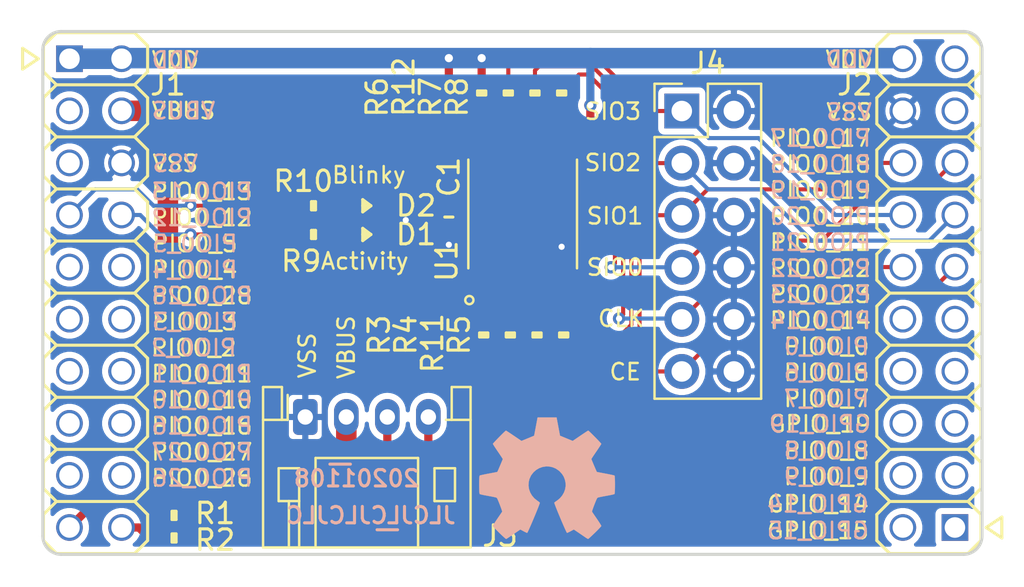
<source format=kicad_pcb>
(kicad_pcb (version 20171130) (host pcbnew 5.1.8-db9833491~87~ubuntu20.04.1)

  (general
    (thickness 1.6)
    (drawings 84)
    (tracks 155)
    (zones 0)
    (modules 23)
    (nets 48)
  )

  (page A4)
  (layers
    (0 F.Cu signal)
    (31 B.Cu signal)
    (32 B.Adhes user)
    (33 F.Adhes user)
    (34 B.Paste user)
    (35 F.Paste user)
    (36 B.SilkS user)
    (37 F.SilkS user)
    (38 B.Mask user)
    (39 F.Mask user)
    (40 Dwgs.User user)
    (41 Cmts.User user)
    (42 Eco1.User user)
    (43 Eco2.User user)
    (44 Edge.Cuts user)
    (45 Margin user)
    (46 B.CrtYd user)
    (47 F.CrtYd user)
    (48 B.Fab user)
    (49 F.Fab user)
  )

  (setup
    (last_trace_width 0.127)
    (user_trace_width 0.15)
    (user_trace_width 0.2)
    (user_trace_width 0.3)
    (user_trace_width 0.4)
    (user_trace_width 0.6)
    (user_trace_width 1)
    (user_trace_width 1.5)
    (user_trace_width 2)
    (trace_clearance 0.127)
    (zone_clearance 0.3)
    (zone_45_only no)
    (trace_min 0.127)
    (via_size 0.6)
    (via_drill 0.3)
    (via_min_size 0.6)
    (via_min_drill 0.3)
    (user_via 0.6 0.3)
    (user_via 0.65 0.4)
    (user_via 0.75 0.6)
    (user_via 0.95 0.8)
    (user_via 1.3 1)
    (user_via 1.5 1.2)
    (user_via 1.7 1.4)
    (user_via 1.9 1.6)
    (uvia_size 0.6)
    (uvia_drill 0.3)
    (uvias_allowed no)
    (uvia_min_size 0.381)
    (uvia_min_drill 0.254)
    (edge_width 0.15)
    (segment_width 0.2)
    (pcb_text_width 0.3)
    (pcb_text_size 1.5 1.5)
    (mod_edge_width 0.15)
    (mod_text_size 0.8 0.8)
    (mod_text_width 0.12)
    (pad_size 0.7 1.8)
    (pad_drill 0)
    (pad_to_mask_clearance 0.1)
    (aux_axis_origin 0 0)
    (visible_elements FFFFFF7F)
    (pcbplotparams
      (layerselection 0x010fc_ffffffff)
      (usegerberextensions false)
      (usegerberattributes false)
      (usegerberadvancedattributes false)
      (creategerberjobfile false)
      (excludeedgelayer false)
      (linewidth 0.150000)
      (plotframeref false)
      (viasonmask false)
      (mode 1)
      (useauxorigin false)
      (hpglpennumber 1)
      (hpglpenspeed 20)
      (hpglpendiameter 15.000000)
      (psnegative false)
      (psa4output false)
      (plotreference true)
      (plotvalue true)
      (plotinvisibletext false)
      (padsonsilk false)
      (subtractmaskfromsilk false)
      (outputformat 1)
      (mirror false)
      (drillshape 0)
      (scaleselection 1)
      (outputdirectory "plots/"))
  )

  (net 0 "")
  (net 1 /VBUS)
  (net 2 /PIO0_10)
  (net 3 /PIO0_11)
  (net 4 /PIO0_2)
  (net 5 /PIO0_3)
  (net 6 /PIO0_4)
  (net 7 /PIO0_5)
  (net 8 /VSS)
  (net 9 /VDD)
  (net 10 /PIO0_14)
  (net 11 /PIO0_23)
  (net 12 /PIO0_6)
  (net 13 /PIO0_0)
  (net 14 /PIO0_7)
  (net 15 /PIO0_9)
  (net 16 /PIO0_8)
  (net 17 /GPIO_19)
  (net 18 /GPIO_15)
  (net 19 /GPIO_14)
  (net 20 /UART_RX)
  (net 21 /UART_TX)
  (net 22 "Net-(J3-Pad4)")
  (net 23 "Net-(J3-Pad3)")
  (net 24 /CE_FLASH)
  (net 25 "Net-(R3-Pad1)")
  (net 26 "Net-(R4-Pad1)")
  (net 27 "Net-(R7-Pad2)")
  (net 28 "Net-(R8-Pad2)")
  (net 29 "Net-(D1-Pad2)")
  (net 30 "Net-(D2-Pad2)")
  (net 31 /PIO0_26)
  (net 32 /PIO0_27)
  (net 33 /PIO0_16)
  (net 34 /PIO0_28)
  (net 35 /LED0)
  (net 36 /LED1)
  (net 37 "Net-(J1-Pad5)")
  (net 38 "Net-(J1-Pad3)")
  (net 39 "Net-(J2-Pad19)")
  (net 40 "Net-(J2-Pad17)")
  (net 41 /SIO1)
  (net 42 /SIO0)
  (net 43 /SIO3)
  (net 44 /SIO2)
  (net 45 /CLK)
  (net 46 "Net-(R11-Pad1)")
  (net 47 "Net-(R12-Pad2)")

  (net_class Default "This is the default net class."
    (clearance 0.127)
    (trace_width 0.127)
    (via_dia 0.6)
    (via_drill 0.3)
    (uvia_dia 0.6)
    (uvia_drill 0.3)
    (add_net /CE_FLASH)
    (add_net /CLK)
    (add_net /GPIO_14)
    (add_net /GPIO_15)
    (add_net /GPIO_19)
    (add_net /LED0)
    (add_net /LED1)
    (add_net /PIO0_0)
    (add_net /PIO0_10)
    (add_net /PIO0_11)
    (add_net /PIO0_14)
    (add_net /PIO0_16)
    (add_net /PIO0_2)
    (add_net /PIO0_23)
    (add_net /PIO0_26)
    (add_net /PIO0_27)
    (add_net /PIO0_28)
    (add_net /PIO0_3)
    (add_net /PIO0_4)
    (add_net /PIO0_5)
    (add_net /PIO0_6)
    (add_net /PIO0_7)
    (add_net /PIO0_8)
    (add_net /PIO0_9)
    (add_net /SIO0)
    (add_net /SIO1)
    (add_net /SIO2)
    (add_net /SIO3)
    (add_net /UART_RX)
    (add_net /UART_TX)
    (add_net /VBUS)
    (add_net /VDD)
    (add_net /VSS)
    (add_net "Net-(D1-Pad2)")
    (add_net "Net-(D2-Pad2)")
    (add_net "Net-(J1-Pad3)")
    (add_net "Net-(J1-Pad5)")
    (add_net "Net-(J2-Pad17)")
    (add_net "Net-(J2-Pad19)")
    (add_net "Net-(J3-Pad3)")
    (add_net "Net-(J3-Pad4)")
    (add_net "Net-(R11-Pad1)")
    (add_net "Net-(R12-Pad2)")
    (add_net "Net-(R3-Pad1)")
    (add_net "Net-(R4-Pad1)")
    (add_net "Net-(R7-Pad2)")
    (add_net "Net-(R8-Pad2)")
  )

  (module SquantorRcl:R_0402_hand (layer F.Cu) (tedit 5D440136) (tstamp 5FA51A58)
    (at 84.9 76.6 270)
    (descr "Resistor SMD 0402, reflow soldering, Vishay (see dcrcw.pdf)")
    (tags "resistor 0402")
    (path /5FB4CB0B)
    (attr smd)
    (fp_text reference R12 (at -0.3 5.1 90) (layer F.SilkS)
      (effects (font (size 1 1) (thickness 0.15)))
    )
    (fp_text value 100 (at -0.3 5.1 90) (layer F.Fab)
      (effects (font (size 1 1) (thickness 0.15)))
    )
    (fp_line (start -0.5 0.25) (end -0.5 -0.25) (layer F.Fab) (width 0.1))
    (fp_line (start 0.5 0.25) (end -0.5 0.25) (layer F.Fab) (width 0.1))
    (fp_line (start 0.5 -0.25) (end 0.5 0.25) (layer F.Fab) (width 0.1))
    (fp_line (start -0.5 -0.25) (end 0.5 -0.25) (layer F.Fab) (width 0.1))
    (fp_line (start -1.1 -0.55) (end 1.1 -0.55) (layer F.CrtYd) (width 0.05))
    (fp_line (start -1.1 0.55) (end 1.1 0.55) (layer F.CrtYd) (width 0.05))
    (fp_line (start -1.1 -0.55) (end -1.1 0.55) (layer F.CrtYd) (width 0.05))
    (fp_line (start 1.1 -0.55) (end 1.1 0.55) (layer F.CrtYd) (width 0.05))
    (fp_line (start -0.1 -0.2) (end 0.1 -0.2) (layer F.SilkS) (width 0.15))
    (fp_line (start 0.1 -0.2) (end 0.1 0.2) (layer F.SilkS) (width 0.15))
    (fp_line (start 0.1 0.2) (end -0.1 0.2) (layer F.SilkS) (width 0.15))
    (fp_line (start -0.1 0.2) (end -0.1 -0.2) (layer F.SilkS) (width 0.15))
    (fp_line (start 0 -0.2) (end 0 0.2) (layer F.SilkS) (width 0.15))
    (pad 2 smd rect (at 0.55 0 270) (size 0.6 0.6) (layers F.Cu F.Paste F.Mask)
      (net 47 "Net-(R12-Pad2)"))
    (pad 1 smd rect (at -0.55 0 270) (size 0.6 0.6) (layers F.Cu F.Paste F.Mask)
      (net 43 /SIO3))
    (model ${KISYS3DMOD}/Resistor_SMD.3dshapes/R_0402_1005Metric.step
      (at (xyz 0 0 0))
      (scale (xyz 1 1 1))
      (rotate (xyz 0 0 0))
    )
  )

  (module SquantorRcl:R_0402_hand (layer F.Cu) (tedit 5D440136) (tstamp 5FA51A45)
    (at 86.3 88.4 270)
    (descr "Resistor SMD 0402, reflow soldering, Vishay (see dcrcw.pdf)")
    (tags "resistor 0402")
    (path /5FAE9FAA)
    (attr smd)
    (fp_text reference R11 (at 0.4 5.1 90) (layer F.SilkS)
      (effects (font (size 1 1) (thickness 0.15)))
    )
    (fp_text value 100 (at 0.4 5.1 90) (layer F.Fab)
      (effects (font (size 1 1) (thickness 0.15)))
    )
    (fp_line (start -0.5 0.25) (end -0.5 -0.25) (layer F.Fab) (width 0.1))
    (fp_line (start 0.5 0.25) (end -0.5 0.25) (layer F.Fab) (width 0.1))
    (fp_line (start 0.5 -0.25) (end 0.5 0.25) (layer F.Fab) (width 0.1))
    (fp_line (start -0.5 -0.25) (end 0.5 -0.25) (layer F.Fab) (width 0.1))
    (fp_line (start -1.1 -0.55) (end 1.1 -0.55) (layer F.CrtYd) (width 0.05))
    (fp_line (start -1.1 0.55) (end 1.1 0.55) (layer F.CrtYd) (width 0.05))
    (fp_line (start -1.1 -0.55) (end -1.1 0.55) (layer F.CrtYd) (width 0.05))
    (fp_line (start 1.1 -0.55) (end 1.1 0.55) (layer F.CrtYd) (width 0.05))
    (fp_line (start -0.1 -0.2) (end 0.1 -0.2) (layer F.SilkS) (width 0.15))
    (fp_line (start 0.1 -0.2) (end 0.1 0.2) (layer F.SilkS) (width 0.15))
    (fp_line (start 0.1 0.2) (end -0.1 0.2) (layer F.SilkS) (width 0.15))
    (fp_line (start -0.1 0.2) (end -0.1 -0.2) (layer F.SilkS) (width 0.15))
    (fp_line (start 0 -0.2) (end 0 0.2) (layer F.SilkS) (width 0.15))
    (pad 2 smd rect (at 0.55 0 270) (size 0.6 0.6) (layers F.Cu F.Paste F.Mask)
      (net 44 /SIO2))
    (pad 1 smd rect (at -0.55 0 270) (size 0.6 0.6) (layers F.Cu F.Paste F.Mask)
      (net 46 "Net-(R11-Pad1)"))
    (model ${KISYS3DMOD}/Resistor_SMD.3dshapes/R_0402_1005Metric.step
      (at (xyz 0 0 0))
      (scale (xyz 1 1 1))
      (rotate (xyz 0 0 0))
    )
  )

  (module Connector_PinHeader_2.54mm:PinHeader_2x06_P2.54mm_Vertical (layer F.Cu) (tedit 59FED5CC) (tstamp 5FA5251C)
    (at 93.36 77.48)
    (descr "Through hole straight pin header, 2x06, 2.54mm pitch, double rows")
    (tags "Through hole pin header THT 2x06 2.54mm double row")
    (path /5FB97898)
    (fp_text reference J4 (at 1.27 -2.33) (layer F.SilkS)
      (effects (font (size 1 1) (thickness 0.15)))
    )
    (fp_text value Conn_02x06_Odd_Even (at 1.27 15.03) (layer F.Fab)
      (effects (font (size 1 1) (thickness 0.15)))
    )
    (fp_line (start 0 -1.27) (end 3.81 -1.27) (layer F.Fab) (width 0.1))
    (fp_line (start 3.81 -1.27) (end 3.81 13.97) (layer F.Fab) (width 0.1))
    (fp_line (start 3.81 13.97) (end -1.27 13.97) (layer F.Fab) (width 0.1))
    (fp_line (start -1.27 13.97) (end -1.27 0) (layer F.Fab) (width 0.1))
    (fp_line (start -1.27 0) (end 0 -1.27) (layer F.Fab) (width 0.1))
    (fp_line (start -1.33 14.03) (end 3.87 14.03) (layer F.SilkS) (width 0.12))
    (fp_line (start -1.33 1.27) (end -1.33 14.03) (layer F.SilkS) (width 0.12))
    (fp_line (start 3.87 -1.33) (end 3.87 14.03) (layer F.SilkS) (width 0.12))
    (fp_line (start -1.33 1.27) (end 1.27 1.27) (layer F.SilkS) (width 0.12))
    (fp_line (start 1.27 1.27) (end 1.27 -1.33) (layer F.SilkS) (width 0.12))
    (fp_line (start 1.27 -1.33) (end 3.87 -1.33) (layer F.SilkS) (width 0.12))
    (fp_line (start -1.33 0) (end -1.33 -1.33) (layer F.SilkS) (width 0.12))
    (fp_line (start -1.33 -1.33) (end 0 -1.33) (layer F.SilkS) (width 0.12))
    (fp_line (start -1.8 -1.8) (end -1.8 14.5) (layer F.CrtYd) (width 0.05))
    (fp_line (start -1.8 14.5) (end 4.35 14.5) (layer F.CrtYd) (width 0.05))
    (fp_line (start 4.35 14.5) (end 4.35 -1.8) (layer F.CrtYd) (width 0.05))
    (fp_line (start 4.35 -1.8) (end -1.8 -1.8) (layer F.CrtYd) (width 0.05))
    (fp_text user %R (at 1.27 6.35 90) (layer F.Fab)
      (effects (font (size 1 1) (thickness 0.15)))
    )
    (pad 12 thru_hole oval (at 2.54 12.7) (size 1.7 1.7) (drill 1) (layers *.Cu *.Mask)
      (net 8 /VSS))
    (pad 11 thru_hole oval (at 0 12.7) (size 1.7 1.7) (drill 1) (layers *.Cu *.Mask)
      (net 24 /CE_FLASH))
    (pad 10 thru_hole oval (at 2.54 10.16) (size 1.7 1.7) (drill 1) (layers *.Cu *.Mask)
      (net 8 /VSS))
    (pad 9 thru_hole oval (at 0 10.16) (size 1.7 1.7) (drill 1) (layers *.Cu *.Mask)
      (net 45 /CLK))
    (pad 8 thru_hole oval (at 2.54 7.62) (size 1.7 1.7) (drill 1) (layers *.Cu *.Mask)
      (net 8 /VSS))
    (pad 7 thru_hole oval (at 0 7.62) (size 1.7 1.7) (drill 1) (layers *.Cu *.Mask)
      (net 42 /SIO0))
    (pad 6 thru_hole oval (at 2.54 5.08) (size 1.7 1.7) (drill 1) (layers *.Cu *.Mask)
      (net 8 /VSS))
    (pad 5 thru_hole oval (at 0 5.08) (size 1.7 1.7) (drill 1) (layers *.Cu *.Mask)
      (net 41 /SIO1))
    (pad 4 thru_hole oval (at 2.54 2.54) (size 1.7 1.7) (drill 1) (layers *.Cu *.Mask)
      (net 8 /VSS))
    (pad 3 thru_hole oval (at 0 2.54) (size 1.7 1.7) (drill 1) (layers *.Cu *.Mask)
      (net 44 /SIO2))
    (pad 2 thru_hole oval (at 2.54 0) (size 1.7 1.7) (drill 1) (layers *.Cu *.Mask)
      (net 8 /VSS))
    (pad 1 thru_hole rect (at 0 0) (size 1.7 1.7) (drill 1) (layers *.Cu *.Mask)
      (net 43 /SIO3))
    (model ${KISYS3DMOD}/Connector_PinHeader_2.54mm.3dshapes/PinHeader_2x06_P2.54mm_Vertical.wrl
      (at (xyz 0 0 0))
      (scale (xyz 1 1 1))
      (rotate (xyz 0 0 0))
    )
  )

  (module SquantorRcl:R_0402_hand (layer F.Cu) (tedit 5D440136) (tstamp 5FA3425D)
    (at 75.4 82.1 180)
    (descr "Resistor SMD 0402, reflow soldering, Vishay (see dcrcw.pdf)")
    (tags "resistor 0402")
    (path /5FA71094)
    (attr smd)
    (fp_text reference R10 (at 0.5 1.2) (layer F.SilkS)
      (effects (font (size 1 1) (thickness 0.15)))
    )
    (fp_text value 4.7K (at 0.7 1.2) (layer F.Fab)
      (effects (font (size 1 1) (thickness 0.15)))
    )
    (fp_line (start 0 -0.2) (end 0 0.2) (layer F.SilkS) (width 0.15))
    (fp_line (start -0.1 0.2) (end -0.1 -0.2) (layer F.SilkS) (width 0.15))
    (fp_line (start 0.1 0.2) (end -0.1 0.2) (layer F.SilkS) (width 0.15))
    (fp_line (start 0.1 -0.2) (end 0.1 0.2) (layer F.SilkS) (width 0.15))
    (fp_line (start -0.1 -0.2) (end 0.1 -0.2) (layer F.SilkS) (width 0.15))
    (fp_line (start 1.1 -0.55) (end 1.1 0.55) (layer F.CrtYd) (width 0.05))
    (fp_line (start -1.1 -0.55) (end -1.1 0.55) (layer F.CrtYd) (width 0.05))
    (fp_line (start -1.1 0.55) (end 1.1 0.55) (layer F.CrtYd) (width 0.05))
    (fp_line (start -1.1 -0.55) (end 1.1 -0.55) (layer F.CrtYd) (width 0.05))
    (fp_line (start -0.5 -0.25) (end 0.5 -0.25) (layer F.Fab) (width 0.1))
    (fp_line (start 0.5 -0.25) (end 0.5 0.25) (layer F.Fab) (width 0.1))
    (fp_line (start 0.5 0.25) (end -0.5 0.25) (layer F.Fab) (width 0.1))
    (fp_line (start -0.5 0.25) (end -0.5 -0.25) (layer F.Fab) (width 0.1))
    (pad 2 smd rect (at 0.55 0 180) (size 0.6 0.6) (layers F.Cu F.Paste F.Mask)
      (net 36 /LED1))
    (pad 1 smd rect (at -0.55 0 180) (size 0.6 0.6) (layers F.Cu F.Paste F.Mask)
      (net 30 "Net-(D2-Pad2)"))
    (model ${KISYS3DMOD}/Resistor_SMD.3dshapes/R_0402_1005Metric.step
      (at (xyz 0 0 0))
      (scale (xyz 1 1 1))
      (rotate (xyz 0 0 0))
    )
  )

  (module SquantorRcl:R_0402_hand (layer F.Cu) (tedit 5D440136) (tstamp 5FA3424A)
    (at 75.4 83.5 180)
    (descr "Resistor SMD 0402, reflow soldering, Vishay (see dcrcw.pdf)")
    (tags "resistor 0402")
    (path /5FA70748)
    (attr smd)
    (fp_text reference R9 (at 0.6 -1.3) (layer F.SilkS)
      (effects (font (size 1 1) (thickness 0.15)))
    )
    (fp_text value 4.7K (at 0.7 -1.3) (layer F.Fab)
      (effects (font (size 1 1) (thickness 0.15)))
    )
    (fp_line (start 0 -0.2) (end 0 0.2) (layer F.SilkS) (width 0.15))
    (fp_line (start -0.1 0.2) (end -0.1 -0.2) (layer F.SilkS) (width 0.15))
    (fp_line (start 0.1 0.2) (end -0.1 0.2) (layer F.SilkS) (width 0.15))
    (fp_line (start 0.1 -0.2) (end 0.1 0.2) (layer F.SilkS) (width 0.15))
    (fp_line (start -0.1 -0.2) (end 0.1 -0.2) (layer F.SilkS) (width 0.15))
    (fp_line (start 1.1 -0.55) (end 1.1 0.55) (layer F.CrtYd) (width 0.05))
    (fp_line (start -1.1 -0.55) (end -1.1 0.55) (layer F.CrtYd) (width 0.05))
    (fp_line (start -1.1 0.55) (end 1.1 0.55) (layer F.CrtYd) (width 0.05))
    (fp_line (start -1.1 -0.55) (end 1.1 -0.55) (layer F.CrtYd) (width 0.05))
    (fp_line (start -0.5 -0.25) (end 0.5 -0.25) (layer F.Fab) (width 0.1))
    (fp_line (start 0.5 -0.25) (end 0.5 0.25) (layer F.Fab) (width 0.1))
    (fp_line (start 0.5 0.25) (end -0.5 0.25) (layer F.Fab) (width 0.1))
    (fp_line (start -0.5 0.25) (end -0.5 -0.25) (layer F.Fab) (width 0.1))
    (pad 2 smd rect (at 0.55 0 180) (size 0.6 0.6) (layers F.Cu F.Paste F.Mask)
      (net 35 /LED0))
    (pad 1 smd rect (at -0.55 0 180) (size 0.6 0.6) (layers F.Cu F.Paste F.Mask)
      (net 29 "Net-(D1-Pad2)"))
    (model ${KISYS3DMOD}/Resistor_SMD.3dshapes/R_0402_1005Metric.step
      (at (xyz 0 0 0))
      (scale (xyz 1 1 1))
      (rotate (xyz 0 0 0))
    )
  )

  (module SquantorDiodes:LED_0603_hand (layer F.Cu) (tedit 5D43FE44) (tstamp 5FA33EFD)
    (at 78 82.1 180)
    (descr "LED SMD 0603, reflow soldering, general purpose")
    (tags "LED 0603")
    (path /5FA7856F)
    (attr smd)
    (fp_text reference D2 (at -2.4 0) (layer F.SilkS)
      (effects (font (size 1 1) (thickness 0.15)))
    )
    (fp_text value LED (at 0 1.9) (layer F.Fab)
      (effects (font (size 1 1) (thickness 0.15)))
    )
    (fp_line (start 0.1 -0.2) (end 0.1 0.2) (layer F.SilkS) (width 0.15))
    (fp_line (start -0.2 0) (end 0.2 0) (layer F.SilkS) (width 0.15))
    (fp_line (start 0.2 0.3) (end 0.2 -0.3) (layer F.SilkS) (width 0.15))
    (fp_line (start -0.2 0) (end 0.2 0.3) (layer F.SilkS) (width 0.15))
    (fp_line (start 0.2 -0.3) (end -0.2 0) (layer F.SilkS) (width 0.15))
    (fp_line (start 1.5 -0.7) (end 1.5 0.7) (layer F.CrtYd) (width 0.05))
    (fp_line (start -1.5 -0.7) (end -1.5 0.7) (layer F.CrtYd) (width 0.05))
    (fp_line (start -1.5 0.7) (end 1.5 0.7) (layer F.CrtYd) (width 0.05))
    (fp_line (start -1.5 -0.7) (end 1.5 -0.7) (layer F.CrtYd) (width 0.05))
    (fp_line (start -0.8 -0.4) (end 0.8 -0.4) (layer F.Fab) (width 0.1))
    (fp_line (start 0.8 -0.4) (end 0.8 0.4) (layer F.Fab) (width 0.1))
    (fp_line (start 0.8 0.4) (end -0.8 0.4) (layer F.Fab) (width 0.1))
    (fp_line (start -0.8 0.4) (end -0.8 -0.4) (layer F.Fab) (width 0.1))
    (pad 2 smd rect (at 0.85 0 180) (size 0.7 0.9) (layers F.Cu F.Paste F.Mask)
      (net 30 "Net-(D2-Pad2)"))
    (pad 1 smd rect (at -0.85 0 180) (size 0.7 0.9) (layers F.Cu F.Paste F.Mask)
      (net 8 /VSS))
    (model ${KISYS3DMOD}/LED_SMD.3dshapes/LED_0603_1608Metric.step
      (at (xyz 0 0 0))
      (scale (xyz 1 1 1))
      (rotate (xyz 0 0 0))
    )
  )

  (module SquantorDiodes:LED_0603_hand (layer F.Cu) (tedit 5D43FE44) (tstamp 5FA33EEA)
    (at 78 83.5 180)
    (descr "LED SMD 0603, reflow soldering, general purpose")
    (tags "LED 0603")
    (path /5FA77252)
    (attr smd)
    (fp_text reference D1 (at -2.4 0) (layer F.SilkS)
      (effects (font (size 1 1) (thickness 0.15)))
    )
    (fp_text value LED (at 0 1.9) (layer F.Fab)
      (effects (font (size 1 1) (thickness 0.15)))
    )
    (fp_line (start 0.1 -0.2) (end 0.1 0.2) (layer F.SilkS) (width 0.15))
    (fp_line (start -0.2 0) (end 0.2 0) (layer F.SilkS) (width 0.15))
    (fp_line (start 0.2 0.3) (end 0.2 -0.3) (layer F.SilkS) (width 0.15))
    (fp_line (start -0.2 0) (end 0.2 0.3) (layer F.SilkS) (width 0.15))
    (fp_line (start 0.2 -0.3) (end -0.2 0) (layer F.SilkS) (width 0.15))
    (fp_line (start 1.5 -0.7) (end 1.5 0.7) (layer F.CrtYd) (width 0.05))
    (fp_line (start -1.5 -0.7) (end -1.5 0.7) (layer F.CrtYd) (width 0.05))
    (fp_line (start -1.5 0.7) (end 1.5 0.7) (layer F.CrtYd) (width 0.05))
    (fp_line (start -1.5 -0.7) (end 1.5 -0.7) (layer F.CrtYd) (width 0.05))
    (fp_line (start -0.8 -0.4) (end 0.8 -0.4) (layer F.Fab) (width 0.1))
    (fp_line (start 0.8 -0.4) (end 0.8 0.4) (layer F.Fab) (width 0.1))
    (fp_line (start 0.8 0.4) (end -0.8 0.4) (layer F.Fab) (width 0.1))
    (fp_line (start -0.8 0.4) (end -0.8 -0.4) (layer F.Fab) (width 0.1))
    (pad 2 smd rect (at 0.85 0 180) (size 0.7 0.9) (layers F.Cu F.Paste F.Mask)
      (net 29 "Net-(D1-Pad2)"))
    (pad 1 smd rect (at -0.85 0 180) (size 0.7 0.9) (layers F.Cu F.Paste F.Mask)
      (net 8 /VSS))
    (model ${KISYS3DMOD}/LED_SMD.3dshapes/LED_0603_1608Metric.step
      (at (xyz 0 0 0))
      (scale (xyz 1 1 1))
      (rotate (xyz 0 0 0))
    )
  )

  (module SquantorIC:SOIC-8_dual_wide (layer F.Cu) (tedit 5FA30011) (tstamp 5FA33069)
    (at 85.6 82.5 90)
    (descr "SOIC 8 footprint suitable for 150mil and 208mil wide")
    (tags "SOIC 8 wide")
    (path /5FA3CCEA)
    (fp_text reference U1 (at -2.3 -3.7 90) (layer F.SilkS)
      (effects (font (size 1 1) (thickness 0.15)))
    )
    (fp_text value "generic 25XNN serial flash" (at 0 4.1 90) (layer F.Fab)
      (effects (font (size 1 1) (thickness 0.15)))
    )
    (fp_poly (pts (xy 4.1275 -1.7145) (xy 2.032 -1.7145) (xy 2.032 -2.0955) (xy 4.1275 -2.0955)) (layer F.Fab) (width 0.1))
    (fp_poly (pts (xy 4.1275 -0.4445) (xy 2.032 -0.4445) (xy 2.032 -0.8255) (xy 4.1275 -0.8255)) (layer F.Fab) (width 0.1))
    (fp_poly (pts (xy 4.1275 0.8255) (xy 2.032 0.8255) (xy 2.032 0.4445) (xy 4.1275 0.4445)) (layer F.Fab) (width 0.1))
    (fp_poly (pts (xy 4.1275 2.0955) (xy 2.032 2.0955) (xy 2.032 1.7145) (xy 4.1275 1.7145)) (layer F.Fab) (width 0.1))
    (fp_poly (pts (xy -2.032 2.0955) (xy -4.1275 2.0955) (xy -4.1275 1.7145) (xy -2.032 1.7145)) (layer F.Fab) (width 0.1))
    (fp_poly (pts (xy -2.032 0.8255) (xy -4.1275 0.8255) (xy -4.1275 0.4445) (xy -2.032 0.4445)) (layer F.Fab) (width 0.1))
    (fp_poly (pts (xy -2.032 -0.4445) (xy -4.1275 -0.4445) (xy -4.1275 -0.8255) (xy -2.032 -0.8255)) (layer F.Fab) (width 0.1))
    (fp_poly (pts (xy -2.032 -1.7145) (xy -4.1275 -1.7145) (xy -4.1275 -2.0955) (xy -2.032 -2.0955)) (layer F.Fab) (width 0.1))
    (fp_line (start 2.65 2.65) (end 2.65 -2.65) (layer F.Fab) (width 0.1))
    (fp_line (start 2 -2.65) (end 2 2.65) (layer F.Fab) (width 0.1))
    (fp_line (start -2 2.65) (end -2 -2.65) (layer F.Fab) (width 0.1))
    (fp_line (start -2.65 -2.65) (end -2.65 2.65) (layer F.Fab) (width 0.1))
    (fp_circle (center -4.2 -2.6) (end -4 -2.6) (layer F.SilkS) (width 0.12))
    (fp_line (start 2.65 2.65) (end -2.65 2.65) (layer F.SilkS) (width 0.12))
    (fp_line (start -2.65 -2.65) (end 2.65 -2.65) (layer F.SilkS) (width 0.12))
    (fp_line (start -4.8 -3) (end -4.8 3) (layer F.CrtYd) (width 0.025))
    (fp_line (start -4.8 3) (end 4.8 3) (layer F.CrtYd) (width 0.025))
    (fp_line (start 4.8 3) (end 4.8 -3) (layer F.CrtYd) (width 0.025))
    (fp_line (start 4.8 -3) (end -4.8 -3) (layer F.CrtYd) (width 0.025))
    (pad 8 smd rect (at 3.25 -1.905 90) (size 2.5 0.6) (layers F.Cu F.Paste F.Mask)
      (net 9 /VDD))
    (pad 7 smd rect (at 3.25 -0.635 90) (size 2.5 0.6) (layers F.Cu F.Paste F.Mask)
      (net 47 "Net-(R12-Pad2)"))
    (pad 6 smd rect (at 3.25 0.635 90) (size 2.5 0.6) (layers F.Cu F.Paste F.Mask)
      (net 27 "Net-(R7-Pad2)"))
    (pad 5 smd rect (at 3.25 1.905 90) (size 2.5 0.6) (layers F.Cu F.Paste F.Mask)
      (net 28 "Net-(R8-Pad2)"))
    (pad 4 smd rect (at -3.25 1.905 90) (size 2.5 0.6) (layers F.Cu F.Paste F.Mask)
      (net 8 /VSS))
    (pad 3 smd rect (at -3.25 0.635 90) (size 2.5 0.6) (layers F.Cu F.Paste F.Mask)
      (net 46 "Net-(R11-Pad1)"))
    (pad 2 smd rect (at -3.25 -0.635 90) (size 2.5 0.6) (layers F.Cu F.Paste F.Mask)
      (net 26 "Net-(R4-Pad1)"))
    (pad 1 smd rect (at -3.25 -1.905 90) (size 2.5 0.6) (layers F.Cu F.Paste F.Mask)
      (net 25 "Net-(R3-Pad1)"))
    (model ${KISYS3DMOD}/Package_SO.3dshapes/SOIC-8_5.275x5.275mm_P1.27mm.step
      (at (xyz 0 0 0))
      (scale (xyz 1 1 1))
      (rotate (xyz 0 0 0))
    )
    (model ${KISYS3DMOD}/Package_SO.3dshapes/SOIC-8_3.9x4.9mm_P1.27mm.step
      (at (xyz 0 0 0))
      (scale (xyz 1 1 1))
      (rotate (xyz 0 0 0))
    )
  )

  (module SquantorRcl:R_0402_hand (layer F.Cu) (tedit 5D440136) (tstamp 5FA1F25B)
    (at 87.5 76.6 270)
    (descr "Resistor SMD 0402, reflow soldering, Vishay (see dcrcw.pdf)")
    (tags "resistor 0402")
    (path /5FA5410E)
    (attr smd)
    (fp_text reference R8 (at 0.2 5.1 90) (layer F.SilkS)
      (effects (font (size 1 1) (thickness 0.15)))
    )
    (fp_text value 100 (at -0.3 5.1 90) (layer F.Fab)
      (effects (font (size 1 1) (thickness 0.15)))
    )
    (fp_line (start 0 -0.2) (end 0 0.2) (layer F.SilkS) (width 0.15))
    (fp_line (start -0.1 0.2) (end -0.1 -0.2) (layer F.SilkS) (width 0.15))
    (fp_line (start 0.1 0.2) (end -0.1 0.2) (layer F.SilkS) (width 0.15))
    (fp_line (start 0.1 -0.2) (end 0.1 0.2) (layer F.SilkS) (width 0.15))
    (fp_line (start -0.1 -0.2) (end 0.1 -0.2) (layer F.SilkS) (width 0.15))
    (fp_line (start 1.1 -0.55) (end 1.1 0.55) (layer F.CrtYd) (width 0.05))
    (fp_line (start -1.1 -0.55) (end -1.1 0.55) (layer F.CrtYd) (width 0.05))
    (fp_line (start -1.1 0.55) (end 1.1 0.55) (layer F.CrtYd) (width 0.05))
    (fp_line (start -1.1 -0.55) (end 1.1 -0.55) (layer F.CrtYd) (width 0.05))
    (fp_line (start -0.5 -0.25) (end 0.5 -0.25) (layer F.Fab) (width 0.1))
    (fp_line (start 0.5 -0.25) (end 0.5 0.25) (layer F.Fab) (width 0.1))
    (fp_line (start 0.5 0.25) (end -0.5 0.25) (layer F.Fab) (width 0.1))
    (fp_line (start -0.5 0.25) (end -0.5 -0.25) (layer F.Fab) (width 0.1))
    (pad 2 smd rect (at 0.55 0 270) (size 0.6 0.6) (layers F.Cu F.Paste F.Mask)
      (net 28 "Net-(R8-Pad2)"))
    (pad 1 smd rect (at -0.55 0 270) (size 0.6 0.6) (layers F.Cu F.Paste F.Mask)
      (net 42 /SIO0))
    (model ${KISYS3DMOD}/Resistor_SMD.3dshapes/R_0402_1005Metric.step
      (at (xyz 0 0 0))
      (scale (xyz 1 1 1))
      (rotate (xyz 0 0 0))
    )
  )

  (module SquantorRcl:R_0402_hand (layer F.Cu) (tedit 5D440136) (tstamp 5FA1F248)
    (at 86.2 76.6 270)
    (descr "Resistor SMD 0402, reflow soldering, Vishay (see dcrcw.pdf)")
    (tags "resistor 0402")
    (path /5FA5396F)
    (attr smd)
    (fp_text reference R7 (at 0.2 5.1 90) (layer F.SilkS)
      (effects (font (size 1 1) (thickness 0.15)))
    )
    (fp_text value 100 (at -0.3 5.1 90) (layer F.Fab)
      (effects (font (size 1 1) (thickness 0.15)))
    )
    (fp_line (start 0 -0.2) (end 0 0.2) (layer F.SilkS) (width 0.15))
    (fp_line (start -0.1 0.2) (end -0.1 -0.2) (layer F.SilkS) (width 0.15))
    (fp_line (start 0.1 0.2) (end -0.1 0.2) (layer F.SilkS) (width 0.15))
    (fp_line (start 0.1 -0.2) (end 0.1 0.2) (layer F.SilkS) (width 0.15))
    (fp_line (start -0.1 -0.2) (end 0.1 -0.2) (layer F.SilkS) (width 0.15))
    (fp_line (start 1.1 -0.55) (end 1.1 0.55) (layer F.CrtYd) (width 0.05))
    (fp_line (start -1.1 -0.55) (end -1.1 0.55) (layer F.CrtYd) (width 0.05))
    (fp_line (start -1.1 0.55) (end 1.1 0.55) (layer F.CrtYd) (width 0.05))
    (fp_line (start -1.1 -0.55) (end 1.1 -0.55) (layer F.CrtYd) (width 0.05))
    (fp_line (start -0.5 -0.25) (end 0.5 -0.25) (layer F.Fab) (width 0.1))
    (fp_line (start 0.5 -0.25) (end 0.5 0.25) (layer F.Fab) (width 0.1))
    (fp_line (start 0.5 0.25) (end -0.5 0.25) (layer F.Fab) (width 0.1))
    (fp_line (start -0.5 0.25) (end -0.5 -0.25) (layer F.Fab) (width 0.1))
    (pad 2 smd rect (at 0.55 0 270) (size 0.6 0.6) (layers F.Cu F.Paste F.Mask)
      (net 27 "Net-(R7-Pad2)"))
    (pad 1 smd rect (at -0.55 0 270) (size 0.6 0.6) (layers F.Cu F.Paste F.Mask)
      (net 45 /CLK))
    (model ${KISYS3DMOD}/Resistor_SMD.3dshapes/R_0402_1005Metric.step
      (at (xyz 0 0 0))
      (scale (xyz 1 1 1))
      (rotate (xyz 0 0 0))
    )
  )

  (module SquantorRcl:R_0402_hand (layer F.Cu) (tedit 5D440136) (tstamp 5FA1F235)
    (at 83.6 76.6 270)
    (descr "Resistor SMD 0402, reflow soldering, Vishay (see dcrcw.pdf)")
    (tags "resistor 0402")
    (path /5FA4B9BE)
    (attr smd)
    (fp_text reference R6 (at 0.2 5.1 90) (layer F.SilkS)
      (effects (font (size 1 1) (thickness 0.15)))
    )
    (fp_text value 10k (at -0.2 5.1 90) (layer F.Fab)
      (effects (font (size 1 1) (thickness 0.15)))
    )
    (fp_line (start 0 -0.2) (end 0 0.2) (layer F.SilkS) (width 0.15))
    (fp_line (start -0.1 0.2) (end -0.1 -0.2) (layer F.SilkS) (width 0.15))
    (fp_line (start 0.1 0.2) (end -0.1 0.2) (layer F.SilkS) (width 0.15))
    (fp_line (start 0.1 -0.2) (end 0.1 0.2) (layer F.SilkS) (width 0.15))
    (fp_line (start -0.1 -0.2) (end 0.1 -0.2) (layer F.SilkS) (width 0.15))
    (fp_line (start 1.1 -0.55) (end 1.1 0.55) (layer F.CrtYd) (width 0.05))
    (fp_line (start -1.1 -0.55) (end -1.1 0.55) (layer F.CrtYd) (width 0.05))
    (fp_line (start -1.1 0.55) (end 1.1 0.55) (layer F.CrtYd) (width 0.05))
    (fp_line (start -1.1 -0.55) (end 1.1 -0.55) (layer F.CrtYd) (width 0.05))
    (fp_line (start -0.5 -0.25) (end 0.5 -0.25) (layer F.Fab) (width 0.1))
    (fp_line (start 0.5 -0.25) (end 0.5 0.25) (layer F.Fab) (width 0.1))
    (fp_line (start 0.5 0.25) (end -0.5 0.25) (layer F.Fab) (width 0.1))
    (fp_line (start -0.5 0.25) (end -0.5 -0.25) (layer F.Fab) (width 0.1))
    (pad 2 smd rect (at 0.55 0 270) (size 0.6 0.6) (layers F.Cu F.Paste F.Mask)
      (net 47 "Net-(R12-Pad2)"))
    (pad 1 smd rect (at -0.55 0 270) (size 0.6 0.6) (layers F.Cu F.Paste F.Mask)
      (net 9 /VDD))
    (model ${KISYS3DMOD}/Resistor_SMD.3dshapes/R_0402_1005Metric.step
      (at (xyz 0 0 0))
      (scale (xyz 1 1 1))
      (rotate (xyz 0 0 0))
    )
  )

  (module SquantorRcl:R_0402_hand (layer F.Cu) (tedit 5D440136) (tstamp 5FA1F222)
    (at 87.6 88.4 270)
    (descr "Resistor SMD 0402, reflow soldering, Vishay (see dcrcw.pdf)")
    (tags "resistor 0402")
    (path /5FA47038)
    (attr smd)
    (fp_text reference R5 (at 0 5.1 90) (layer F.SilkS)
      (effects (font (size 1 1) (thickness 0.15)))
    )
    (fp_text value 10k (at 0.3 5.1 90) (layer F.Fab)
      (effects (font (size 1 1) (thickness 0.15)))
    )
    (fp_line (start 0 -0.2) (end 0 0.2) (layer F.SilkS) (width 0.15))
    (fp_line (start -0.1 0.2) (end -0.1 -0.2) (layer F.SilkS) (width 0.15))
    (fp_line (start 0.1 0.2) (end -0.1 0.2) (layer F.SilkS) (width 0.15))
    (fp_line (start 0.1 -0.2) (end 0.1 0.2) (layer F.SilkS) (width 0.15))
    (fp_line (start -0.1 -0.2) (end 0.1 -0.2) (layer F.SilkS) (width 0.15))
    (fp_line (start 1.1 -0.55) (end 1.1 0.55) (layer F.CrtYd) (width 0.05))
    (fp_line (start -1.1 -0.55) (end -1.1 0.55) (layer F.CrtYd) (width 0.05))
    (fp_line (start -1.1 0.55) (end 1.1 0.55) (layer F.CrtYd) (width 0.05))
    (fp_line (start -1.1 -0.55) (end 1.1 -0.55) (layer F.CrtYd) (width 0.05))
    (fp_line (start -0.5 -0.25) (end 0.5 -0.25) (layer F.Fab) (width 0.1))
    (fp_line (start 0.5 -0.25) (end 0.5 0.25) (layer F.Fab) (width 0.1))
    (fp_line (start 0.5 0.25) (end -0.5 0.25) (layer F.Fab) (width 0.1))
    (fp_line (start -0.5 0.25) (end -0.5 -0.25) (layer F.Fab) (width 0.1))
    (pad 2 smd rect (at 0.55 0 270) (size 0.6 0.6) (layers F.Cu F.Paste F.Mask)
      (net 9 /VDD))
    (pad 1 smd rect (at -0.55 0 270) (size 0.6 0.6) (layers F.Cu F.Paste F.Mask)
      (net 46 "Net-(R11-Pad1)"))
    (model ${KISYS3DMOD}/Resistor_SMD.3dshapes/R_0402_1005Metric.step
      (at (xyz 0 0 0))
      (scale (xyz 1 1 1))
      (rotate (xyz 0 0 0))
    )
  )

  (module SquantorRcl:R_0402_hand (layer F.Cu) (tedit 5D440136) (tstamp 5FA1F20F)
    (at 85 88.4 270)
    (descr "Resistor SMD 0402, reflow soldering, Vishay (see dcrcw.pdf)")
    (tags "resistor 0402")
    (path /5FA4F275)
    (attr smd)
    (fp_text reference R4 (at 0 5.1 90) (layer F.SilkS)
      (effects (font (size 1 1) (thickness 0.15)))
    )
    (fp_text value 100 (at 0.4 5.1 90) (layer F.Fab)
      (effects (font (size 1 1) (thickness 0.15)))
    )
    (fp_line (start 0 -0.2) (end 0 0.2) (layer F.SilkS) (width 0.15))
    (fp_line (start -0.1 0.2) (end -0.1 -0.2) (layer F.SilkS) (width 0.15))
    (fp_line (start 0.1 0.2) (end -0.1 0.2) (layer F.SilkS) (width 0.15))
    (fp_line (start 0.1 -0.2) (end 0.1 0.2) (layer F.SilkS) (width 0.15))
    (fp_line (start -0.1 -0.2) (end 0.1 -0.2) (layer F.SilkS) (width 0.15))
    (fp_line (start 1.1 -0.55) (end 1.1 0.55) (layer F.CrtYd) (width 0.05))
    (fp_line (start -1.1 -0.55) (end -1.1 0.55) (layer F.CrtYd) (width 0.05))
    (fp_line (start -1.1 0.55) (end 1.1 0.55) (layer F.CrtYd) (width 0.05))
    (fp_line (start -1.1 -0.55) (end 1.1 -0.55) (layer F.CrtYd) (width 0.05))
    (fp_line (start -0.5 -0.25) (end 0.5 -0.25) (layer F.Fab) (width 0.1))
    (fp_line (start 0.5 -0.25) (end 0.5 0.25) (layer F.Fab) (width 0.1))
    (fp_line (start 0.5 0.25) (end -0.5 0.25) (layer F.Fab) (width 0.1))
    (fp_line (start -0.5 0.25) (end -0.5 -0.25) (layer F.Fab) (width 0.1))
    (pad 2 smd rect (at 0.55 0 270) (size 0.6 0.6) (layers F.Cu F.Paste F.Mask)
      (net 41 /SIO1))
    (pad 1 smd rect (at -0.55 0 270) (size 0.6 0.6) (layers F.Cu F.Paste F.Mask)
      (net 26 "Net-(R4-Pad1)"))
    (model ${KISYS3DMOD}/Resistor_SMD.3dshapes/R_0402_1005Metric.step
      (at (xyz 0 0 0))
      (scale (xyz 1 1 1))
      (rotate (xyz 0 0 0))
    )
  )

  (module SquantorRcl:R_0402_hand (layer F.Cu) (tedit 5D440136) (tstamp 5FA1F1FC)
    (at 83.7 88.4 270)
    (descr "Resistor SMD 0402, reflow soldering, Vishay (see dcrcw.pdf)")
    (tags "resistor 0402")
    (path /5FA500E7)
    (attr smd)
    (fp_text reference R3 (at 0 5.1 90) (layer F.SilkS)
      (effects (font (size 1 1) (thickness 0.15)))
    )
    (fp_text value 100 (at 0.4 5.1 90) (layer F.Fab)
      (effects (font (size 1 1) (thickness 0.15)))
    )
    (fp_line (start 0 -0.2) (end 0 0.2) (layer F.SilkS) (width 0.15))
    (fp_line (start -0.1 0.2) (end -0.1 -0.2) (layer F.SilkS) (width 0.15))
    (fp_line (start 0.1 0.2) (end -0.1 0.2) (layer F.SilkS) (width 0.15))
    (fp_line (start 0.1 -0.2) (end 0.1 0.2) (layer F.SilkS) (width 0.15))
    (fp_line (start -0.1 -0.2) (end 0.1 -0.2) (layer F.SilkS) (width 0.15))
    (fp_line (start 1.1 -0.55) (end 1.1 0.55) (layer F.CrtYd) (width 0.05))
    (fp_line (start -1.1 -0.55) (end -1.1 0.55) (layer F.CrtYd) (width 0.05))
    (fp_line (start -1.1 0.55) (end 1.1 0.55) (layer F.CrtYd) (width 0.05))
    (fp_line (start -1.1 -0.55) (end 1.1 -0.55) (layer F.CrtYd) (width 0.05))
    (fp_line (start -0.5 -0.25) (end 0.5 -0.25) (layer F.Fab) (width 0.1))
    (fp_line (start 0.5 -0.25) (end 0.5 0.25) (layer F.Fab) (width 0.1))
    (fp_line (start 0.5 0.25) (end -0.5 0.25) (layer F.Fab) (width 0.1))
    (fp_line (start -0.5 0.25) (end -0.5 -0.25) (layer F.Fab) (width 0.1))
    (pad 2 smd rect (at 0.55 0 270) (size 0.6 0.6) (layers F.Cu F.Paste F.Mask)
      (net 24 /CE_FLASH))
    (pad 1 smd rect (at -0.55 0 270) (size 0.6 0.6) (layers F.Cu F.Paste F.Mask)
      (net 25 "Net-(R3-Pad1)"))
    (model ${KISYS3DMOD}/Resistor_SMD.3dshapes/R_0402_1005Metric.step
      (at (xyz 0 0 0))
      (scale (xyz 1 1 1))
      (rotate (xyz 0 0 0))
    )
  )

  (module SquantorRcl:C_0402 (layer F.Cu) (tedit 5D442507) (tstamp 5FA1EFA5)
    (at 82 82.65 270)
    (descr "Capacitor SMD 0402, reflow soldering, AVX (see smccp.pdf)")
    (tags "capacitor 0402")
    (path /5FA3F133)
    (attr smd)
    (fp_text reference C1 (at -1.95 0 90) (layer F.SilkS)
      (effects (font (size 1 1) (thickness 0.15)))
    )
    (fp_text value 1u (at -2.05 0 90) (layer F.Fab)
      (effects (font (size 1 1) (thickness 0.15)))
    )
    (fp_line (start 0 -0.2) (end 0 0.2) (layer F.SilkS) (width 0.15))
    (fp_line (start 1.1 -0.55) (end 1.1 0.55) (layer F.CrtYd) (width 0.05))
    (fp_line (start -1.1 -0.55) (end -1.1 0.55) (layer F.CrtYd) (width 0.05))
    (fp_line (start -1.1 0.55) (end 1.1 0.55) (layer F.CrtYd) (width 0.05))
    (fp_line (start -1.1 -0.55) (end 1.1 -0.55) (layer F.CrtYd) (width 0.05))
    (fp_line (start -0.5 -0.25) (end 0.5 -0.25) (layer F.Fab) (width 0.1))
    (fp_line (start 0.5 -0.25) (end 0.5 0.25) (layer F.Fab) (width 0.1))
    (fp_line (start 0.5 0.25) (end -0.5 0.25) (layer F.Fab) (width 0.1))
    (fp_line (start -0.5 0.25) (end -0.5 -0.25) (layer F.Fab) (width 0.1))
    (pad 2 smd rect (at 0.55 0 270) (size 0.6 0.6) (layers F.Cu F.Paste F.Mask)
      (net 8 /VSS))
    (pad 1 smd rect (at -0.55 0 270) (size 0.6 0.6) (layers F.Cu F.Paste F.Mask)
      (net 9 /VDD))
    (model ${KISYS3DMOD}/Capacitor_SMD.3dshapes/C_0402_1005Metric.step
      (at (xyz 0 0 0))
      (scale (xyz 1 1 1))
      (rotate (xyz 0 0 0))
    )
  )

  (module SquantorRcl:R_0402_hand (layer F.Cu) (tedit 5D440136) (tstamp 5FA1D9AF)
    (at 68.6 98.3)
    (descr "Resistor SMD 0402, reflow soldering, Vishay (see dcrcw.pdf)")
    (tags "resistor 0402")
    (path /5FA2E1D6)
    (attr smd)
    (fp_text reference R2 (at 2 0.1) (layer F.SilkS)
      (effects (font (size 1 1) (thickness 0.15)))
    )
    (fp_text value 100 (at 2.5 0.1) (layer F.Fab)
      (effects (font (size 1 1) (thickness 0.15)))
    )
    (fp_line (start 0 -0.2) (end 0 0.2) (layer F.SilkS) (width 0.15))
    (fp_line (start -0.1 0.2) (end -0.1 -0.2) (layer F.SilkS) (width 0.15))
    (fp_line (start 0.1 0.2) (end -0.1 0.2) (layer F.SilkS) (width 0.15))
    (fp_line (start 0.1 -0.2) (end 0.1 0.2) (layer F.SilkS) (width 0.15))
    (fp_line (start -0.1 -0.2) (end 0.1 -0.2) (layer F.SilkS) (width 0.15))
    (fp_line (start 1.1 -0.55) (end 1.1 0.55) (layer F.CrtYd) (width 0.05))
    (fp_line (start -1.1 -0.55) (end -1.1 0.55) (layer F.CrtYd) (width 0.05))
    (fp_line (start -1.1 0.55) (end 1.1 0.55) (layer F.CrtYd) (width 0.05))
    (fp_line (start -1.1 -0.55) (end 1.1 -0.55) (layer F.CrtYd) (width 0.05))
    (fp_line (start -0.5 -0.25) (end 0.5 -0.25) (layer F.Fab) (width 0.1))
    (fp_line (start 0.5 -0.25) (end 0.5 0.25) (layer F.Fab) (width 0.1))
    (fp_line (start 0.5 0.25) (end -0.5 0.25) (layer F.Fab) (width 0.1))
    (fp_line (start -0.5 0.25) (end -0.5 -0.25) (layer F.Fab) (width 0.1))
    (pad 2 smd rect (at 0.55 0) (size 0.6 0.6) (layers F.Cu F.Paste F.Mask)
      (net 22 "Net-(J3-Pad4)"))
    (pad 1 smd rect (at -0.55 0) (size 0.6 0.6) (layers F.Cu F.Paste F.Mask)
      (net 21 /UART_TX))
    (model ${KISYS3DMOD}/Resistor_SMD.3dshapes/R_0402_1005Metric.step
      (at (xyz 0 0 0))
      (scale (xyz 1 1 1))
      (rotate (xyz 0 0 0))
    )
  )

  (module SquantorRcl:R_0402_hand (layer F.Cu) (tedit 5D440136) (tstamp 5FA1D99C)
    (at 68.6 97.2)
    (descr "Resistor SMD 0402, reflow soldering, Vishay (see dcrcw.pdf)")
    (tags "resistor 0402")
    (path /5FA2A7EA)
    (attr smd)
    (fp_text reference R1 (at 2 -0.1) (layer F.SilkS)
      (effects (font (size 1 1) (thickness 0.15)))
    )
    (fp_text value 100 (at 2.5 -0.1) (layer F.Fab)
      (effects (font (size 1 1) (thickness 0.15)))
    )
    (fp_line (start 0 -0.2) (end 0 0.2) (layer F.SilkS) (width 0.15))
    (fp_line (start -0.1 0.2) (end -0.1 -0.2) (layer F.SilkS) (width 0.15))
    (fp_line (start 0.1 0.2) (end -0.1 0.2) (layer F.SilkS) (width 0.15))
    (fp_line (start 0.1 -0.2) (end 0.1 0.2) (layer F.SilkS) (width 0.15))
    (fp_line (start -0.1 -0.2) (end 0.1 -0.2) (layer F.SilkS) (width 0.15))
    (fp_line (start 1.1 -0.55) (end 1.1 0.55) (layer F.CrtYd) (width 0.05))
    (fp_line (start -1.1 -0.55) (end -1.1 0.55) (layer F.CrtYd) (width 0.05))
    (fp_line (start -1.1 0.55) (end 1.1 0.55) (layer F.CrtYd) (width 0.05))
    (fp_line (start -1.1 -0.55) (end 1.1 -0.55) (layer F.CrtYd) (width 0.05))
    (fp_line (start -0.5 -0.25) (end 0.5 -0.25) (layer F.Fab) (width 0.1))
    (fp_line (start 0.5 -0.25) (end 0.5 0.25) (layer F.Fab) (width 0.1))
    (fp_line (start 0.5 0.25) (end -0.5 0.25) (layer F.Fab) (width 0.1))
    (fp_line (start -0.5 0.25) (end -0.5 -0.25) (layer F.Fab) (width 0.1))
    (pad 2 smd rect (at 0.55 0) (size 0.6 0.6) (layers F.Cu F.Paste F.Mask)
      (net 23 "Net-(J3-Pad3)"))
    (pad 1 smd rect (at -0.55 0) (size 0.6 0.6) (layers F.Cu F.Paste F.Mask)
      (net 20 /UART_RX))
    (model ${KISYS3DMOD}/Resistor_SMD.3dshapes/R_0402_1005Metric.step
      (at (xyz 0 0 0))
      (scale (xyz 1 1 1))
      (rotate (xyz 0 0 0))
    )
  )

  (module Connector_JST:JST_PH_S4B-PH-K_1x04_P2.00mm_Horizontal (layer F.Cu) (tedit 5B7745C6) (tstamp 5FA1D971)
    (at 75 92.4)
    (descr "JST PH series connector, S4B-PH-K (http://www.jst-mfg.com/product/pdf/eng/ePH.pdf), generated with kicad-footprint-generator")
    (tags "connector JST PH top entry")
    (path /5FA293F4)
    (fp_text reference J3 (at 9.5 5.8) (layer F.SilkS)
      (effects (font (size 1 1) (thickness 0.15)))
    )
    (fp_text value DevBoardUartInput (at 3 7.45) (layer F.Fab)
      (effects (font (size 1 1) (thickness 0.15)))
    )
    (fp_line (start 0.5 1.375) (end 0 0.875) (layer F.Fab) (width 0.1))
    (fp_line (start -0.5 1.375) (end 0.5 1.375) (layer F.Fab) (width 0.1))
    (fp_line (start 0 0.875) (end -0.5 1.375) (layer F.Fab) (width 0.1))
    (fp_line (start -0.86 0.14) (end -0.86 -1.075) (layer F.SilkS) (width 0.12))
    (fp_line (start 7.25 0.25) (end -1.25 0.25) (layer F.Fab) (width 0.1))
    (fp_line (start 7.25 -1.35) (end 7.25 0.25) (layer F.Fab) (width 0.1))
    (fp_line (start 7.95 -1.35) (end 7.25 -1.35) (layer F.Fab) (width 0.1))
    (fp_line (start 7.95 6.25) (end 7.95 -1.35) (layer F.Fab) (width 0.1))
    (fp_line (start -1.95 6.25) (end 7.95 6.25) (layer F.Fab) (width 0.1))
    (fp_line (start -1.95 -1.35) (end -1.95 6.25) (layer F.Fab) (width 0.1))
    (fp_line (start -1.25 -1.35) (end -1.95 -1.35) (layer F.Fab) (width 0.1))
    (fp_line (start -1.25 0.25) (end -1.25 -1.35) (layer F.Fab) (width 0.1))
    (fp_line (start 8.45 -1.85) (end -2.45 -1.85) (layer F.CrtYd) (width 0.05))
    (fp_line (start 8.45 6.75) (end 8.45 -1.85) (layer F.CrtYd) (width 0.05))
    (fp_line (start -2.45 6.75) (end 8.45 6.75) (layer F.CrtYd) (width 0.05))
    (fp_line (start -2.45 -1.85) (end -2.45 6.75) (layer F.CrtYd) (width 0.05))
    (fp_line (start -0.8 4.1) (end -0.8 6.36) (layer F.SilkS) (width 0.12))
    (fp_line (start -0.3 4.1) (end -0.3 6.36) (layer F.SilkS) (width 0.12))
    (fp_line (start 6.3 2.5) (end 7.3 2.5) (layer F.SilkS) (width 0.12))
    (fp_line (start 6.3 4.1) (end 6.3 2.5) (layer F.SilkS) (width 0.12))
    (fp_line (start 7.3 4.1) (end 6.3 4.1) (layer F.SilkS) (width 0.12))
    (fp_line (start 7.3 2.5) (end 7.3 4.1) (layer F.SilkS) (width 0.12))
    (fp_line (start -0.3 2.5) (end -1.3 2.5) (layer F.SilkS) (width 0.12))
    (fp_line (start -0.3 4.1) (end -0.3 2.5) (layer F.SilkS) (width 0.12))
    (fp_line (start -1.3 4.1) (end -0.3 4.1) (layer F.SilkS) (width 0.12))
    (fp_line (start -1.3 2.5) (end -1.3 4.1) (layer F.SilkS) (width 0.12))
    (fp_line (start 8.06 0.14) (end 7.14 0.14) (layer F.SilkS) (width 0.12))
    (fp_line (start -2.06 0.14) (end -1.14 0.14) (layer F.SilkS) (width 0.12))
    (fp_line (start 5.5 2) (end 5.5 6.36) (layer F.SilkS) (width 0.12))
    (fp_line (start 0.5 2) (end 5.5 2) (layer F.SilkS) (width 0.12))
    (fp_line (start 0.5 6.36) (end 0.5 2) (layer F.SilkS) (width 0.12))
    (fp_line (start 7.14 0.14) (end 6.86 0.14) (layer F.SilkS) (width 0.12))
    (fp_line (start 7.14 -1.46) (end 7.14 0.14) (layer F.SilkS) (width 0.12))
    (fp_line (start 8.06 -1.46) (end 7.14 -1.46) (layer F.SilkS) (width 0.12))
    (fp_line (start 8.06 6.36) (end 8.06 -1.46) (layer F.SilkS) (width 0.12))
    (fp_line (start -2.06 6.36) (end 8.06 6.36) (layer F.SilkS) (width 0.12))
    (fp_line (start -2.06 -1.46) (end -2.06 6.36) (layer F.SilkS) (width 0.12))
    (fp_line (start -1.14 -1.46) (end -2.06 -1.46) (layer F.SilkS) (width 0.12))
    (fp_line (start -1.14 0.14) (end -1.14 -1.46) (layer F.SilkS) (width 0.12))
    (fp_line (start -0.86 0.14) (end -1.14 0.14) (layer F.SilkS) (width 0.12))
    (fp_text user %R (at 3 2.5) (layer F.Fab)
      (effects (font (size 1 1) (thickness 0.15)))
    )
    (pad 4 thru_hole oval (at 6 0) (size 1.2 1.75) (drill 0.75) (layers *.Cu *.Mask)
      (net 22 "Net-(J3-Pad4)"))
    (pad 3 thru_hole oval (at 4 0) (size 1.2 1.75) (drill 0.75) (layers *.Cu *.Mask)
      (net 23 "Net-(J3-Pad3)"))
    (pad 2 thru_hole oval (at 2 0) (size 1.2 1.75) (drill 0.75) (layers *.Cu *.Mask)
      (net 1 /VBUS))
    (pad 1 thru_hole roundrect (at 0 0) (size 1.2 1.75) (drill 0.75) (layers *.Cu *.Mask) (roundrect_rratio 0.208333)
      (net 8 /VSS))
    (model ${KISYS3DMOD}/Connector_JST.3dshapes/JST_PH_S4B-PH-K_1x04_P2.00mm_Horizontal.wrl
      (at (xyz 0 0 0))
      (scale (xyz 1 1 1))
      (rotate (xyz 0 0 0))
    )
  )

  (module SquantorLabels:Label_Generic (layer B.Cu) (tedit 5D8A7D4C) (tstamp 5D89B8A1)
    (at 76.7 95.3)
    (descr "Label for general purpose use")
    (tags Label)
    (path /5D6A68B9)
    (attr smd)
    (fp_text reference N2 (at 0 -1.85) (layer B.Fab) hide
      (effects (font (size 1 1) (thickness 0.15)) (justify mirror))
    )
    (fp_text value 20201108 (at 0.8 0.1) (layer B.SilkS)
      (effects (font (size 0.8 0.8) (thickness 0.15)) (justify mirror))
    )
    (fp_line (start -0.5 -0.6) (end 0.5 -0.6) (layer B.SilkS) (width 0.15))
  )

  (module Symbol:OSHW-Symbol_6.7x6mm_SilkScreen (layer B.Cu) (tedit 0) (tstamp 5FA52E82)
    (at 86.8 95.4 180)
    (descr "Open Source Hardware Symbol")
    (tags "Logo Symbol OSHW")
    (path /5A135869)
    (attr virtual)
    (fp_text reference N1 (at 0 0) (layer B.SilkS) hide
      (effects (font (size 1 1) (thickness 0.15)) (justify mirror))
    )
    (fp_text value OHWLOGO (at 0.75 0) (layer B.Fab) hide
      (effects (font (size 1 1) (thickness 0.15)) (justify mirror))
    )
    (fp_poly (pts (xy 0.555814 2.531069) (xy 0.639635 2.086445) (xy 0.94892 1.958947) (xy 1.258206 1.831449)
      (xy 1.629246 2.083754) (xy 1.733157 2.154004) (xy 1.827087 2.216728) (xy 1.906652 2.269062)
      (xy 1.96747 2.308143) (xy 2.005157 2.331107) (xy 2.015421 2.336058) (xy 2.03391 2.323324)
      (xy 2.07342 2.288118) (xy 2.129522 2.234938) (xy 2.197787 2.168282) (xy 2.273786 2.092646)
      (xy 2.353092 2.012528) (xy 2.431275 1.932426) (xy 2.503907 1.856836) (xy 2.566559 1.790255)
      (xy 2.614803 1.737182) (xy 2.64421 1.702113) (xy 2.651241 1.690377) (xy 2.641123 1.66874)
      (xy 2.612759 1.621338) (xy 2.569129 1.552807) (xy 2.513218 1.467785) (xy 2.448006 1.370907)
      (xy 2.410219 1.31565) (xy 2.341343 1.214752) (xy 2.28014 1.123701) (xy 2.229578 1.04703)
      (xy 2.192628 0.989272) (xy 2.172258 0.954957) (xy 2.169197 0.947746) (xy 2.176136 0.927252)
      (xy 2.195051 0.879487) (xy 2.223087 0.811168) (xy 2.257391 0.729011) (xy 2.295109 0.63973)
      (xy 2.333387 0.550042) (xy 2.36937 0.466662) (xy 2.400206 0.396306) (xy 2.423039 0.34569)
      (xy 2.435017 0.321529) (xy 2.435724 0.320578) (xy 2.454531 0.315964) (xy 2.504618 0.305672)
      (xy 2.580793 0.290713) (xy 2.677865 0.272099) (xy 2.790643 0.250841) (xy 2.856442 0.238582)
      (xy 2.97695 0.215638) (xy 3.085797 0.193805) (xy 3.177476 0.174278) (xy 3.246481 0.158252)
      (xy 3.287304 0.146921) (xy 3.295511 0.143326) (xy 3.303548 0.118994) (xy 3.310033 0.064041)
      (xy 3.31497 -0.015108) (xy 3.318364 -0.112026) (xy 3.320218 -0.220287) (xy 3.320538 -0.333465)
      (xy 3.319327 -0.445135) (xy 3.31659 -0.548868) (xy 3.312331 -0.638241) (xy 3.306555 -0.706826)
      (xy 3.299267 -0.748197) (xy 3.294895 -0.75681) (xy 3.268764 -0.767133) (xy 3.213393 -0.781892)
      (xy 3.136107 -0.799352) (xy 3.04423 -0.81778) (xy 3.012158 -0.823741) (xy 2.857524 -0.852066)
      (xy 2.735375 -0.874876) (xy 2.641673 -0.89308) (xy 2.572384 -0.907583) (xy 2.523471 -0.919292)
      (xy 2.490897 -0.929115) (xy 2.470628 -0.937956) (xy 2.458626 -0.946724) (xy 2.456947 -0.948457)
      (xy 2.440184 -0.976371) (xy 2.414614 -1.030695) (xy 2.382788 -1.104777) (xy 2.34726 -1.191965)
      (xy 2.310583 -1.285608) (xy 2.275311 -1.379052) (xy 2.243996 -1.465647) (xy 2.219193 -1.53874)
      (xy 2.203454 -1.591678) (xy 2.199332 -1.617811) (xy 2.199676 -1.618726) (xy 2.213641 -1.640086)
      (xy 2.245322 -1.687084) (xy 2.291391 -1.754827) (xy 2.348518 -1.838423) (xy 2.413373 -1.932982)
      (xy 2.431843 -1.959854) (xy 2.497699 -2.057275) (xy 2.55565 -2.146163) (xy 2.602538 -2.221412)
      (xy 2.635207 -2.27792) (xy 2.6505 -2.310581) (xy 2.651241 -2.314593) (xy 2.638392 -2.335684)
      (xy 2.602888 -2.377464) (xy 2.549293 -2.435445) (xy 2.482171 -2.505135) (xy 2.406087 -2.582045)
      (xy 2.325604 -2.661683) (xy 2.245287 -2.739561) (xy 2.169699 -2.811186) (xy 2.103405 -2.87207)
      (xy 2.050969 -2.917721) (xy 2.016955 -2.94365) (xy 2.007545 -2.947883) (xy 1.985643 -2.937912)
      (xy 1.9408 -2.91102) (xy 1.880321 -2.871736) (xy 1.833789 -2.840117) (xy 1.749475 -2.782098)
      (xy 1.649626 -2.713784) (xy 1.549473 -2.645579) (xy 1.495627 -2.609075) (xy 1.313371 -2.4858)
      (xy 1.160381 -2.56852) (xy 1.090682 -2.604759) (xy 1.031414 -2.632926) (xy 0.991311 -2.648991)
      (xy 0.981103 -2.651226) (xy 0.968829 -2.634722) (xy 0.944613 -2.588082) (xy 0.910263 -2.515609)
      (xy 0.867588 -2.421606) (xy 0.818394 -2.310374) (xy 0.76449 -2.186215) (xy 0.707684 -2.053432)
      (xy 0.649782 -1.916327) (xy 0.592593 -1.779202) (xy 0.537924 -1.646358) (xy 0.487584 -1.522098)
      (xy 0.44338 -1.410725) (xy 0.407119 -1.316539) (xy 0.380609 -1.243844) (xy 0.365658 -1.196941)
      (xy 0.363254 -1.180833) (xy 0.382311 -1.160286) (xy 0.424036 -1.126933) (xy 0.479706 -1.087702)
      (xy 0.484378 -1.084599) (xy 0.628264 -0.969423) (xy 0.744283 -0.835053) (xy 0.83143 -0.685784)
      (xy 0.888699 -0.525913) (xy 0.915086 -0.359737) (xy 0.909585 -0.191552) (xy 0.87119 -0.025655)
      (xy 0.798895 0.133658) (xy 0.777626 0.168513) (xy 0.666996 0.309263) (xy 0.536302 0.422286)
      (xy 0.390064 0.506997) (xy 0.232808 0.562806) (xy 0.069057 0.589126) (xy -0.096667 0.58537)
      (xy -0.259838 0.55095) (xy -0.415935 0.485277) (xy -0.560433 0.387765) (xy -0.605131 0.348187)
      (xy -0.718888 0.224297) (xy -0.801782 0.093876) (xy -0.858644 -0.052315) (xy -0.890313 -0.197088)
      (xy -0.898131 -0.35986) (xy -0.872062 -0.52344) (xy -0.814755 -0.682298) (xy -0.728856 -0.830906)
      (xy -0.617014 -0.963735) (xy -0.481877 -1.075256) (xy -0.464117 -1.087011) (xy -0.40785 -1.125508)
      (xy -0.365077 -1.158863) (xy -0.344628 -1.18016) (xy -0.344331 -1.180833) (xy -0.348721 -1.203871)
      (xy -0.366124 -1.256157) (xy -0.394732 -1.33339) (xy -0.432735 -1.431268) (xy -0.478326 -1.545491)
      (xy -0.529697 -1.671758) (xy -0.585038 -1.805767) (xy -0.642542 -1.943218) (xy -0.700399 -2.079808)
      (xy -0.756802 -2.211237) (xy -0.809942 -2.333205) (xy -0.85801 -2.441409) (xy -0.899199 -2.531549)
      (xy -0.931699 -2.599323) (xy -0.953703 -2.64043) (xy -0.962564 -2.651226) (xy -0.98964 -2.642819)
      (xy -1.040303 -2.620272) (xy -1.105817 -2.587613) (xy -1.141841 -2.56852) (xy -1.294832 -2.4858)
      (xy -1.477088 -2.609075) (xy -1.570125 -2.672228) (xy -1.671985 -2.741727) (xy -1.767438 -2.807165)
      (xy -1.81525 -2.840117) (xy -1.882495 -2.885273) (xy -1.939436 -2.921057) (xy -1.978646 -2.942938)
      (xy -1.991381 -2.947563) (xy -2.009917 -2.935085) (xy -2.050941 -2.900252) (xy -2.110475 -2.846678)
      (xy -2.184542 -2.777983) (xy -2.269165 -2.697781) (xy -2.322685 -2.646286) (xy -2.416319 -2.554286)
      (xy -2.497241 -2.471999) (xy -2.562177 -2.402945) (xy -2.607858 -2.350644) (xy -2.631011 -2.318616)
      (xy -2.633232 -2.312116) (xy -2.622924 -2.287394) (xy -2.594439 -2.237405) (xy -2.550937 -2.167212)
      (xy -2.495577 -2.081875) (xy -2.43152 -1.986456) (xy -2.413303 -1.959854) (xy -2.346927 -1.863167)
      (xy -2.287378 -1.776117) (xy -2.237984 -1.703595) (xy -2.202075 -1.650493) (xy -2.182981 -1.621703)
      (xy -2.181136 -1.618726) (xy -2.183895 -1.595782) (xy -2.198538 -1.545336) (xy -2.222513 -1.474041)
      (xy -2.253266 -1.388547) (xy -2.288244 -1.295507) (xy -2.324893 -1.201574) (xy -2.360661 -1.113399)
      (xy -2.392994 -1.037634) (xy -2.419338 -0.980931) (xy -2.437142 -0.949943) (xy -2.438407 -0.948457)
      (xy -2.449294 -0.939601) (xy -2.467682 -0.930843) (xy -2.497606 -0.921277) (xy -2.543103 -0.909996)
      (xy -2.608209 -0.896093) (xy -2.696961 -0.878663) (xy -2.813393 -0.856798) (xy -2.961542 -0.829591)
      (xy -2.993618 -0.823741) (xy -3.088686 -0.805374) (xy -3.171565 -0.787405) (xy -3.23493 -0.771569)
      (xy -3.271458 -0.7596) (xy -3.276356 -0.75681) (xy -3.284427 -0.732072) (xy -3.290987 -0.67679)
      (xy -3.296033 -0.597389) (xy -3.299559 -0.500296) (xy -3.301561 -0.391938) (xy -3.302036 -0.27874)
      (xy -3.300977 -0.167128) (xy -3.298382 -0.063529) (xy -3.294246 0.025632) (xy -3.288563 0.093928)
      (xy -3.281331 0.134934) (xy -3.276971 0.143326) (xy -3.252698 0.151792) (xy -3.197426 0.165565)
      (xy -3.116662 0.18345) (xy -3.015912 0.204252) (xy -2.900683 0.226777) (xy -2.837902 0.238582)
      (xy -2.718787 0.260849) (xy -2.612565 0.281021) (xy -2.524427 0.298085) (xy -2.459566 0.311031)
      (xy -2.423174 0.318845) (xy -2.417184 0.320578) (xy -2.407061 0.34011) (xy -2.385662 0.387157)
      (xy -2.355839 0.454997) (xy -2.320445 0.536909) (xy -2.282332 0.626172) (xy -2.244353 0.716065)
      (xy -2.20936 0.799865) (xy -2.180206 0.870853) (xy -2.159743 0.922306) (xy -2.150823 0.947503)
      (xy -2.150657 0.948604) (xy -2.160769 0.968481) (xy -2.189117 1.014223) (xy -2.232723 1.081283)
      (xy -2.288606 1.165116) (xy -2.353787 1.261174) (xy -2.391679 1.31635) (xy -2.460725 1.417519)
      (xy -2.52205 1.50937) (xy -2.572663 1.587256) (xy -2.609571 1.646531) (xy -2.629782 1.682549)
      (xy -2.632701 1.690623) (xy -2.620153 1.709416) (xy -2.585463 1.749543) (xy -2.533063 1.806507)
      (xy -2.467384 1.875815) (xy -2.392856 1.952969) (xy -2.313913 2.033475) (xy -2.234983 2.112837)
      (xy -2.1605 2.18656) (xy -2.094894 2.250148) (xy -2.042596 2.299106) (xy -2.008039 2.328939)
      (xy -1.996478 2.336058) (xy -1.977654 2.326047) (xy -1.932631 2.297922) (xy -1.865787 2.254546)
      (xy -1.781499 2.198782) (xy -1.684144 2.133494) (xy -1.610707 2.083754) (xy -1.239667 1.831449)
      (xy -0.621095 2.086445) (xy -0.537275 2.531069) (xy -0.453454 2.975693) (xy 0.471994 2.975693)
      (xy 0.555814 2.531069)) (layer B.SilkS) (width 0.01))
  )

  (module SquantorConnectors:Header-0254-2X10-H010 (layer F.Cu) (tedit 5D87C4C2) (tstamp 5F2AA098)
    (at 105.41 86.36 90)
    (descr "PIN HEADER")
    (tags "PIN HEADER")
    (path /5F2AD81B)
    (attr virtual)
    (fp_text reference J2 (at 10.16 -3.61 180) (layer F.SilkS)
      (effects (font (size 1 1) (thickness 0.15)))
    )
    (fp_text value nuclone_small_right (at 0 3.81 90) (layer F.Fab)
      (effects (font (size 1 1) (thickness 0.15)))
    )
    (fp_line (start -12.7 1.905) (end -12.065 2.54) (layer F.SilkS) (width 0.15))
    (fp_line (start -10.795 2.54) (end -10.16 1.905) (layer F.SilkS) (width 0.15))
    (fp_line (start -10.16 1.905) (end -9.525 2.54) (layer F.SilkS) (width 0.15))
    (fp_line (start -8.255 2.54) (end -7.62 1.905) (layer F.SilkS) (width 0.15))
    (fp_line (start -7.62 1.905) (end -6.985 2.54) (layer F.SilkS) (width 0.15))
    (fp_line (start -5.715 2.54) (end -5.08 1.905) (layer F.SilkS) (width 0.15))
    (fp_line (start -5.08 1.905) (end -4.445 2.54) (layer F.SilkS) (width 0.15))
    (fp_line (start -3.175 2.54) (end -2.54 1.905) (layer F.SilkS) (width 0.15))
    (fp_line (start -2.54 1.905) (end -1.905 2.54) (layer F.SilkS) (width 0.15))
    (fp_line (start -0.635 2.54) (end 0 1.905) (layer F.SilkS) (width 0.15))
    (fp_line (start 0 1.905) (end 0.635 2.54) (layer F.SilkS) (width 0.15))
    (fp_line (start 1.905 2.54) (end 2.54 1.905) (layer F.SilkS) (width 0.15))
    (fp_line (start -12.7 1.905) (end -12.7 -1.905) (layer F.SilkS) (width 0.15))
    (fp_line (start -12.7 -1.905) (end -12.065 -2.54) (layer F.SilkS) (width 0.15))
    (fp_line (start -12.065 -2.54) (end -10.795 -2.54) (layer F.SilkS) (width 0.15))
    (fp_line (start -10.795 -2.54) (end -10.16 -1.905) (layer F.SilkS) (width 0.15))
    (fp_line (start -10.16 -1.905) (end -9.525 -2.54) (layer F.SilkS) (width 0.15))
    (fp_line (start -9.525 -2.54) (end -8.255 -2.54) (layer F.SilkS) (width 0.15))
    (fp_line (start -8.255 -2.54) (end -7.62 -1.905) (layer F.SilkS) (width 0.15))
    (fp_line (start -7.62 -1.905) (end -6.985 -2.54) (layer F.SilkS) (width 0.15))
    (fp_line (start -6.985 -2.54) (end -5.715 -2.54) (layer F.SilkS) (width 0.15))
    (fp_line (start -5.715 -2.54) (end -5.08 -1.905) (layer F.SilkS) (width 0.15))
    (fp_line (start -5.08 -1.905) (end -4.445 -2.54) (layer F.SilkS) (width 0.15))
    (fp_line (start -4.445 -2.54) (end -3.175 -2.54) (layer F.SilkS) (width 0.15))
    (fp_line (start -3.175 -2.54) (end -2.54 -1.905) (layer F.SilkS) (width 0.15))
    (fp_line (start -2.54 -1.905) (end -1.905 -2.54) (layer F.SilkS) (width 0.15))
    (fp_line (start -1.905 -2.54) (end -0.635 -2.54) (layer F.SilkS) (width 0.15))
    (fp_line (start -0.635 -2.54) (end 0 -1.905) (layer F.SilkS) (width 0.15))
    (fp_line (start 0 -1.905) (end 0.635 -2.54) (layer F.SilkS) (width 0.15))
    (fp_line (start 0.635 -2.54) (end 1.905 -2.54) (layer F.SilkS) (width 0.15))
    (fp_line (start 1.905 -2.54) (end 2.54 -1.905) (layer F.SilkS) (width 0.15))
    (fp_line (start 2.54 -1.905) (end 3.175 -2.54) (layer F.SilkS) (width 0.15))
    (fp_line (start 3.175 -2.54) (end 4.445 -2.54) (layer F.SilkS) (width 0.15))
    (fp_line (start 4.445 -2.54) (end 5.08 -1.905) (layer F.SilkS) (width 0.15))
    (fp_line (start 5.08 -1.905) (end 5.715 -2.54) (layer F.SilkS) (width 0.15))
    (fp_line (start 5.715 -2.54) (end 6.985 -2.54) (layer F.SilkS) (width 0.15))
    (fp_line (start 6.985 -2.54) (end 7.62 -1.905) (layer F.SilkS) (width 0.15))
    (fp_line (start 7.62 -1.905) (end 8.255 -2.54) (layer F.SilkS) (width 0.15))
    (fp_line (start 8.255 -2.54) (end 9.525 -2.54) (layer F.SilkS) (width 0.15))
    (fp_line (start 9.525 -2.54) (end 10.16 -1.905) (layer F.SilkS) (width 0.15))
    (fp_line (start 10.16 1.905) (end 9.525 2.54) (layer F.SilkS) (width 0.15))
    (fp_line (start 7.62 1.905) (end 8.255 2.54) (layer F.SilkS) (width 0.15))
    (fp_line (start 7.62 1.905) (end 6.985 2.54) (layer F.SilkS) (width 0.15))
    (fp_line (start 5.08 1.905) (end 5.715 2.54) (layer F.SilkS) (width 0.15))
    (fp_line (start 5.08 1.905) (end 4.445 2.54) (layer F.SilkS) (width 0.15))
    (fp_line (start 2.54 1.905) (end 3.175 2.54) (layer F.SilkS) (width 0.15))
    (fp_line (start -10.16 -1.905) (end -10.16 1.905) (layer F.SilkS) (width 0.15))
    (fp_line (start -7.62 -1.905) (end -7.62 1.905) (layer F.SilkS) (width 0.15))
    (fp_line (start -5.08 -1.905) (end -5.08 1.905) (layer F.SilkS) (width 0.15))
    (fp_line (start -2.54 -1.905) (end -2.54 1.905) (layer F.SilkS) (width 0.15))
    (fp_line (start 0 -1.905) (end 0 1.905) (layer F.SilkS) (width 0.15))
    (fp_line (start 2.54 -1.905) (end 2.54 1.905) (layer F.SilkS) (width 0.15))
    (fp_line (start 5.08 -1.905) (end 5.08 1.905) (layer F.SilkS) (width 0.15))
    (fp_line (start 7.62 -1.905) (end 7.62 1.905) (layer F.SilkS) (width 0.15))
    (fp_line (start 10.16 -1.905) (end 10.16 1.905) (layer F.SilkS) (width 0.15))
    (fp_line (start 8.255 2.54) (end 9.525 2.54) (layer F.SilkS) (width 0.15))
    (fp_line (start 5.715 2.54) (end 6.985 2.54) (layer F.SilkS) (width 0.15))
    (fp_line (start 3.175 2.54) (end 4.445 2.54) (layer F.SilkS) (width 0.15))
    (fp_line (start 0.635 2.54) (end 1.905 2.54) (layer F.SilkS) (width 0.15))
    (fp_line (start -1.905 2.54) (end -0.635 2.54) (layer F.SilkS) (width 0.15))
    (fp_line (start -4.445 2.54) (end -3.175 2.54) (layer F.SilkS) (width 0.15))
    (fp_line (start -6.985 2.54) (end -5.715 2.54) (layer F.SilkS) (width 0.15))
    (fp_line (start -9.525 2.54) (end -8.255 2.54) (layer F.SilkS) (width 0.15))
    (fp_line (start -12.065 2.54) (end -10.795 2.54) (layer F.SilkS) (width 0.15))
    (fp_line (start 10.16 -1.905) (end 10.795 -2.54) (layer F.SilkS) (width 0.15))
    (fp_line (start 10.795 -2.54) (end 12.065 -2.54) (layer F.SilkS) (width 0.15))
    (fp_line (start 12.065 -2.54) (end 12.7 -1.905) (layer F.SilkS) (width 0.15))
    (fp_line (start 12.7 1.905) (end 12.065 2.54) (layer F.SilkS) (width 0.15))
    (fp_line (start 10.16 1.905) (end 10.795 2.54) (layer F.SilkS) (width 0.15))
    (fp_line (start 12.7 -1.905) (end 12.7 1.905) (layer F.SilkS) (width 0.15))
    (fp_line (start 10.795 2.54) (end 12.065 2.54) (layer F.SilkS) (width 0.15))
    (fp_line (start -11.43 2.794) (end -11.938 3.556) (layer F.SilkS) (width 0.15))
    (fp_line (start -11.938 3.556) (end -10.922 3.556) (layer F.SilkS) (width 0.15))
    (fp_line (start -10.922 3.556) (end -11.43 2.794) (layer F.SilkS) (width 0.15))
    (pad 20 thru_hole circle (at 11.43 -1.27 90) (size 1.3 1.3) (drill 1) (layers *.Cu *.Mask)
      (net 9 /VDD))
    (pad 19 thru_hole circle (at 11.43 1.27 90) (size 1.3 1.3) (drill 1) (layers *.Cu *.Mask)
      (net 39 "Net-(J2-Pad19)"))
    (pad 18 thru_hole circle (at 8.89 -1.27 90) (size 1.3 1.3) (drill 1) (layers *.Cu *.Mask)
      (net 8 /VSS))
    (pad 17 thru_hole circle (at 8.89 1.27 90) (size 1.3 1.3) (drill 1) (layers *.Cu *.Mask)
      (net 40 "Net-(J2-Pad17)"))
    (pad 16 thru_hole circle (at 6.35 -1.27 90) (size 1.3 1.3) (drill 1) (layers *.Cu *.Mask)
      (net 41 /SIO1))
    (pad 15 thru_hole circle (at 6.35 1.27 90) (size 1.3 1.3) (drill 1) (layers *.Cu *.Mask)
      (net 42 /SIO0))
    (pad 14 thru_hole circle (at 3.81 -1.27 90) (size 1.3 1.3) (drill 1) (layers *.Cu *.Mask)
      (net 43 /SIO3))
    (pad 13 thru_hole circle (at 3.81 1.27 90) (size 1.3 1.3) (drill 1) (layers *.Cu *.Mask)
      (net 44 /SIO2))
    (pad 12 thru_hole circle (at 1.27 -1.27 90) (size 1.3 1.3) (drill 1) (layers *.Cu *.Mask)
      (net 45 /CLK))
    (pad 11 thru_hole circle (at 1.27 1.27 90) (size 1.3 1.3) (drill 1) (layers *.Cu *.Mask)
      (net 24 /CE_FLASH))
    (pad 10 thru_hole circle (at -1.27 -1.27 90) (size 1.3 1.3) (drill 1) (layers *.Cu *.Mask)
      (net 10 /PIO0_14))
    (pad 9 thru_hole circle (at -1.27 1.27 90) (size 1.3 1.3) (drill 1) (layers *.Cu *.Mask)
      (net 11 /PIO0_23))
    (pad 8 thru_hole circle (at -3.81 -1.27 90) (size 1.3 1.3) (drill 1) (layers *.Cu *.Mask)
      (net 12 /PIO0_6))
    (pad 7 thru_hole circle (at -3.81 1.27 90) (size 1.3 1.3) (drill 1) (layers *.Cu *.Mask)
      (net 13 /PIO0_0))
    (pad 6 thru_hole circle (at -6.35 -1.27 90) (size 1.3 1.3) (drill 1) (layers *.Cu *.Mask)
      (net 17 /GPIO_19))
    (pad 5 thru_hole circle (at -6.35 1.27 90) (size 1.3 1.3) (drill 1) (layers *.Cu *.Mask)
      (net 14 /PIO0_7))
    (pad 4 thru_hole circle (at -8.89 -1.27 90) (size 1.3 1.3) (drill 1) (layers *.Cu *.Mask)
      (net 15 /PIO0_9))
    (pad 3 thru_hole circle (at -8.89 1.27 90) (size 1.3 1.3) (drill 1) (layers *.Cu *.Mask)
      (net 16 /PIO0_8))
    (pad 2 thru_hole circle (at -11.43 -1.27 90) (size 1.3 1.3) (drill 1) (layers *.Cu *.Mask)
      (net 19 /GPIO_14))
    (pad 1 thru_hole rect (at -11.43 1.27 90) (size 1.3 1.3) (drill 1) (layers *.Cu *.Mask)
      (net 18 /GPIO_15))
    (model ${KISYS3DMOD}/Connector_PinHeader_2.54mm.3dshapes/PinHeader_2x10_P2.54mm_Vertical.step
      (offset (xyz -11.43 -1.27 0))
      (scale (xyz 1 1 1))
      (rotate (xyz 0 0 -90))
    )
  )

  (module SquantorConnectors:Header-0254-2X10-H010 (layer F.Cu) (tedit 5D87C4C2) (tstamp 5F2AA036)
    (at 64.77 86.36 270)
    (descr "PIN HEADER")
    (tags "PIN HEADER")
    (path /5F2AC8A4)
    (attr virtual)
    (fp_text reference J1 (at -10.16 -3.53 180) (layer F.SilkS)
      (effects (font (size 1 1) (thickness 0.15)))
    )
    (fp_text value nuclone_small_left (at 0 3.81 90) (layer F.Fab)
      (effects (font (size 1 1) (thickness 0.15)))
    )
    (fp_line (start -12.7 1.905) (end -12.065 2.54) (layer F.SilkS) (width 0.15))
    (fp_line (start -10.795 2.54) (end -10.16 1.905) (layer F.SilkS) (width 0.15))
    (fp_line (start -10.16 1.905) (end -9.525 2.54) (layer F.SilkS) (width 0.15))
    (fp_line (start -8.255 2.54) (end -7.62 1.905) (layer F.SilkS) (width 0.15))
    (fp_line (start -7.62 1.905) (end -6.985 2.54) (layer F.SilkS) (width 0.15))
    (fp_line (start -5.715 2.54) (end -5.08 1.905) (layer F.SilkS) (width 0.15))
    (fp_line (start -5.08 1.905) (end -4.445 2.54) (layer F.SilkS) (width 0.15))
    (fp_line (start -3.175 2.54) (end -2.54 1.905) (layer F.SilkS) (width 0.15))
    (fp_line (start -2.54 1.905) (end -1.905 2.54) (layer F.SilkS) (width 0.15))
    (fp_line (start -0.635 2.54) (end 0 1.905) (layer F.SilkS) (width 0.15))
    (fp_line (start 0 1.905) (end 0.635 2.54) (layer F.SilkS) (width 0.15))
    (fp_line (start 1.905 2.54) (end 2.54 1.905) (layer F.SilkS) (width 0.15))
    (fp_line (start -12.7 1.905) (end -12.7 -1.905) (layer F.SilkS) (width 0.15))
    (fp_line (start -12.7 -1.905) (end -12.065 -2.54) (layer F.SilkS) (width 0.15))
    (fp_line (start -12.065 -2.54) (end -10.795 -2.54) (layer F.SilkS) (width 0.15))
    (fp_line (start -10.795 -2.54) (end -10.16 -1.905) (layer F.SilkS) (width 0.15))
    (fp_line (start -10.16 -1.905) (end -9.525 -2.54) (layer F.SilkS) (width 0.15))
    (fp_line (start -9.525 -2.54) (end -8.255 -2.54) (layer F.SilkS) (width 0.15))
    (fp_line (start -8.255 -2.54) (end -7.62 -1.905) (layer F.SilkS) (width 0.15))
    (fp_line (start -7.62 -1.905) (end -6.985 -2.54) (layer F.SilkS) (width 0.15))
    (fp_line (start -6.985 -2.54) (end -5.715 -2.54) (layer F.SilkS) (width 0.15))
    (fp_line (start -5.715 -2.54) (end -5.08 -1.905) (layer F.SilkS) (width 0.15))
    (fp_line (start -5.08 -1.905) (end -4.445 -2.54) (layer F.SilkS) (width 0.15))
    (fp_line (start -4.445 -2.54) (end -3.175 -2.54) (layer F.SilkS) (width 0.15))
    (fp_line (start -3.175 -2.54) (end -2.54 -1.905) (layer F.SilkS) (width 0.15))
    (fp_line (start -2.54 -1.905) (end -1.905 -2.54) (layer F.SilkS) (width 0.15))
    (fp_line (start -1.905 -2.54) (end -0.635 -2.54) (layer F.SilkS) (width 0.15))
    (fp_line (start -0.635 -2.54) (end 0 -1.905) (layer F.SilkS) (width 0.15))
    (fp_line (start 0 -1.905) (end 0.635 -2.54) (layer F.SilkS) (width 0.15))
    (fp_line (start 0.635 -2.54) (end 1.905 -2.54) (layer F.SilkS) (width 0.15))
    (fp_line (start 1.905 -2.54) (end 2.54 -1.905) (layer F.SilkS) (width 0.15))
    (fp_line (start 2.54 -1.905) (end 3.175 -2.54) (layer F.SilkS) (width 0.15))
    (fp_line (start 3.175 -2.54) (end 4.445 -2.54) (layer F.SilkS) (width 0.15))
    (fp_line (start 4.445 -2.54) (end 5.08 -1.905) (layer F.SilkS) (width 0.15))
    (fp_line (start 5.08 -1.905) (end 5.715 -2.54) (layer F.SilkS) (width 0.15))
    (fp_line (start 5.715 -2.54) (end 6.985 -2.54) (layer F.SilkS) (width 0.15))
    (fp_line (start 6.985 -2.54) (end 7.62 -1.905) (layer F.SilkS) (width 0.15))
    (fp_line (start 7.62 -1.905) (end 8.255 -2.54) (layer F.SilkS) (width 0.15))
    (fp_line (start 8.255 -2.54) (end 9.525 -2.54) (layer F.SilkS) (width 0.15))
    (fp_line (start 9.525 -2.54) (end 10.16 -1.905) (layer F.SilkS) (width 0.15))
    (fp_line (start 10.16 1.905) (end 9.525 2.54) (layer F.SilkS) (width 0.15))
    (fp_line (start 7.62 1.905) (end 8.255 2.54) (layer F.SilkS) (width 0.15))
    (fp_line (start 7.62 1.905) (end 6.985 2.54) (layer F.SilkS) (width 0.15))
    (fp_line (start 5.08 1.905) (end 5.715 2.54) (layer F.SilkS) (width 0.15))
    (fp_line (start 5.08 1.905) (end 4.445 2.54) (layer F.SilkS) (width 0.15))
    (fp_line (start 2.54 1.905) (end 3.175 2.54) (layer F.SilkS) (width 0.15))
    (fp_line (start -10.16 -1.905) (end -10.16 1.905) (layer F.SilkS) (width 0.15))
    (fp_line (start -7.62 -1.905) (end -7.62 1.905) (layer F.SilkS) (width 0.15))
    (fp_line (start -5.08 -1.905) (end -5.08 1.905) (layer F.SilkS) (width 0.15))
    (fp_line (start -2.54 -1.905) (end -2.54 1.905) (layer F.SilkS) (width 0.15))
    (fp_line (start 0 -1.905) (end 0 1.905) (layer F.SilkS) (width 0.15))
    (fp_line (start 2.54 -1.905) (end 2.54 1.905) (layer F.SilkS) (width 0.15))
    (fp_line (start 5.08 -1.905) (end 5.08 1.905) (layer F.SilkS) (width 0.15))
    (fp_line (start 7.62 -1.905) (end 7.62 1.905) (layer F.SilkS) (width 0.15))
    (fp_line (start 10.16 -1.905) (end 10.16 1.905) (layer F.SilkS) (width 0.15))
    (fp_line (start 8.255 2.54) (end 9.525 2.54) (layer F.SilkS) (width 0.15))
    (fp_line (start 5.715 2.54) (end 6.985 2.54) (layer F.SilkS) (width 0.15))
    (fp_line (start 3.175 2.54) (end 4.445 2.54) (layer F.SilkS) (width 0.15))
    (fp_line (start 0.635 2.54) (end 1.905 2.54) (layer F.SilkS) (width 0.15))
    (fp_line (start -1.905 2.54) (end -0.635 2.54) (layer F.SilkS) (width 0.15))
    (fp_line (start -4.445 2.54) (end -3.175 2.54) (layer F.SilkS) (width 0.15))
    (fp_line (start -6.985 2.54) (end -5.715 2.54) (layer F.SilkS) (width 0.15))
    (fp_line (start -9.525 2.54) (end -8.255 2.54) (layer F.SilkS) (width 0.15))
    (fp_line (start -12.065 2.54) (end -10.795 2.54) (layer F.SilkS) (width 0.15))
    (fp_line (start 10.16 -1.905) (end 10.795 -2.54) (layer F.SilkS) (width 0.15))
    (fp_line (start 10.795 -2.54) (end 12.065 -2.54) (layer F.SilkS) (width 0.15))
    (fp_line (start 12.065 -2.54) (end 12.7 -1.905) (layer F.SilkS) (width 0.15))
    (fp_line (start 12.7 1.905) (end 12.065 2.54) (layer F.SilkS) (width 0.15))
    (fp_line (start 10.16 1.905) (end 10.795 2.54) (layer F.SilkS) (width 0.15))
    (fp_line (start 12.7 -1.905) (end 12.7 1.905) (layer F.SilkS) (width 0.15))
    (fp_line (start 10.795 2.54) (end 12.065 2.54) (layer F.SilkS) (width 0.15))
    (fp_line (start -11.43 2.794) (end -11.938 3.556) (layer F.SilkS) (width 0.15))
    (fp_line (start -11.938 3.556) (end -10.922 3.556) (layer F.SilkS) (width 0.15))
    (fp_line (start -10.922 3.556) (end -11.43 2.794) (layer F.SilkS) (width 0.15))
    (pad 20 thru_hole circle (at 11.43 -1.27 270) (size 1.3 1.3) (drill 1) (layers *.Cu *.Mask)
      (net 21 /UART_TX))
    (pad 19 thru_hole circle (at 11.43 1.27 270) (size 1.3 1.3) (drill 1) (layers *.Cu *.Mask)
      (net 20 /UART_RX))
    (pad 18 thru_hole circle (at 8.89 -1.27 270) (size 1.3 1.3) (drill 1) (layers *.Cu *.Mask)
      (net 31 /PIO0_26))
    (pad 17 thru_hole circle (at 8.89 1.27 270) (size 1.3 1.3) (drill 1) (layers *.Cu *.Mask)
      (net 32 /PIO0_27))
    (pad 16 thru_hole circle (at 6.35 -1.27 270) (size 1.3 1.3) (drill 1) (layers *.Cu *.Mask)
      (net 33 /PIO0_16))
    (pad 15 thru_hole circle (at 6.35 1.27 270) (size 1.3 1.3) (drill 1) (layers *.Cu *.Mask)
      (net 2 /PIO0_10))
    (pad 14 thru_hole circle (at 3.81 -1.27 270) (size 1.3 1.3) (drill 1) (layers *.Cu *.Mask)
      (net 3 /PIO0_11))
    (pad 13 thru_hole circle (at 3.81 1.27 270) (size 1.3 1.3) (drill 1) (layers *.Cu *.Mask)
      (net 4 /PIO0_2))
    (pad 12 thru_hole circle (at 1.27 -1.27 270) (size 1.3 1.3) (drill 1) (layers *.Cu *.Mask)
      (net 5 /PIO0_3))
    (pad 11 thru_hole circle (at 1.27 1.27 270) (size 1.3 1.3) (drill 1) (layers *.Cu *.Mask)
      (net 34 /PIO0_28))
    (pad 10 thru_hole circle (at -1.27 -1.27 270) (size 1.3 1.3) (drill 1) (layers *.Cu *.Mask)
      (net 6 /PIO0_4))
    (pad 9 thru_hole circle (at -1.27 1.27 270) (size 1.3 1.3) (drill 1) (layers *.Cu *.Mask)
      (net 7 /PIO0_5))
    (pad 8 thru_hole circle (at -3.81 -1.27 270) (size 1.3 1.3) (drill 1) (layers *.Cu *.Mask)
      (net 35 /LED0))
    (pad 7 thru_hole circle (at -3.81 1.27 270) (size 1.3 1.3) (drill 1) (layers *.Cu *.Mask)
      (net 36 /LED1))
    (pad 6 thru_hole circle (at -6.35 -1.27 270) (size 1.3 1.3) (drill 1) (layers *.Cu *.Mask)
      (net 8 /VSS))
    (pad 5 thru_hole circle (at -6.35 1.27 270) (size 1.3 1.3) (drill 1) (layers *.Cu *.Mask)
      (net 37 "Net-(J1-Pad5)"))
    (pad 4 thru_hole circle (at -8.89 -1.27 270) (size 1.3 1.3) (drill 1) (layers *.Cu *.Mask)
      (net 1 /VBUS))
    (pad 3 thru_hole circle (at -8.89 1.27 270) (size 1.3 1.3) (drill 1) (layers *.Cu *.Mask)
      (net 38 "Net-(J1-Pad3)"))
    (pad 2 thru_hole circle (at -11.43 -1.27 270) (size 1.3 1.3) (drill 1) (layers *.Cu *.Mask)
      (net 9 /VDD))
    (pad 1 thru_hole rect (at -11.43 1.27 270) (size 1.3 1.3) (drill 1) (layers *.Cu *.Mask)
      (net 9 /VDD))
    (model ${KISYS3DMOD}/Connector_PinHeader_2.54mm.3dshapes/PinHeader_2x10_P2.54mm_Vertical.step
      (offset (xyz -11.43 -1.27 0))
      (scale (xyz 1 1 1))
      (rotate (xyz 0 0 -90))
    )
  )

  (module SquantorLabels:Label_Generic (layer B.Cu) (tedit 5D8A7D4C) (tstamp 5D8B1EB2)
    (at 79 97.3 180)
    (descr "Label for general purpose use")
    (tags Label)
    (path /5D8B1B32)
    (attr smd)
    (fp_text reference N3 (at 0 -1.85) (layer B.Fab) hide
      (effects (font (size 1 1) (thickness 0.15)) (justify mirror))
    )
    (fp_text value JLCJLCJLCJLC (at 0.8 0.1) (layer B.SilkS)
      (effects (font (size 0.8 0.8) (thickness 0.15)) (justify mirror))
    )
    (fp_line (start -0.5 -0.6) (end 0.5 -0.6) (layer B.SilkS) (width 0.15))
  )

  (gr_text VBUS (at 77 89 90) (layer F.SilkS)
    (effects (font (size 0.8 0.8) (thickness 0.12)))
  )
  (gr_text VSS (at 75.1 89.4 90) (layer F.SilkS)
    (effects (font (size 0.8 0.8) (thickness 0.12)))
  )
  (gr_text Blinky (at 78.1 80.6) (layer F.SilkS)
    (effects (font (size 0.8 0.8) (thickness 0.12)))
  )
  (gr_text Activity (at 77.9 84.8) (layer F.SilkS)
    (effects (font (size 0.8 0.8) (thickness 0.12)))
  )
  (gr_text SIO3 (at 90 77.5) (layer F.SilkS)
    (effects (font (size 0.8 0.8) (thickness 0.12)))
  )
  (gr_text SIO2 (at 90 80) (layer F.SilkS)
    (effects (font (size 0.8 0.8) (thickness 0.12)))
  )
  (gr_text SIO1 (at 90.1 82.6) (layer F.SilkS)
    (effects (font (size 0.8 0.8) (thickness 0.12)))
  )
  (gr_text SIO0 (at 90.1 85.1) (layer F.SilkS)
    (effects (font (size 0.8 0.8) (thickness 0.12)))
  )
  (gr_text CLK (at 90.4 87.6) (layer F.SilkS)
    (effects (font (size 0.8 0.8) (thickness 0.12)))
  )
  (gr_text CE (at 90.6 90.2) (layer F.SilkS)
    (effects (font (size 0.8 0.8) (thickness 0.12)))
  )
  (gr_text GPIO_15 (at 100 97.945) (layer B.SilkS) (tstamp 5FA1CCF5)
    (effects (font (size 0.8 0.8) (thickness 0.12)) (justify mirror))
  )
  (gr_text GPIO_15 (at 100 97.945) (layer F.SilkS) (tstamp 5FA1CCF8)
    (effects (font (size 0.8 0.8) (thickness 0.12)))
  )
  (gr_text GPIO_14 (at 100 96.645) (layer B.SilkS) (tstamp 5FA1CCEB)
    (effects (font (size 0.8 0.8) (thickness 0.12)) (justify mirror))
  )
  (gr_text GPIO_14 (at 100 96.645) (layer F.SilkS) (tstamp 5FA1CCEA)
    (effects (font (size 0.8 0.8) (thickness 0.12)))
  )
  (gr_text GPIO_19 (at 100.1 92.745) (layer F.SilkS) (tstamp 5FA1CC7E)
    (effects (font (size 0.8 0.8) (thickness 0.12)))
  )
  (gr_text GPIO_19 (at 100.1 92.745) (layer B.SilkS) (tstamp 5FA1CC7D)
    (effects (font (size 0.8 0.8) (thickness 0.12)) (justify mirror))
  )
  (gr_text PIO0_9 (at 100.42 95.315) (layer B.SilkS) (tstamp 5F2E929F)
    (effects (font (size 0.8 0.8) (thickness 0.12)) (justify mirror))
  )
  (gr_text PIO0_8 (at 100.42 94.045) (layer B.SilkS) (tstamp 5F2E929B)
    (effects (font (size 0.8 0.8) (thickness 0.12)) (justify mirror))
  )
  (gr_text PIO0_7 (at 100.42 91.505) (layer B.SilkS) (tstamp 5F2E9293)
    (effects (font (size 0.8 0.8) (thickness 0.12)) (justify mirror))
  )
  (gr_text PIO0_6 (at 100.42 90.235) (layer B.SilkS) (tstamp 5F2E928F)
    (effects (font (size 0.8 0.8) (thickness 0.12)) (justify mirror))
  )
  (gr_text PIO0_0 (at 100.42 88.965) (layer B.SilkS) (tstamp 5F2E928B)
    (effects (font (size 0.8 0.8) (thickness 0.12)) (justify mirror))
  )
  (gr_text PIO0_14 (at 100.12 87.695) (layer B.SilkS) (tstamp 5F2E9287)
    (effects (font (size 0.8 0.8) (thickness 0.12)) (justify mirror))
  )
  (gr_text PIO0_23 (at 100.12 86.425) (layer B.SilkS) (tstamp 5F2E9283)
    (effects (font (size 0.8 0.8) (thickness 0.12)) (justify mirror))
  )
  (gr_text PIO0_22 (at 100.12 85.155) (layer B.SilkS) (tstamp 5F2E927F)
    (effects (font (size 0.8 0.8) (thickness 0.12)) (justify mirror))
  )
  (gr_text PIO0_21 (at 100.12 83.885) (layer B.SilkS) (tstamp 5F2E927B)
    (effects (font (size 0.8 0.8) (thickness 0.12)) (justify mirror))
  )
  (gr_text PIO0_20 (at 100.12 82.615) (layer B.SilkS) (tstamp 5F2E9277)
    (effects (font (size 0.8 0.8) (thickness 0.12)) (justify mirror))
  )
  (gr_text PIO0_19 (at 100.12 81.345) (layer B.SilkS) (tstamp 5F2E9273)
    (effects (font (size 0.8 0.8) (thickness 0.12)) (justify mirror))
  )
  (gr_text PIO0_18 (at 100.12 80.075) (layer B.SilkS) (tstamp 5F2E926F)
    (effects (font (size 0.8 0.8) (thickness 0.12)) (justify mirror))
  )
  (gr_text PIO0_17 (at 100.12 78.805) (layer B.SilkS) (tstamp 5F2E926B)
    (effects (font (size 0.8 0.8) (thickness 0.12)) (justify mirror))
  )
  (gr_text VSS (at 101.52 77.535) (layer B.SilkS) (tstamp 5F2E9267)
    (effects (font (size 0.8 0.8) (thickness 0.12)) (justify mirror))
  )
  (gr_text VDD (at 101.52 74.965) (layer B.SilkS) (tstamp 5F2E9263)
    (effects (font (size 0.8 0.8) (thickness 0.12)) (justify mirror))
  )
  (gr_text PIO0_26 (at 69.96 95.38) (layer B.SilkS) (tstamp 5F2E9257)
    (effects (font (size 0.8 0.8) (thickness 0.12)) (justify mirror))
  )
  (gr_text PIO0_27 (at 69.96 94.11) (layer B.SilkS) (tstamp 5F2E9253)
    (effects (font (size 0.8 0.8) (thickness 0.12)) (justify mirror))
  )
  (gr_text PIO0_16 (at 69.96 92.84) (layer B.SilkS) (tstamp 5F2E924F)
    (effects (font (size 0.8 0.8) (thickness 0.12)) (justify mirror))
  )
  (gr_text PIO0_10 (at 69.96 91.57) (layer B.SilkS) (tstamp 5F2E924B)
    (effects (font (size 0.8 0.8) (thickness 0.12)) (justify mirror))
  )
  (gr_text PIO0_11 (at 69.96 90.3) (layer B.SilkS) (tstamp 5F2E9247)
    (effects (font (size 0.8 0.8) (thickness 0.12)) (justify mirror))
  )
  (gr_text PIO0_2 (at 69.56 89.03) (layer B.SilkS) (tstamp 5F5A8E90)
    (effects (font (size 0.8 0.8) (thickness 0.12)) (justify mirror))
  )
  (gr_text PIO0_3 (at 69.61 87.76) (layer B.SilkS) (tstamp 5F2E923F)
    (effects (font (size 0.8 0.8) (thickness 0.12)) (justify mirror))
  )
  (gr_text PIO0_28 (at 69.96 86.49) (layer B.SilkS) (tstamp 5F2E923B)
    (effects (font (size 0.8 0.8) (thickness 0.12)) (justify mirror))
  )
  (gr_text PIO0_4 (at 69.61 85.22) (layer B.SilkS) (tstamp 5F2E9237)
    (effects (font (size 0.8 0.8) (thickness 0.12)) (justify mirror))
  )
  (gr_text PIO0_5 (at 69.61 83.95) (layer B.SilkS) (tstamp 5F2E9233)
    (effects (font (size 0.8 0.8) (thickness 0.12)) (justify mirror))
  )
  (gr_text PIO0_12 (at 69.96 82.68) (layer B.SilkS) (tstamp 5F2E922F)
    (effects (font (size 0.8 0.8) (thickness 0.12)) (justify mirror))
  )
  (gr_text PIO0_13 (at 69.96 81.41) (layer B.SilkS) (tstamp 5F2E922B)
    (effects (font (size 0.8 0.8) (thickness 0.12)) (justify mirror))
  )
  (gr_text VSS (at 68.66 80.04) (layer B.SilkS) (tstamp 5F2E9227)
    (effects (font (size 0.8 0.8) (thickness 0.12)) (justify mirror))
  )
  (gr_text VBUS (at 69.06 77.47) (layer B.SilkS) (tstamp 5F2E9223)
    (effects (font (size 0.8 0.8) (thickness 0.12)) (justify mirror))
  )
  (gr_text VDD (at 68.66 75) (layer B.SilkS) (tstamp 5F2E921A)
    (effects (font (size 0.8 0.8) (thickness 0.12)) (justify mirror))
  )
  (gr_text PIO0_17 (at 100.12 78.805) (layer F.SilkS)
    (effects (font (size 0.8 0.8) (thickness 0.12)))
  )
  (gr_text PIO0_18 (at 100.12 80.075) (layer F.SilkS)
    (effects (font (size 0.8 0.8) (thickness 0.12)))
  )
  (gr_text PIO0_19 (at 100.12 81.345) (layer F.SilkS)
    (effects (font (size 0.8 0.8) (thickness 0.12)))
  )
  (gr_text PIO0_20 (at 100.12 82.615) (layer F.SilkS)
    (effects (font (size 0.8 0.8) (thickness 0.12)))
  )
  (gr_text PIO0_21 (at 100.12 83.885) (layer F.SilkS)
    (effects (font (size 0.8 0.8) (thickness 0.12)))
  )
  (gr_text PIO0_22 (at 100.12 85.155) (layer F.SilkS)
    (effects (font (size 0.8 0.8) (thickness 0.12)))
  )
  (gr_text PIO0_23 (at 100.12 86.425) (layer F.SilkS)
    (effects (font (size 0.8 0.8) (thickness 0.12)))
  )
  (gr_text PIO0_14 (at 100.12 87.695) (layer F.SilkS)
    (effects (font (size 0.8 0.8) (thickness 0.12)))
  )
  (gr_text PIO0_0 (at 100.42 88.965) (layer F.SilkS)
    (effects (font (size 0.8 0.8) (thickness 0.12)))
  )
  (gr_text PIO0_6 (at 100.42 90.235) (layer F.SilkS)
    (effects (font (size 0.8 0.8) (thickness 0.12)))
  )
  (gr_text PIO0_7 (at 100.42 91.505) (layer F.SilkS)
    (effects (font (size 0.8 0.8) (thickness 0.12)))
  )
  (gr_text PIO0_8 (at 100.42 94.045) (layer F.SilkS)
    (effects (font (size 0.8 0.8) (thickness 0.12)))
  )
  (gr_text PIO0_9 (at 100.42 95.315) (layer F.SilkS)
    (effects (font (size 0.8 0.8) (thickness 0.12)))
  )
  (gr_text VSS (at 101.52 77.535) (layer F.SilkS)
    (effects (font (size 0.8 0.8) (thickness 0.12)))
  )
  (gr_text VDD (at 101.52 74.965) (layer F.SilkS)
    (effects (font (size 0.8 0.8) (thickness 0.12)))
  )
  (gr_text PIO0_26 (at 69.96 95.38) (layer F.SilkS)
    (effects (font (size 0.8 0.8) (thickness 0.12)))
  )
  (gr_text PIO0_27 (at 69.96 94.11) (layer F.SilkS)
    (effects (font (size 0.8 0.8) (thickness 0.12)))
  )
  (gr_text PIO0_16 (at 69.96 92.84) (layer F.SilkS)
    (effects (font (size 0.8 0.8) (thickness 0.12)))
  )
  (gr_text PIO0_10 (at 69.96 91.57) (layer F.SilkS)
    (effects (font (size 0.8 0.8) (thickness 0.12)))
  )
  (gr_text PIO0_11 (at 69.96 90.3) (layer F.SilkS)
    (effects (font (size 0.8 0.8) (thickness 0.12)))
  )
  (gr_text PIO0_2 (at 69.56 89.03) (layer F.SilkS) (tstamp 5F5A8E93)
    (effects (font (size 0.8 0.8) (thickness 0.12)))
  )
  (gr_text PIO0_3 (at 69.61 87.76) (layer F.SilkS)
    (effects (font (size 0.8 0.8) (thickness 0.12)))
  )
  (gr_text PIO0_28 (at 69.96 86.49) (layer F.SilkS)
    (effects (font (size 0.8 0.8) (thickness 0.12)))
  )
  (gr_text PIO0_4 (at 69.61 85.22) (layer F.SilkS)
    (effects (font (size 0.8 0.8) (thickness 0.12)))
  )
  (gr_text PIO0_5 (at 69.61 83.95) (layer F.SilkS)
    (effects (font (size 0.8 0.8) (thickness 0.12)))
  )
  (gr_text PIO0_12 (at 69.96 82.68) (layer F.SilkS)
    (effects (font (size 0.8 0.8) (thickness 0.12)))
  )
  (gr_text PIO0_13 (at 69.96 81.41) (layer F.SilkS)
    (effects (font (size 0.8 0.8) (thickness 0.12)))
  )
  (gr_text VSS (at 68.66 80.04) (layer F.SilkS)
    (effects (font (size 0.8 0.8) (thickness 0.12)))
  )
  (gr_text VBUS (at 69.06 77.47) (layer F.SilkS)
    (effects (font (size 0.8 0.8) (thickness 0.12)))
  )
  (gr_text VDD (at 68.66 75) (layer F.SilkS)
    (effects (font (size 0.8 0.8) (thickness 0.12)))
  )
  (gr_arc (start 63.1 98.2) (end 62.2 98.2) (angle -90) (layer Edge.Cuts) (width 0.15) (tstamp 5D8961C2))
  (gr_arc (start 107.1 98.2) (end 107.1 99.1) (angle -90) (layer Edge.Cuts) (width 0.15) (tstamp 5D8961BD))
  (gr_arc (start 107.1 74.5) (end 108 74.5) (angle -90) (layer Edge.Cuts) (width 0.15))
  (gr_arc (start 63.1 74.5) (end 63.1 73.6) (angle -90) (layer Edge.Cuts) (width 0.15))
  (gr_line (start 107.1 73.6) (end 63.1 73.6) (layer Edge.Cuts) (width 0.15) (tstamp 5D671694))
  (gr_line (start 108 98.2) (end 108 74.5) (layer Edge.Cuts) (width 0.15))
  (gr_line (start 63.1 99.1) (end 107.1 99.1) (layer Edge.Cuts) (width 0.15))
  (gr_line (start 62.2 74.5) (end 62.2 98.2) (layer Edge.Cuts) (width 0.15))

  (segment (start 77 92.4) (end 77 94.1) (width 1) (layer F.Cu) (net 1))
  (segment (start 77 94.1) (end 75.9 95.2) (width 1) (layer F.Cu) (net 1))
  (segment (start 75.9 95.2) (end 69.9 95.2) (width 1) (layer F.Cu) (net 1))
  (segment (start 69.9 95.2) (end 68.3 93.6) (width 1) (layer F.Cu) (net 1))
  (segment (start 68.3 93.6) (end 68.3 78.4) (width 1) (layer F.Cu) (net 1))
  (segment (start 67.37 77.47) (end 66.04 77.47) (width 1) (layer F.Cu) (net 1))
  (segment (start 68.3 78.4) (end 67.37 77.47) (width 1) (layer F.Cu) (net 1))
  (via (at 87.5 84.1) (size 0.6) (drill 0.3) (layers F.Cu B.Cu) (net 8))
  (segment (start 87.505 84.105) (end 87.5 84.1) (width 0.4) (layer F.Cu) (net 8))
  (segment (start 87.505 85.75) (end 87.505 84.105) (width 0.4) (layer F.Cu) (net 8))
  (via (at 82 84) (size 0.6) (drill 0.3) (layers F.Cu B.Cu) (net 8))
  (segment (start 82 83.2) (end 82 84) (width 0.4) (layer F.Cu) (net 8))
  (via (at 79.9 82.8) (size 0.6) (drill 0.3) (layers F.Cu B.Cu) (net 8))
  (segment (start 79.9 83.2) (end 79.9 82.8) (width 0.2) (layer F.Cu) (net 8))
  (segment (start 79.6 83.5) (end 79.9 83.2) (width 0.2) (layer F.Cu) (net 8))
  (segment (start 78.85 83.5) (end 79.6 83.5) (width 0.2) (layer F.Cu) (net 8))
  (segment (start 79.9 82.4) (end 79.9 82.8) (width 0.2) (layer F.Cu) (net 8))
  (segment (start 79.6 82.1) (end 79.9 82.4) (width 0.2) (layer F.Cu) (net 8))
  (segment (start 78.85 82.1) (end 79.6 82.1) (width 0.2) (layer F.Cu) (net 8))
  (segment (start 63.5 74.93) (end 66.04 74.93) (width 1) (layer B.Cu) (net 9))
  (segment (start 87.6 88.95) (end 88.45 88.95) (width 0.4) (layer F.Cu) (net 9))
  (segment (start 88.45 88.95) (end 88.9 88.5) (width 0.4) (layer F.Cu) (net 9))
  (via (at 88.9 77.2) (size 0.6) (drill 0.3) (layers F.Cu B.Cu) (net 9))
  (segment (start 88.9 88.5) (end 88.9 77.2) (width 0.4) (layer F.Cu) (net 9))
  (segment (start 83.6 74.9) (end 83.6 76.05) (width 0.4) (layer F.Cu) (net 9))
  (segment (start 82 82.1) (end 83.4 82.1) (width 0.4) (layer F.Cu) (net 9))
  (segment (start 83.695 81.805) (end 83.695 79.25) (width 0.4) (layer F.Cu) (net 9))
  (segment (start 83.4 82.1) (end 83.695 81.805) (width 0.4) (layer F.Cu) (net 9))
  (segment (start 82 82.1) (end 82 74.9) (width 0.4) (layer F.Cu) (net 9))
  (segment (start 104.11 74.9) (end 104.14 74.93) (width 1) (layer B.Cu) (net 9))
  (segment (start 66.04 74.93) (end 66.07 74.9) (width 1) (layer B.Cu) (net 9))
  (via (at 83.6 74.9) (size 0.65) (drill 0.4) (layers F.Cu B.Cu) (net 9))
  (via (at 82 74.9) (size 0.65) (drill 0.4) (layers F.Cu B.Cu) (net 9))
  (segment (start 88.9 77.2) (end 88.9 74.9) (width 0.4) (layer B.Cu) (net 9))
  (segment (start 88.9 74.9) (end 104.11 74.9) (width 1) (layer B.Cu) (net 9))
  (segment (start 66.07 74.9) (end 88.9 74.9) (width 1) (layer B.Cu) (net 9))
  (segment (start 68.05 97.2) (end 67.3 97.2) (width 0.4) (layer F.Cu) (net 20))
  (segment (start 67.3 97.2) (end 66.6 96.5) (width 0.4) (layer F.Cu) (net 20))
  (segment (start 64.79 96.5) (end 63.5 97.79) (width 0.4) (layer F.Cu) (net 20))
  (segment (start 66.6 96.5) (end 64.79 96.5) (width 0.4) (layer F.Cu) (net 20))
  (segment (start 68.05 98.3) (end 67.4 98.3) (width 0.4) (layer F.Cu) (net 21))
  (segment (start 66.89 97.79) (end 66.04 97.79) (width 0.4) (layer F.Cu) (net 21))
  (segment (start 67.4 98.3) (end 66.89 97.79) (width 0.4) (layer F.Cu) (net 21))
  (segment (start 69.15 98.3) (end 80.2 98.3) (width 0.4) (layer F.Cu) (net 22))
  (segment (start 81 97.5) (end 81 92.4) (width 0.4) (layer F.Cu) (net 22))
  (segment (start 80.2 98.3) (end 81 97.5) (width 0.4) (layer F.Cu) (net 22))
  (segment (start 79 92.4) (end 79 96.9) (width 0.4) (layer F.Cu) (net 23))
  (segment (start 79 96.9) (end 78.3 97.6) (width 0.4) (layer F.Cu) (net 23))
  (segment (start 78.3 97.6) (end 70.3 97.6) (width 0.4) (layer F.Cu) (net 23))
  (segment (start 69.9 97.2) (end 69.15 97.2) (width 0.4) (layer F.Cu) (net 23))
  (segment (start 70.3 97.6) (end 69.9 97.2) (width 0.4) (layer F.Cu) (net 23))
  (segment (start 106.68 85.09) (end 105.47 86.3) (width 0.2) (layer F.Cu) (net 24))
  (segment (start 105.47 86.3) (end 100.9 86.3) (width 0.2) (layer F.Cu) (net 24))
  (segment (start 100.9 86.3) (end 98.3 88.9) (width 0.2) (layer F.Cu) (net 24))
  (segment (start 94.64 88.9) (end 93.36 90.18) (width 0.2) (layer F.Cu) (net 24))
  (segment (start 98.3 88.9) (end 94.64 88.9) (width 0.2) (layer F.Cu) (net 24))
  (segment (start 89.8 90.18) (end 93.36 90.18) (width 0.2) (layer F.Cu) (net 24))
  (segment (start 89.58 90.4) (end 89.8 90.18) (width 0.2) (layer F.Cu) (net 24))
  (segment (start 83.7 89.4) (end 84.7 90.4) (width 0.2) (layer F.Cu) (net 24))
  (segment (start 83.7 88.95) (end 83.7 89.4) (width 0.2) (layer F.Cu) (net 24))
  (segment (start 84.7 90.4) (end 89.58 90.4) (width 0.2) (layer F.Cu) (net 24))
  (segment (start 83.695 85.75) (end 83.695 87.295) (width 0.2) (layer F.Cu) (net 25))
  (segment (start 83.7 87.3) (end 83.7 87.85) (width 0.2) (layer F.Cu) (net 25))
  (segment (start 83.695 87.295) (end 83.7 87.3) (width 0.2) (layer F.Cu) (net 25))
  (segment (start 84.965 85.75) (end 84.965 87.265) (width 0.2) (layer F.Cu) (net 26))
  (segment (start 85 87.3) (end 85 87.85) (width 0.2) (layer F.Cu) (net 26))
  (segment (start 84.965 87.265) (end 85 87.3) (width 0.2) (layer F.Cu) (net 26))
  (segment (start 86.235 79.25) (end 86.235 77.635) (width 0.2) (layer F.Cu) (net 27))
  (segment (start 86.2 77.6) (end 86.2 77.15) (width 0.2) (layer F.Cu) (net 27))
  (segment (start 86.235 77.635) (end 86.2 77.6) (width 0.2) (layer F.Cu) (net 27))
  (segment (start 87.505 79.25) (end 87.505 77.705) (width 0.2) (layer F.Cu) (net 28))
  (segment (start 87.5 77.7) (end 87.5 77.15) (width 0.2) (layer F.Cu) (net 28))
  (segment (start 87.505 77.705) (end 87.5 77.7) (width 0.2) (layer F.Cu) (net 28))
  (segment (start 77.15 83.5) (end 75.95 83.5) (width 0.2) (layer F.Cu) (net 29))
  (segment (start 77.15 82.1) (end 75.95 82.1) (width 0.2) (layer F.Cu) (net 30))
  (segment (start 66.95 82.55) (end 66.04 82.55) (width 0.2) (layer B.Cu) (net 35))
  (segment (start 67.9 83.5) (end 66.95 82.55) (width 0.2) (layer B.Cu) (net 35))
  (segment (start 69.4 83.5) (end 67.9 83.5) (width 0.2) (layer B.Cu) (net 35))
  (via (at 69.4 83.5) (size 0.6) (drill 0.3) (layers F.Cu B.Cu) (net 35))
  (segment (start 74.85 83.5) (end 69.4 83.5) (width 0.2) (layer F.Cu) (net 35))
  (via (at 69.4 82.1) (size 0.6) (drill 0.3) (layers F.Cu B.Cu) (net 36))
  (segment (start 64.75 81.3) (end 63.5 82.55) (width 0.2) (layer B.Cu) (net 36))
  (segment (start 66.8 81.3) (end 64.75 81.3) (width 0.2) (layer B.Cu) (net 36))
  (segment (start 67.6 82.1) (end 66.8 81.3) (width 0.2) (layer B.Cu) (net 36))
  (segment (start 69.4 82.1) (end 67.6 82.1) (width 0.2) (layer B.Cu) (net 36))
  (segment (start 74.85 82.1) (end 69.4 82.1) (width 0.2) (layer F.Cu) (net 36))
  (segment (start 102.59 80.01) (end 101.3 81.3) (width 0.2) (layer F.Cu) (net 41))
  (segment (start 94.62 81.3) (end 93.36 82.56) (width 0.2) (layer F.Cu) (net 41))
  (segment (start 101.3 81.3) (end 94.62 81.3) (width 0.2) (layer F.Cu) (net 41))
  (segment (start 104.14 80.01) (end 102.59 80.01) (width 0.2) (layer F.Cu) (net 41))
  (segment (start 91.74 82.56) (end 93.36 82.56) (width 0.2) (layer F.Cu) (net 41))
  (segment (start 91.3 83) (end 91.74 82.56) (width 0.2) (layer F.Cu) (net 41))
  (segment (start 91.3 88.1) (end 91.3 83) (width 0.2) (layer F.Cu) (net 41))
  (segment (start 89.4 90) (end 91.3 88.1) (width 0.2) (layer F.Cu) (net 41))
  (segment (start 85 89.4) (end 85.6 90) (width 0.2) (layer F.Cu) (net 41))
  (segment (start 85 88.95) (end 85 89.4) (width 0.2) (layer F.Cu) (net 41))
  (segment (start 89.4 90) (end 85.6 90) (width 0.2) (layer F.Cu) (net 41))
  (segment (start 106.68 80.01) (end 106.59 80.01) (width 0.2) (layer F.Cu) (net 42))
  (segment (start 106.59 80.01) (end 105.3 81.3) (width 0.2) (layer F.Cu) (net 42))
  (segment (start 105.3 81.3) (end 102.7 81.3) (width 0.2) (layer F.Cu) (net 42))
  (segment (start 102.7 81.3) (end 100.2 83.8) (width 0.2) (layer F.Cu) (net 42))
  (segment (start 94.66 83.8) (end 93.36 85.1) (width 0.2) (layer F.Cu) (net 42))
  (segment (start 100.2 83.8) (end 94.66 83.8) (width 0.2) (layer F.Cu) (net 42))
  (segment (start 89.9 85.1) (end 93.36 85.1) (width 0.2) (layer B.Cu) (net 42))
  (via (at 89.9 85.1) (size 0.6) (drill 0.3) (layers F.Cu B.Cu) (net 42))
  (segment (start 88 76.05) (end 87.5 76.05) (width 0.2) (layer F.Cu) (net 42))
  (segment (start 88.8 75.7) (end 88.35 75.7) (width 0.2) (layer F.Cu) (net 42))
  (segment (start 88.35 75.7) (end 88 76.05) (width 0.2) (layer F.Cu) (net 42))
  (segment (start 90.1 77) (end 88.8 75.7) (width 0.2) (layer F.Cu) (net 42))
  (segment (start 90.1 84.9) (end 90.1 77) (width 0.2) (layer F.Cu) (net 42))
  (segment (start 89.9 85.1) (end 90.1 84.9) (width 0.2) (layer F.Cu) (net 42))
  (segment (start 104.14 82.55) (end 100.85 82.55) (width 0.2) (layer B.Cu) (net 43))
  (segment (start 100.85 82.55) (end 97.1 78.8) (width 0.2) (layer B.Cu) (net 43))
  (segment (start 94.68 78.8) (end 93.36 77.48) (width 0.2) (layer B.Cu) (net 43))
  (segment (start 97.1 78.8) (end 94.68 78.8) (width 0.2) (layer B.Cu) (net 43))
  (segment (start 91.68 77.48) (end 93.36 77.48) (width 0.2) (layer F.Cu) (net 43))
  (segment (start 91.5 77.3) (end 91.68 77.48) (width 0.2) (layer F.Cu) (net 43))
  (segment (start 91.5 77.2) (end 91.5 77.3) (width 0.2) (layer F.Cu) (net 43))
  (segment (start 89.2 74.9) (end 91.5 77.2) (width 0.2) (layer F.Cu) (net 43))
  (segment (start 84.9 75.3) (end 85.3 74.9) (width 0.2) (layer F.Cu) (net 43))
  (segment (start 84.9 76.05) (end 84.9 75.3) (width 0.2) (layer F.Cu) (net 43))
  (segment (start 85.3 74.9) (end 89.2 74.9) (width 0.2) (layer F.Cu) (net 43))
  (segment (start 106.68 82.55) (end 105.43 83.8) (width 0.2) (layer B.Cu) (net 44))
  (segment (start 105.43 83.8) (end 99.7 83.8) (width 0.2) (layer B.Cu) (net 44))
  (segment (start 99.7 83.8) (end 97.2 81.3) (width 0.2) (layer B.Cu) (net 44))
  (segment (start 94.64 81.3) (end 93.36 80.02) (width 0.2) (layer B.Cu) (net 44))
  (segment (start 97.2 81.3) (end 94.64 81.3) (width 0.2) (layer B.Cu) (net 44))
  (segment (start 91.48 80.02) (end 93.36 80.02) (width 0.2) (layer F.Cu) (net 44))
  (segment (start 90.9 80.6) (end 91.48 80.02) (width 0.2) (layer F.Cu) (net 44))
  (segment (start 90.9 87.9) (end 90.9 80.6) (width 0.2) (layer F.Cu) (net 44))
  (segment (start 89.2 89.6) (end 90.9 87.9) (width 0.2) (layer F.Cu) (net 44))
  (segment (start 86.3 89.4) (end 86.5 89.6) (width 0.2) (layer F.Cu) (net 44))
  (segment (start 86.3 88.95) (end 86.3 89.4) (width 0.2) (layer F.Cu) (net 44))
  (segment (start 86.5 89.6) (end 89.2 89.6) (width 0.2) (layer F.Cu) (net 44))
  (segment (start 104.14 85.09) (end 101.11 85.09) (width 0.2) (layer F.Cu) (net 45))
  (segment (start 101.11 85.09) (end 99.8 86.4) (width 0.2) (layer F.Cu) (net 45))
  (segment (start 94.6 86.4) (end 93.36 87.64) (width 0.2) (layer F.Cu) (net 45))
  (segment (start 99.8 86.4) (end 94.6 86.4) (width 0.2) (layer F.Cu) (net 45))
  (segment (start 86.2 75.5) (end 86.2 76.05) (width 0.2) (layer F.Cu) (net 45))
  (segment (start 86.4 75.3) (end 86.2 75.5) (width 0.2) (layer F.Cu) (net 45))
  (segment (start 90.5 87.4) (end 90.5 76.8) (width 0.2) (layer F.Cu) (net 45))
  (segment (start 90.3 87.6) (end 90.5 87.4) (width 0.2) (layer F.Cu) (net 45))
  (segment (start 93.32 87.6) (end 93.36 87.64) (width 0.2) (layer B.Cu) (net 45))
  (segment (start 90.5 76.8) (end 89 75.3) (width 0.2) (layer F.Cu) (net 45))
  (segment (start 90.3 87.6) (end 93.32 87.6) (width 0.2) (layer B.Cu) (net 45))
  (via (at 90.3 87.6) (size 0.6) (drill 0.3) (layers F.Cu B.Cu) (net 45))
  (segment (start 86.4 75.3) (end 89 75.3) (width 0.2) (layer F.Cu) (net 45))
  (segment (start 86.235 85.75) (end 86.235 87.235) (width 0.2) (layer F.Cu) (net 46))
  (segment (start 86.3 87.3) (end 86.3 87.85) (width 0.2) (layer F.Cu) (net 46))
  (segment (start 86.235 87.235) (end 86.3 87.3) (width 0.2) (layer F.Cu) (net 46))
  (segment (start 86.3 87.85) (end 87.6 87.85) (width 0.2) (layer F.Cu) (net 46))
  (segment (start 84.965 79.25) (end 84.965 77.765) (width 0.2) (layer F.Cu) (net 47))
  (segment (start 84.9 77.7) (end 84.9 77.15) (width 0.2) (layer F.Cu) (net 47))
  (segment (start 84.965 77.765) (end 84.9 77.7) (width 0.2) (layer F.Cu) (net 47))
  (segment (start 83.6 77.15) (end 84.9 77.15) (width 0.2) (layer F.Cu) (net 47))

  (zone (net 8) (net_name /VSS) (layer B.Cu) (tstamp 0) (hatch edge 0.508)
    (connect_pads (clearance 0.3))
    (min_thickness 0.2)
    (fill yes (arc_segments 32) (thermal_gap 0.2) (thermal_bridge_width 0.3))
    (polygon
      (pts
        (xy 108 99) (xy 62 99) (xy 62 73.6) (xy 108 73.6)
      )
    )
    (filled_polygon
      (pts
        (xy 106.010664 74.114411) (xy 105.864411 74.260664) (xy 105.749502 74.432638) (xy 105.67035 74.623726) (xy 105.63 74.826584)
        (xy 105.63 75.033416) (xy 105.67035 75.236274) (xy 105.749502 75.427362) (xy 105.864411 75.599336) (xy 106.010664 75.745589)
        (xy 106.182638 75.860498) (xy 106.373726 75.93965) (xy 106.576584 75.98) (xy 106.783416 75.98) (xy 106.986274 75.93965)
        (xy 107.177362 75.860498) (xy 107.349336 75.745589) (xy 107.495589 75.599336) (xy 107.525001 75.555318) (xy 107.525001 76.844682)
        (xy 107.495589 76.800664) (xy 107.349336 76.654411) (xy 107.177362 76.539502) (xy 106.986274 76.46035) (xy 106.783416 76.42)
        (xy 106.576584 76.42) (xy 106.373726 76.46035) (xy 106.182638 76.539502) (xy 106.010664 76.654411) (xy 105.864411 76.800664)
        (xy 105.749502 76.972638) (xy 105.67035 77.163726) (xy 105.63 77.366584) (xy 105.63 77.573416) (xy 105.67035 77.776274)
        (xy 105.749502 77.967362) (xy 105.864411 78.139336) (xy 106.010664 78.285589) (xy 106.182638 78.400498) (xy 106.373726 78.47965)
        (xy 106.576584 78.52) (xy 106.783416 78.52) (xy 106.986274 78.47965) (xy 107.177362 78.400498) (xy 107.349336 78.285589)
        (xy 107.495589 78.139336) (xy 107.525001 78.095318) (xy 107.525001 79.384682) (xy 107.495589 79.340664) (xy 107.349336 79.194411)
        (xy 107.177362 79.079502) (xy 106.986274 79.00035) (xy 106.783416 78.96) (xy 106.576584 78.96) (xy 106.373726 79.00035)
        (xy 106.182638 79.079502) (xy 106.010664 79.194411) (xy 105.864411 79.340664) (xy 105.749502 79.512638) (xy 105.67035 79.703726)
        (xy 105.63 79.906584) (xy 105.63 80.113416) (xy 105.67035 80.316274) (xy 105.749502 80.507362) (xy 105.864411 80.679336)
        (xy 106.010664 80.825589) (xy 106.182638 80.940498) (xy 106.373726 81.01965) (xy 106.576584 81.06) (xy 106.783416 81.06)
        (xy 106.986274 81.01965) (xy 107.177362 80.940498) (xy 107.349336 80.825589) (xy 107.495589 80.679336) (xy 107.525001 80.635318)
        (xy 107.525001 81.924682) (xy 107.495589 81.880664) (xy 107.349336 81.734411) (xy 107.177362 81.619502) (xy 106.986274 81.54035)
        (xy 106.783416 81.5) (xy 106.576584 81.5) (xy 106.373726 81.54035) (xy 106.182638 81.619502) (xy 106.010664 81.734411)
        (xy 105.864411 81.880664) (xy 105.749502 82.052638) (xy 105.67035 82.243726) (xy 105.63 82.446584) (xy 105.63 82.653416)
        (xy 105.669731 82.853163) (xy 105.222895 83.3) (xy 104.874925 83.3) (xy 104.955589 83.219336) (xy 105.070498 83.047362)
        (xy 105.14965 82.856274) (xy 105.19 82.653416) (xy 105.19 82.446584) (xy 105.14965 82.243726) (xy 105.070498 82.052638)
        (xy 104.955589 81.880664) (xy 104.809336 81.734411) (xy 104.637362 81.619502) (xy 104.446274 81.54035) (xy 104.243416 81.5)
        (xy 104.036584 81.5) (xy 103.833726 81.54035) (xy 103.642638 81.619502) (xy 103.470664 81.734411) (xy 103.324411 81.880664)
        (xy 103.211265 82.05) (xy 101.057107 82.05) (xy 98.91369 79.906584) (xy 103.09 79.906584) (xy 103.09 80.113416)
        (xy 103.13035 80.316274) (xy 103.209502 80.507362) (xy 103.324411 80.679336) (xy 103.470664 80.825589) (xy 103.642638 80.940498)
        (xy 103.833726 81.01965) (xy 104.036584 81.06) (xy 104.243416 81.06) (xy 104.446274 81.01965) (xy 104.637362 80.940498)
        (xy 104.809336 80.825589) (xy 104.955589 80.679336) (xy 105.070498 80.507362) (xy 105.14965 80.316274) (xy 105.19 80.113416)
        (xy 105.19 79.906584) (xy 105.14965 79.703726) (xy 105.070498 79.512638) (xy 104.955589 79.340664) (xy 104.809336 79.194411)
        (xy 104.637362 79.079502) (xy 104.446274 79.00035) (xy 104.243416 78.96) (xy 104.036584 78.96) (xy 103.833726 79.00035)
        (xy 103.642638 79.079502) (xy 103.470664 79.194411) (xy 103.324411 79.340664) (xy 103.209502 79.512638) (xy 103.13035 79.703726)
        (xy 103.09 79.906584) (xy 98.91369 79.906584) (xy 97.470929 78.463824) (xy 97.455264 78.444736) (xy 97.379129 78.382254)
        (xy 97.292267 78.335825) (xy 97.198017 78.307235) (xy 97.12456 78.3) (xy 97.1 78.297581) (xy 97.07544 78.3)
        (xy 96.704198 78.3) (xy 96.7166 78.289734) (xy 96.84956 78.126319) (xy 103.554392 78.126319) (xy 103.620122 78.270615)
        (xy 103.786304 78.356654) (xy 103.966078 78.40862) (xy 104.152536 78.424515) (xy 104.338512 78.403729) (xy 104.516859 78.347059)
        (xy 104.659878 78.270615) (xy 104.725608 78.126319) (xy 104.14 77.540711) (xy 103.554392 78.126319) (xy 96.84956 78.126319)
        (xy 96.858881 78.114864) (xy 96.964312 77.915597) (xy 97.026946 77.709114) (xy 96.973837 77.53) (xy 95.95 77.53)
        (xy 95.95 77.55) (xy 95.85 77.55) (xy 95.85 77.53) (xy 94.826163 77.53) (xy 94.773054 77.709114)
        (xy 94.835688 77.915597) (xy 94.941119 78.114864) (xy 95.0834 78.289734) (xy 95.095802 78.3) (xy 94.887107 78.3)
        (xy 94.611935 78.024829) (xy 94.611935 77.482536) (xy 103.185485 77.482536) (xy 103.206271 77.668512) (xy 103.262941 77.846859)
        (xy 103.339385 77.989878) (xy 103.483681 78.055608) (xy 104.069289 77.47) (xy 104.210711 77.47) (xy 104.796319 78.055608)
        (xy 104.940615 77.989878) (xy 105.026654 77.823696) (xy 105.07862 77.643922) (xy 105.094515 77.457464) (xy 105.073729 77.271488)
        (xy 105.017059 77.093141) (xy 104.940615 76.950122) (xy 104.796319 76.884392) (xy 104.210711 77.47) (xy 104.069289 77.47)
        (xy 103.483681 76.884392) (xy 103.339385 76.950122) (xy 103.253346 77.116304) (xy 103.20138 77.296078) (xy 103.185485 77.482536)
        (xy 94.611935 77.482536) (xy 94.611935 77.250886) (xy 94.773054 77.250886) (xy 94.826163 77.43) (xy 95.85 77.43)
        (xy 95.85 76.406085) (xy 95.95 76.406085) (xy 95.95 77.43) (xy 96.973837 77.43) (xy 97.026946 77.250886)
        (xy 96.964312 77.044403) (xy 96.858881 76.845136) (xy 96.833288 76.813681) (xy 103.554392 76.813681) (xy 104.14 77.399289)
        (xy 104.725608 76.813681) (xy 104.659878 76.669385) (xy 104.493696 76.583346) (xy 104.313922 76.53138) (xy 104.127464 76.515485)
        (xy 103.941488 76.536271) (xy 103.763141 76.592941) (xy 103.620122 76.669385) (xy 103.554392 76.813681) (xy 96.833288 76.813681)
        (xy 96.7166 76.670266) (xy 96.542938 76.526514) (xy 96.344568 76.419404) (xy 96.129114 76.353052) (xy 95.95 76.406085)
        (xy 95.85 76.406085) (xy 95.670886 76.353052) (xy 95.455432 76.419404) (xy 95.257062 76.526514) (xy 95.0834 76.670266)
        (xy 94.941119 76.845136) (xy 94.835688 77.044403) (xy 94.773054 77.250886) (xy 94.611935 77.250886) (xy 94.611935 76.63)
        (xy 94.604212 76.551586) (xy 94.58134 76.476186) (xy 94.544197 76.406697) (xy 94.494211 76.345789) (xy 94.433303 76.295803)
        (xy 94.363814 76.25866) (xy 94.288414 76.235788) (xy 94.21 76.228065) (xy 92.51 76.228065) (xy 92.431586 76.235788)
        (xy 92.356186 76.25866) (xy 92.286697 76.295803) (xy 92.225789 76.345789) (xy 92.175803 76.406697) (xy 92.13866 76.476186)
        (xy 92.115788 76.551586) (xy 92.108065 76.63) (xy 92.108065 78.33) (xy 92.115788 78.408414) (xy 92.13866 78.483814)
        (xy 92.175803 78.553303) (xy 92.225789 78.614211) (xy 92.286697 78.664197) (xy 92.356186 78.70134) (xy 92.431586 78.724212)
        (xy 92.51 78.731935) (xy 93.904829 78.731935) (xy 94.309079 79.136186) (xy 94.324736 79.155264) (xy 94.400871 79.217746)
        (xy 94.487733 79.264175) (xy 94.581983 79.292765) (xy 94.68 79.302419) (xy 94.70456 79.3) (xy 95.010389 79.3)
        (xy 94.941119 79.385136) (xy 94.835688 79.584403) (xy 94.773054 79.790886) (xy 94.826163 79.97) (xy 95.85 79.97)
        (xy 95.85 79.95) (xy 95.95 79.95) (xy 95.95 79.97) (xy 96.973837 79.97) (xy 97.026946 79.790886)
        (xy 96.964312 79.584403) (xy 96.858881 79.385136) (xy 96.789611 79.3) (xy 96.892895 79.3) (xy 100.479079 82.886186)
        (xy 100.494736 82.905264) (xy 100.570871 82.967746) (xy 100.657733 83.014175) (xy 100.729105 83.035825) (xy 100.751983 83.042765)
        (xy 100.85 83.052419) (xy 100.87456 83.05) (xy 103.211265 83.05) (xy 103.324411 83.219336) (xy 103.405075 83.3)
        (xy 99.907106 83.3) (xy 97.570929 80.963824) (xy 97.555264 80.944736) (xy 97.479129 80.882254) (xy 97.392267 80.835825)
        (xy 97.298017 80.807235) (xy 97.22456 80.8) (xy 97.2 80.797581) (xy 97.17544 80.8) (xy 96.740793 80.8)
        (xy 96.858881 80.654864) (xy 96.964312 80.455597) (xy 97.026946 80.249114) (xy 96.973837 80.07) (xy 95.95 80.07)
        (xy 95.95 80.09) (xy 95.85 80.09) (xy 95.85 80.07) (xy 94.826163 80.07) (xy 94.773054 80.249114)
        (xy 94.835688 80.455597) (xy 94.941119 80.654864) (xy 95.059207 80.8) (xy 94.847107 80.8) (xy 94.523815 80.476709)
        (xy 94.561963 80.384611) (xy 94.61 80.143114) (xy 94.61 79.896886) (xy 94.561963 79.655389) (xy 94.467735 79.427903)
        (xy 94.330938 79.223172) (xy 94.156828 79.049062) (xy 93.952097 78.912265) (xy 93.724611 78.818037) (xy 93.483114 78.77)
        (xy 93.236886 78.77) (xy 92.995389 78.818037) (xy 92.767903 78.912265) (xy 92.563172 79.049062) (xy 92.389062 79.223172)
        (xy 92.252265 79.427903) (xy 92.158037 79.655389) (xy 92.11 79.896886) (xy 92.11 80.143114) (xy 92.158037 80.384611)
        (xy 92.252265 80.612097) (xy 92.389062 80.816828) (xy 92.563172 80.990938) (xy 92.767903 81.127735) (xy 92.995389 81.221963)
        (xy 93.236886 81.27) (xy 93.483114 81.27) (xy 93.724611 81.221963) (xy 93.816709 81.183815) (xy 94.269079 81.636186)
        (xy 94.284736 81.655264) (xy 94.360871 81.717746) (xy 94.421711 81.750266) (xy 94.445857 81.763172) (xy 94.447733 81.764175)
        (xy 94.541983 81.792765) (xy 94.61544 81.8) (xy 94.615449 81.8) (xy 94.639999 81.802418) (xy 94.664549 81.8)
        (xy 95.042934 81.8) (xy 94.941119 81.925136) (xy 94.835688 82.124403) (xy 94.773054 82.330886) (xy 94.826163 82.51)
        (xy 95.85 82.51) (xy 95.85 82.49) (xy 95.95 82.49) (xy 95.95 82.51) (xy 96.973837 82.51)
        (xy 97.026946 82.330886) (xy 96.964312 82.124403) (xy 96.858881 81.925136) (xy 96.757066 81.8) (xy 96.992895 81.8)
        (xy 99.329075 84.136181) (xy 99.344736 84.155264) (xy 99.420871 84.217746) (xy 99.507733 84.264175) (xy 99.593745 84.290266)
        (xy 99.601983 84.292765) (xy 99.7 84.302419) (xy 99.72456 84.3) (xy 103.445075 84.3) (xy 103.324411 84.420664)
        (xy 103.209502 84.592638) (xy 103.13035 84.783726) (xy 103.09 84.986584) (xy 103.09 85.193416) (xy 103.13035 85.396274)
        (xy 103.209502 85.587362) (xy 103.324411 85.759336) (xy 103.470664 85.905589) (xy 103.642638 86.020498) (xy 103.833726 86.09965)
        (xy 104.036584 86.14) (xy 104.243416 86.14) (xy 104.446274 86.09965) (xy 104.637362 86.020498) (xy 104.809336 85.905589)
        (xy 104.955589 85.759336) (xy 105.070498 85.587362) (xy 105.14965 85.396274) (xy 105.19 85.193416) (xy 105.19 84.986584)
        (xy 105.14965 84.783726) (xy 105.070498 84.592638) (xy 104.955589 84.420664) (xy 104.834925 84.3) (xy 105.40544 84.3)
        (xy 105.43 84.302419) (xy 105.45456 84.3) (xy 105.528017 84.292765) (xy 105.622267 84.264175) (xy 105.709129 84.217746)
        (xy 105.785264 84.155264) (xy 105.800929 84.136176) (xy 106.376837 83.560269) (xy 106.576584 83.6) (xy 106.783416 83.6)
        (xy 106.986274 83.55965) (xy 107.177362 83.480498) (xy 107.349336 83.365589) (xy 107.495589 83.219336) (xy 107.525001 83.175318)
        (xy 107.525001 84.464682) (xy 107.495589 84.420664) (xy 107.349336 84.274411) (xy 107.177362 84.159502) (xy 106.986274 84.08035)
        (xy 106.783416 84.04) (xy 106.576584 84.04) (xy 106.373726 84.08035) (xy 106.182638 84.159502) (xy 106.010664 84.274411)
        (xy 105.864411 84.420664) (xy 105.749502 84.592638) (xy 105.67035 84.783726) (xy 105.63 84.986584) (xy 105.63 85.193416)
        (xy 105.67035 85.396274) (xy 105.749502 85.587362) (xy 105.864411 85.759336) (xy 106.010664 85.905589) (xy 106.182638 86.020498)
        (xy 106.373726 86.09965) (xy 106.576584 86.14) (xy 106.783416 86.14) (xy 106.986274 86.09965) (xy 107.177362 86.020498)
        (xy 107.349336 85.905589) (xy 107.495589 85.759336) (xy 107.525001 85.715318) (xy 107.525 87.004682) (xy 107.495589 86.960664)
        (xy 107.349336 86.814411) (xy 107.177362 86.699502) (xy 106.986274 86.62035) (xy 106.783416 86.58) (xy 106.576584 86.58)
        (xy 106.373726 86.62035) (xy 106.182638 86.699502) (xy 106.010664 86.814411) (xy 105.864411 86.960664) (xy 105.749502 87.132638)
        (xy 105.67035 87.323726) (xy 105.63 87.526584) (xy 105.63 87.733416) (xy 105.67035 87.936274) (xy 105.749502 88.127362)
        (xy 105.864411 88.299336) (xy 106.010664 88.445589) (xy 106.182638 88.560498) (xy 106.373726 88.63965) (xy 106.576584 88.68)
        (xy 106.783416 88.68) (xy 106.986274 88.63965) (xy 107.177362 88.560498) (xy 107.349336 88.445589) (xy 107.495589 88.299336)
        (xy 107.525 88.255319) (xy 107.525 89.544681) (xy 107.495589 89.500664) (xy 107.349336 89.354411) (xy 107.177362 89.239502)
        (xy 106.986274 89.16035) (xy 106.783416 89.12) (xy 106.576584 89.12) (xy 106.373726 89.16035) (xy 106.182638 89.239502)
        (xy 106.010664 89.354411) (xy 105.864411 89.500664) (xy 105.749502 89.672638) (xy 105.67035 89.863726) (xy 105.63 90.066584)
        (xy 105.63 90.273416) (xy 105.67035 90.476274) (xy 105.749502 90.667362) (xy 105.864411 90.839336) (xy 106.010664 90.985589)
        (xy 106.182638 91.100498) (xy 106.373726 91.17965) (xy 106.576584 91.22) (xy 106.783416 91.22) (xy 106.986274 91.17965)
        (xy 107.177362 91.100498) (xy 107.349336 90.985589) (xy 107.495589 90.839336) (xy 107.525 90.795319) (xy 107.525 92.084681)
        (xy 107.495589 92.040664) (xy 107.349336 91.894411) (xy 107.177362 91.779502) (xy 106.986274 91.70035) (xy 106.783416 91.66)
        (xy 106.576584 91.66) (xy 106.373726 91.70035) (xy 106.182638 91.779502) (xy 106.010664 91.894411) (xy 105.864411 92.040664)
        (xy 105.749502 92.212638) (xy 105.67035 92.403726) (xy 105.63 92.606584) (xy 105.63 92.813416) (xy 105.67035 93.016274)
        (xy 105.749502 93.207362) (xy 105.864411 93.379336) (xy 106.010664 93.525589) (xy 106.182638 93.640498) (xy 106.373726 93.71965)
        (xy 106.576584 93.76) (xy 106.783416 93.76) (xy 106.986274 93.71965) (xy 107.177362 93.640498) (xy 107.349336 93.525589)
        (xy 107.495589 93.379336) (xy 107.525 93.335319) (xy 107.525 94.624681) (xy 107.495589 94.580664) (xy 107.349336 94.434411)
        (xy 107.177362 94.319502) (xy 106.986274 94.24035) (xy 106.783416 94.2) (xy 106.576584 94.2) (xy 106.373726 94.24035)
        (xy 106.182638 94.319502) (xy 106.010664 94.434411) (xy 105.864411 94.580664) (xy 105.749502 94.752638) (xy 105.67035 94.943726)
        (xy 105.63 95.146584) (xy 105.63 95.353416) (xy 105.67035 95.556274) (xy 105.749502 95.747362) (xy 105.864411 95.919336)
        (xy 106.010664 96.065589) (xy 106.182638 96.180498) (xy 106.373726 96.25965) (xy 106.576584 96.3) (xy 106.783416 96.3)
        (xy 106.986274 96.25965) (xy 107.177362 96.180498) (xy 107.349336 96.065589) (xy 107.495589 95.919336) (xy 107.525 95.875319)
        (xy 107.525 96.790675) (xy 107.483814 96.76866) (xy 107.408414 96.745788) (xy 107.33 96.738065) (xy 106.03 96.738065)
        (xy 105.951586 96.745788) (xy 105.876186 96.76866) (xy 105.806697 96.805803) (xy 105.745789 96.855789) (xy 105.695803 96.916697)
        (xy 105.65866 96.986186) (xy 105.635788 97.061586) (xy 105.628065 97.14) (xy 105.628065 98.44) (xy 105.635788 98.518414)
        (xy 105.65866 98.593814) (xy 105.675329 98.625) (xy 104.780285 98.625) (xy 104.809336 98.605589) (xy 104.955589 98.459336)
        (xy 105.070498 98.287362) (xy 105.14965 98.096274) (xy 105.19 97.893416) (xy 105.19 97.686584) (xy 105.14965 97.483726)
        (xy 105.070498 97.292638) (xy 104.955589 97.120664) (xy 104.809336 96.974411) (xy 104.637362 96.859502) (xy 104.446274 96.78035)
        (xy 104.243416 96.74) (xy 104.036584 96.74) (xy 103.833726 96.78035) (xy 103.642638 96.859502) (xy 103.470664 96.974411)
        (xy 103.324411 97.120664) (xy 103.209502 97.292638) (xy 103.13035 97.483726) (xy 103.09 97.686584) (xy 103.09 97.893416)
        (xy 103.13035 98.096274) (xy 103.209502 98.287362) (xy 103.324411 98.459336) (xy 103.470664 98.605589) (xy 103.499715 98.625)
        (xy 66.680285 98.625) (xy 66.709336 98.605589) (xy 66.855589 98.459336) (xy 66.970498 98.287362) (xy 67.04965 98.096274)
        (xy 67.09 97.893416) (xy 67.09 97.686584) (xy 67.04965 97.483726) (xy 66.970498 97.292638) (xy 66.855589 97.120664)
        (xy 66.709336 96.974411) (xy 66.537362 96.859502) (xy 66.346274 96.78035) (xy 66.143416 96.74) (xy 65.936584 96.74)
        (xy 65.733726 96.78035) (xy 65.542638 96.859502) (xy 65.370664 96.974411) (xy 65.224411 97.120664) (xy 65.109502 97.292638)
        (xy 65.03035 97.483726) (xy 64.99 97.686584) (xy 64.99 97.893416) (xy 65.03035 98.096274) (xy 65.109502 98.287362)
        (xy 65.224411 98.459336) (xy 65.370664 98.605589) (xy 65.399715 98.625) (xy 64.140285 98.625) (xy 64.169336 98.605589)
        (xy 64.315589 98.459336) (xy 64.430498 98.287362) (xy 64.50965 98.096274) (xy 64.55 97.893416) (xy 64.55 97.686584)
        (xy 64.50965 97.483726) (xy 64.430498 97.292638) (xy 64.315589 97.120664) (xy 64.169336 96.974411) (xy 63.997362 96.859502)
        (xy 63.806274 96.78035) (xy 63.603416 96.74) (xy 63.396584 96.74) (xy 63.193726 96.78035) (xy 63.002638 96.859502)
        (xy 62.830664 96.974411) (xy 62.684411 97.120664) (xy 62.675 97.134749) (xy 62.675 95.905251) (xy 62.684411 95.919336)
        (xy 62.830664 96.065589) (xy 63.002638 96.180498) (xy 63.193726 96.25965) (xy 63.396584 96.3) (xy 63.603416 96.3)
        (xy 63.806274 96.25965) (xy 63.997362 96.180498) (xy 64.169336 96.065589) (xy 64.315589 95.919336) (xy 64.430498 95.747362)
        (xy 64.50965 95.556274) (xy 64.55 95.353416) (xy 64.55 95.146584) (xy 64.99 95.146584) (xy 64.99 95.353416)
        (xy 65.03035 95.556274) (xy 65.109502 95.747362) (xy 65.224411 95.919336) (xy 65.370664 96.065589) (xy 65.542638 96.180498)
        (xy 65.733726 96.25965) (xy 65.936584 96.3) (xy 66.143416 96.3) (xy 66.346274 96.25965) (xy 66.537362 96.180498)
        (xy 66.709336 96.065589) (xy 66.855589 95.919336) (xy 66.970498 95.747362) (xy 67.04965 95.556274) (xy 67.09 95.353416)
        (xy 67.09 95.146584) (xy 103.09 95.146584) (xy 103.09 95.353416) (xy 103.13035 95.556274) (xy 103.209502 95.747362)
        (xy 103.324411 95.919336) (xy 103.470664 96.065589) (xy 103.642638 96.180498) (xy 103.833726 96.25965) (xy 104.036584 96.3)
        (xy 104.243416 96.3) (xy 104.446274 96.25965) (xy 104.637362 96.180498) (xy 104.809336 96.065589) (xy 104.955589 95.919336)
        (xy 105.070498 95.747362) (xy 105.14965 95.556274) (xy 105.19 95.353416) (xy 105.19 95.146584) (xy 105.14965 94.943726)
        (xy 105.070498 94.752638) (xy 104.955589 94.580664) (xy 104.809336 94.434411) (xy 104.637362 94.319502) (xy 104.446274 94.24035)
        (xy 104.243416 94.2) (xy 104.036584 94.2) (xy 103.833726 94.24035) (xy 103.642638 94.319502) (xy 103.470664 94.434411)
        (xy 103.324411 94.580664) (xy 103.209502 94.752638) (xy 103.13035 94.943726) (xy 103.09 95.146584) (xy 67.09 95.146584)
        (xy 67.04965 94.943726) (xy 66.970498 94.752638) (xy 66.855589 94.580664) (xy 66.709336 94.434411) (xy 66.537362 94.319502)
        (xy 66.346274 94.24035) (xy 66.143416 94.2) (xy 65.936584 94.2) (xy 65.733726 94.24035) (xy 65.542638 94.319502)
        (xy 65.370664 94.434411) (xy 65.224411 94.580664) (xy 65.109502 94.752638) (xy 65.03035 94.943726) (xy 64.99 95.146584)
        (xy 64.55 95.146584) (xy 64.50965 94.943726) (xy 64.430498 94.752638) (xy 64.315589 94.580664) (xy 64.169336 94.434411)
        (xy 63.997362 94.319502) (xy 63.806274 94.24035) (xy 63.603416 94.2) (xy 63.396584 94.2) (xy 63.193726 94.24035)
        (xy 63.002638 94.319502) (xy 62.830664 94.434411) (xy 62.684411 94.580664) (xy 62.675 94.594749) (xy 62.675 93.365251)
        (xy 62.684411 93.379336) (xy 62.830664 93.525589) (xy 63.002638 93.640498) (xy 63.193726 93.71965) (xy 63.396584 93.76)
        (xy 63.603416 93.76) (xy 63.806274 93.71965) (xy 63.997362 93.640498) (xy 64.169336 93.525589) (xy 64.315589 93.379336)
        (xy 64.430498 93.207362) (xy 64.50965 93.016274) (xy 64.55 92.813416) (xy 64.55 92.606584) (xy 64.99 92.606584)
        (xy 64.99 92.813416) (xy 65.03035 93.016274) (xy 65.109502 93.207362) (xy 65.224411 93.379336) (xy 65.370664 93.525589)
        (xy 65.542638 93.640498) (xy 65.733726 93.71965) (xy 65.936584 93.76) (xy 66.143416 93.76) (xy 66.346274 93.71965)
        (xy 66.537362 93.640498) (xy 66.709336 93.525589) (xy 66.855589 93.379336) (xy 66.925303 93.275) (xy 74.098548 93.275)
        (xy 74.10434 93.33381) (xy 74.121495 93.390361) (xy 74.149352 93.442478) (xy 74.186841 93.488159) (xy 74.232522 93.525648)
        (xy 74.284639 93.553505) (xy 74.34119 93.57066) (xy 74.4 93.576452) (xy 74.875 93.575) (xy 74.95 93.5)
        (xy 74.95 92.45) (xy 75.05 92.45) (xy 75.05 93.5) (xy 75.125 93.575) (xy 75.6 93.576452)
        (xy 75.65881 93.57066) (xy 75.715361 93.553505) (xy 75.767478 93.525648) (xy 75.813159 93.488159) (xy 75.850648 93.442478)
        (xy 75.878505 93.390361) (xy 75.89566 93.33381) (xy 75.901452 93.275) (xy 75.9 92.525) (xy 75.825 92.45)
        (xy 75.05 92.45) (xy 74.95 92.45) (xy 74.175 92.45) (xy 74.1 92.525) (xy 74.098548 93.275)
        (xy 66.925303 93.275) (xy 66.970498 93.207362) (xy 67.04965 93.016274) (xy 67.09 92.813416) (xy 67.09 92.606584)
        (xy 67.04965 92.403726) (xy 66.970498 92.212638) (xy 66.855589 92.040664) (xy 66.709336 91.894411) (xy 66.537362 91.779502)
        (xy 66.346274 91.70035) (xy 66.143416 91.66) (xy 65.936584 91.66) (xy 65.733726 91.70035) (xy 65.542638 91.779502)
        (xy 65.370664 91.894411) (xy 65.224411 92.040664) (xy 65.109502 92.212638) (xy 65.03035 92.403726) (xy 64.99 92.606584)
        (xy 64.55 92.606584) (xy 64.50965 92.403726) (xy 64.430498 92.212638) (xy 64.315589 92.040664) (xy 64.169336 91.894411)
        (xy 63.997362 91.779502) (xy 63.806274 91.70035) (xy 63.603416 91.66) (xy 63.396584 91.66) (xy 63.193726 91.70035)
        (xy 63.002638 91.779502) (xy 62.830664 91.894411) (xy 62.684411 92.040664) (xy 62.675 92.054749) (xy 62.675 91.525)
        (xy 74.098548 91.525) (xy 74.1 92.275) (xy 74.175 92.35) (xy 74.95 92.35) (xy 74.95 91.3)
        (xy 75.05 91.3) (xy 75.05 92.35) (xy 75.825 92.35) (xy 75.9 92.275) (xy 75.900385 92.075881)
        (xy 76 92.075881) (xy 76 92.72412) (xy 76.01447 92.871034) (xy 76.071651 93.059535) (xy 76.164509 93.233258)
        (xy 76.289473 93.385528) (xy 76.441743 93.510492) (xy 76.615466 93.603349) (xy 76.803967 93.66053) (xy 77 93.679838)
        (xy 77.196034 93.66053) (xy 77.384535 93.603349) (xy 77.558258 93.510492) (xy 77.710528 93.385528) (xy 77.835492 93.233258)
        (xy 77.928349 93.059535) (xy 77.98553 92.871033) (xy 78 92.72412) (xy 78.01447 92.871034) (xy 78.071651 93.059535)
        (xy 78.164509 93.233258) (xy 78.289473 93.385528) (xy 78.441743 93.510492) (xy 78.615466 93.603349) (xy 78.803967 93.66053)
        (xy 79 93.679838) (xy 79.196034 93.66053) (xy 79.384535 93.603349) (xy 79.558258 93.510492) (xy 79.710528 93.385528)
        (xy 79.835492 93.233258) (xy 79.928349 93.059535) (xy 79.98553 92.871033) (xy 80 92.72412) (xy 80.01447 92.871034)
        (xy 80.071651 93.059535) (xy 80.164509 93.233258) (xy 80.289473 93.385528) (xy 80.441743 93.510492) (xy 80.615466 93.603349)
        (xy 80.803967 93.66053) (xy 81 93.679838) (xy 81.196034 93.66053) (xy 81.384535 93.603349) (xy 81.558258 93.510492)
        (xy 81.710528 93.385528) (xy 81.835492 93.233258) (xy 81.928349 93.059535) (xy 81.98553 92.871033) (xy 82 92.724119)
        (xy 82 92.606584) (xy 103.09 92.606584) (xy 103.09 92.813416) (xy 103.13035 93.016274) (xy 103.209502 93.207362)
        (xy 103.324411 93.379336) (xy 103.470664 93.525589) (xy 103.642638 93.640498) (xy 103.833726 93.71965) (xy 104.036584 93.76)
        (xy 104.243416 93.76) (xy 104.446274 93.71965) (xy 104.637362 93.640498) (xy 104.809336 93.525589) (xy 104.955589 93.379336)
        (xy 105.070498 93.207362) (xy 105.14965 93.016274) (xy 105.19 92.813416) (xy 105.19 92.606584) (xy 105.14965 92.403726)
        (xy 105.070498 92.212638) (xy 104.955589 92.040664) (xy 104.809336 91.894411) (xy 104.637362 91.779502) (xy 104.446274 91.70035)
        (xy 104.243416 91.66) (xy 104.036584 91.66) (xy 103.833726 91.70035) (xy 103.642638 91.779502) (xy 103.470664 91.894411)
        (xy 103.324411 92.040664) (xy 103.209502 92.212638) (xy 103.13035 92.403726) (xy 103.09 92.606584) (xy 82 92.606584)
        (xy 82 92.07588) (xy 81.98553 91.928966) (xy 81.928349 91.740465) (xy 81.835492 91.566742) (xy 81.710528 91.414472)
        (xy 81.558258 91.289508) (xy 81.384534 91.196651) (xy 81.196033 91.13947) (xy 81 91.120162) (xy 80.803966 91.13947)
        (xy 80.615465 91.196651) (xy 80.441742 91.289508) (xy 80.289472 91.414472) (xy 80.164508 91.566742) (xy 80.071651 91.740466)
        (xy 80.01447 91.928967) (xy 80 92.07588) (xy 79.98553 91.928966) (xy 79.928349 91.740465) (xy 79.835492 91.566742)
        (xy 79.710528 91.414472) (xy 79.558258 91.289508) (xy 79.384534 91.196651) (xy 79.196033 91.13947) (xy 79 91.120162)
        (xy 78.803966 91.13947) (xy 78.615465 91.196651) (xy 78.441742 91.289508) (xy 78.289472 91.414472) (xy 78.164508 91.566742)
        (xy 78.071651 91.740466) (xy 78.01447 91.928967) (xy 78 92.07588) (xy 77.98553 91.928966) (xy 77.928349 91.740465)
        (xy 77.835492 91.566742) (xy 77.710528 91.414472) (xy 77.558258 91.289508) (xy 77.384534 91.196651) (xy 77.196033 91.13947)
        (xy 77 91.120162) (xy 76.803966 91.13947) (xy 76.615465 91.196651) (xy 76.441742 91.289508) (xy 76.289472 91.414472)
        (xy 76.164508 91.566742) (xy 76.071651 91.740466) (xy 76.01447 91.928967) (xy 76 92.075881) (xy 75.900385 92.075881)
        (xy 75.901452 91.525) (xy 75.89566 91.46619) (xy 75.878505 91.409639) (xy 75.850648 91.357522) (xy 75.813159 91.311841)
        (xy 75.767478 91.274352) (xy 75.715361 91.246495) (xy 75.65881 91.22934) (xy 75.6 91.223548) (xy 75.125 91.225)
        (xy 75.05 91.3) (xy 74.95 91.3) (xy 74.875 91.225) (xy 74.4 91.223548) (xy 74.34119 91.22934)
        (xy 74.284639 91.246495) (xy 74.232522 91.274352) (xy 74.186841 91.311841) (xy 74.149352 91.357522) (xy 74.121495 91.409639)
        (xy 74.10434 91.46619) (xy 74.098548 91.525) (xy 62.675 91.525) (xy 62.675 90.825251) (xy 62.684411 90.839336)
        (xy 62.830664 90.985589) (xy 63.002638 91.100498) (xy 63.193726 91.17965) (xy 63.396584 91.22) (xy 63.603416 91.22)
        (xy 63.806274 91.17965) (xy 63.997362 91.100498) (xy 64.169336 90.985589) (xy 64.315589 90.839336) (xy 64.430498 90.667362)
        (xy 64.50965 90.476274) (xy 64.55 90.273416) (xy 64.55 90.066584) (xy 64.99 90.066584) (xy 64.99 90.273416)
        (xy 65.03035 90.476274) (xy 65.109502 90.667362) (xy 65.224411 90.839336) (xy 65.370664 90.985589) (xy 65.542638 91.100498)
        (xy 65.733726 91.17965) (xy 65.936584 91.22) (xy 66.143416 91.22) (xy 66.346274 91.17965) (xy 66.537362 91.100498)
        (xy 66.709336 90.985589) (xy 66.855589 90.839336) (xy 66.970498 90.667362) (xy 67.04965 90.476274) (xy 67.09 90.273416)
        (xy 67.09 90.066584) (xy 67.088071 90.056886) (xy 92.11 90.056886) (xy 92.11 90.303114) (xy 92.158037 90.544611)
        (xy 92.252265 90.772097) (xy 92.389062 90.976828) (xy 92.563172 91.150938) (xy 92.767903 91.287735) (xy 92.995389 91.381963)
        (xy 93.236886 91.43) (xy 93.483114 91.43) (xy 93.724611 91.381963) (xy 93.952097 91.287735) (xy 94.156828 91.150938)
        (xy 94.330938 90.976828) (xy 94.467735 90.772097) (xy 94.561963 90.544611) (xy 94.588915 90.409114) (xy 94.773054 90.409114)
        (xy 94.835688 90.615597) (xy 94.941119 90.814864) (xy 95.0834 90.989734) (xy 95.257062 91.133486) (xy 95.455432 91.240596)
        (xy 95.670886 91.306948) (xy 95.85 91.253915) (xy 95.85 90.23) (xy 95.95 90.23) (xy 95.95 91.253915)
        (xy 96.129114 91.306948) (xy 96.344568 91.240596) (xy 96.542938 91.133486) (xy 96.7166 90.989734) (xy 96.858881 90.814864)
        (xy 96.964312 90.615597) (xy 97.026946 90.409114) (xy 96.973837 90.23) (xy 95.95 90.23) (xy 95.85 90.23)
        (xy 94.826163 90.23) (xy 94.773054 90.409114) (xy 94.588915 90.409114) (xy 94.61 90.303114) (xy 94.61 90.056886)
        (xy 94.588916 89.950886) (xy 94.773054 89.950886) (xy 94.826163 90.13) (xy 95.85 90.13) (xy 95.85 89.106085)
        (xy 95.95 89.106085) (xy 95.95 90.13) (xy 96.973837 90.13) (xy 96.99264 90.066584) (xy 103.09 90.066584)
        (xy 103.09 90.273416) (xy 103.13035 90.476274) (xy 103.209502 90.667362) (xy 103.324411 90.839336) (xy 103.470664 90.985589)
        (xy 103.642638 91.100498) (xy 103.833726 91.17965) (xy 104.036584 91.22) (xy 104.243416 91.22) (xy 104.446274 91.17965)
        (xy 104.637362 91.100498) (xy 104.809336 90.985589) (xy 104.955589 90.839336) (xy 105.070498 90.667362) (xy 105.14965 90.476274)
        (xy 105.19 90.273416) (xy 105.19 90.066584) (xy 105.14965 89.863726) (xy 105.070498 89.672638) (xy 104.955589 89.500664)
        (xy 104.809336 89.354411) (xy 104.637362 89.239502) (xy 104.446274 89.16035) (xy 104.243416 89.12) (xy 104.036584 89.12)
        (xy 103.833726 89.16035) (xy 103.642638 89.239502) (xy 103.470664 89.354411) (xy 103.324411 89.500664) (xy 103.209502 89.672638)
        (xy 103.13035 89.863726) (xy 103.09 90.066584) (xy 96.99264 90.066584) (xy 97.026946 89.950886) (xy 96.964312 89.744403)
        (xy 96.858881 89.545136) (xy 96.7166 89.370266) (xy 96.542938 89.226514) (xy 96.344568 89.119404) (xy 96.129114 89.053052)
        (xy 95.95 89.106085) (xy 95.85 89.106085) (xy 95.670886 89.053052) (xy 95.455432 89.119404) (xy 95.257062 89.226514)
        (xy 95.0834 89.370266) (xy 94.941119 89.545136) (xy 94.835688 89.744403) (xy 94.773054 89.950886) (xy 94.588916 89.950886)
        (xy 94.561963 89.815389) (xy 94.467735 89.587903) (xy 94.330938 89.383172) (xy 94.156828 89.209062) (xy 93.952097 89.072265)
        (xy 93.724611 88.978037) (xy 93.483114 88.93) (xy 93.236886 88.93) (xy 92.995389 88.978037) (xy 92.767903 89.072265)
        (xy 92.563172 89.209062) (xy 92.389062 89.383172) (xy 92.252265 89.587903) (xy 92.158037 89.815389) (xy 92.11 90.056886)
        (xy 67.088071 90.056886) (xy 67.04965 89.863726) (xy 66.970498 89.672638) (xy 66.855589 89.500664) (xy 66.709336 89.354411)
        (xy 66.537362 89.239502) (xy 66.346274 89.16035) (xy 66.143416 89.12) (xy 65.936584 89.12) (xy 65.733726 89.16035)
        (xy 65.542638 89.239502) (xy 65.370664 89.354411) (xy 65.224411 89.500664) (xy 65.109502 89.672638) (xy 65.03035 89.863726)
        (xy 64.99 90.066584) (xy 64.55 90.066584) (xy 64.50965 89.863726) (xy 64.430498 89.672638) (xy 64.315589 89.500664)
        (xy 64.169336 89.354411) (xy 63.997362 89.239502) (xy 63.806274 89.16035) (xy 63.603416 89.12) (xy 63.396584 89.12)
        (xy 63.193726 89.16035) (xy 63.002638 89.239502) (xy 62.830664 89.354411) (xy 62.684411 89.500664) (xy 62.675 89.514749)
        (xy 62.675 88.285251) (xy 62.684411 88.299336) (xy 62.830664 88.445589) (xy 63.002638 88.560498) (xy 63.193726 88.63965)
        (xy 63.396584 88.68) (xy 63.603416 88.68) (xy 63.806274 88.63965) (xy 63.997362 88.560498) (xy 64.169336 88.445589)
        (xy 64.315589 88.299336) (xy 64.430498 88.127362) (xy 64.50965 87.936274) (xy 64.55 87.733416) (xy 64.55 87.526584)
        (xy 64.99 87.526584) (xy 64.99 87.733416) (xy 65.03035 87.936274) (xy 65.109502 88.127362) (xy 65.224411 88.299336)
        (xy 65.370664 88.445589) (xy 65.542638 88.560498) (xy 65.733726 88.63965) (xy 65.936584 88.68) (xy 66.143416 88.68)
        (xy 66.346274 88.63965) (xy 66.537362 88.560498) (xy 66.709336 88.445589) (xy 66.855589 88.299336) (xy 66.970498 88.127362)
        (xy 67.04965 87.936274) (xy 67.09 87.733416) (xy 67.09 87.531056) (xy 89.6 87.531056) (xy 89.6 87.668944)
        (xy 89.626901 87.804182) (xy 89.679668 87.931574) (xy 89.756274 88.046224) (xy 89.853776 88.143726) (xy 89.968426 88.220332)
        (xy 90.095818 88.273099) (xy 90.231056 88.3) (xy 90.368944 88.3) (xy 90.504182 88.273099) (xy 90.631574 88.220332)
        (xy 90.746224 88.143726) (xy 90.78995 88.1) (xy 92.197549 88.1) (xy 92.252265 88.232097) (xy 92.389062 88.436828)
        (xy 92.563172 88.610938) (xy 92.767903 88.747735) (xy 92.995389 88.841963) (xy 93.236886 88.89) (xy 93.483114 88.89)
        (xy 93.724611 88.841963) (xy 93.952097 88.747735) (xy 94.156828 88.610938) (xy 94.330938 88.436828) (xy 94.467735 88.232097)
        (xy 94.561963 88.004611) (xy 94.588915 87.869114) (xy 94.773054 87.869114) (xy 94.835688 88.075597) (xy 94.941119 88.274864)
        (xy 95.0834 88.449734) (xy 95.257062 88.593486) (xy 95.455432 88.700596) (xy 95.670886 88.766948) (xy 95.85 88.713915)
        (xy 95.85 87.69) (xy 95.95 87.69) (xy 95.95 88.713915) (xy 96.129114 88.766948) (xy 96.344568 88.700596)
        (xy 96.542938 88.593486) (xy 96.7166 88.449734) (xy 96.858881 88.274864) (xy 96.964312 88.075597) (xy 97.026946 87.869114)
        (xy 96.973837 87.69) (xy 95.95 87.69) (xy 95.85 87.69) (xy 94.826163 87.69) (xy 94.773054 87.869114)
        (xy 94.588915 87.869114) (xy 94.61 87.763114) (xy 94.61 87.516886) (xy 94.588916 87.410886) (xy 94.773054 87.410886)
        (xy 94.826163 87.59) (xy 95.85 87.59) (xy 95.85 86.566085) (xy 95.95 86.566085) (xy 95.95 87.59)
        (xy 96.973837 87.59) (xy 96.99264 87.526584) (xy 103.09 87.526584) (xy 103.09 87.733416) (xy 103.13035 87.936274)
        (xy 103.209502 88.127362) (xy 103.324411 88.299336) (xy 103.470664 88.445589) (xy 103.642638 88.560498) (xy 103.833726 88.63965)
        (xy 104.036584 88.68) (xy 104.243416 88.68) (xy 104.446274 88.63965) (xy 104.637362 88.560498) (xy 104.809336 88.445589)
        (xy 104.955589 88.299336) (xy 105.070498 88.127362) (xy 105.14965 87.936274) (xy 105.19 87.733416) (xy 105.19 87.526584)
        (xy 105.14965 87.323726) (xy 105.070498 87.132638) (xy 104.955589 86.960664) (xy 104.809336 86.814411) (xy 104.637362 86.699502)
        (xy 104.446274 86.62035) (xy 104.243416 86.58) (xy 104.036584 86.58) (xy 103.833726 86.62035) (xy 103.642638 86.699502)
        (xy 103.470664 86.814411) (xy 103.324411 86.960664) (xy 103.209502 87.132638) (xy 103.13035 87.323726) (xy 103.09 87.526584)
        (xy 96.99264 87.526584) (xy 97.026946 87.410886) (xy 96.964312 87.204403) (xy 96.858881 87.005136) (xy 96.7166 86.830266)
        (xy 96.542938 86.686514) (xy 96.344568 86.579404) (xy 96.129114 86.513052) (xy 95.95 86.566085) (xy 95.85 86.566085)
        (xy 95.670886 86.513052) (xy 95.455432 86.579404) (xy 95.257062 86.686514) (xy 95.0834 86.830266) (xy 94.941119 87.005136)
        (xy 94.835688 87.204403) (xy 94.773054 87.410886) (xy 94.588916 87.410886) (xy 94.561963 87.275389) (xy 94.467735 87.047903)
        (xy 94.330938 86.843172) (xy 94.156828 86.669062) (xy 93.952097 86.532265) (xy 93.724611 86.438037) (xy 93.483114 86.39)
        (xy 93.236886 86.39) (xy 92.995389 86.438037) (xy 92.767903 86.532265) (xy 92.563172 86.669062) (xy 92.389062 86.843172)
        (xy 92.252265 87.047903) (xy 92.230686 87.1) (xy 90.78995 87.1) (xy 90.746224 87.056274) (xy 90.631574 86.979668)
        (xy 90.504182 86.926901) (xy 90.368944 86.9) (xy 90.231056 86.9) (xy 90.095818 86.926901) (xy 89.968426 86.979668)
        (xy 89.853776 87.056274) (xy 89.756274 87.153776) (xy 89.679668 87.268426) (xy 89.626901 87.395818) (xy 89.6 87.531056)
        (xy 67.09 87.531056) (xy 67.09 87.526584) (xy 67.04965 87.323726) (xy 66.970498 87.132638) (xy 66.855589 86.960664)
        (xy 66.709336 86.814411) (xy 66.537362 86.699502) (xy 66.346274 86.62035) (xy 66.143416 86.58) (xy 65.936584 86.58)
        (xy 65.733726 86.62035) (xy 65.542638 86.699502) (xy 65.370664 86.814411) (xy 65.224411 86.960664) (xy 65.109502 87.132638)
        (xy 65.03035 87.323726) (xy 64.99 87.526584) (xy 64.55 87.526584) (xy 64.50965 87.323726) (xy 64.430498 87.132638)
        (xy 64.315589 86.960664) (xy 64.169336 86.814411) (xy 63.997362 86.699502) (xy 63.806274 86.62035) (xy 63.603416 86.58)
        (xy 63.396584 86.58) (xy 63.193726 86.62035) (xy 63.002638 86.699502) (xy 62.830664 86.814411) (xy 62.684411 86.960664)
        (xy 62.675 86.974749) (xy 62.675 85.745251) (xy 62.684411 85.759336) (xy 62.830664 85.905589) (xy 63.002638 86.020498)
        (xy 63.193726 86.09965) (xy 63.396584 86.14) (xy 63.603416 86.14) (xy 63.806274 86.09965) (xy 63.997362 86.020498)
        (xy 64.169336 85.905589) (xy 64.315589 85.759336) (xy 64.430498 85.587362) (xy 64.50965 85.396274) (xy 64.55 85.193416)
        (xy 64.55 84.986584) (xy 64.99 84.986584) (xy 64.99 85.193416) (xy 65.03035 85.396274) (xy 65.109502 85.587362)
        (xy 65.224411 85.759336) (xy 65.370664 85.905589) (xy 65.542638 86.020498) (xy 65.733726 86.09965) (xy 65.936584 86.14)
        (xy 66.143416 86.14) (xy 66.346274 86.09965) (xy 66.537362 86.020498) (xy 66.709336 85.905589) (xy 66.855589 85.759336)
        (xy 66.970498 85.587362) (xy 67.04965 85.396274) (xy 67.09 85.193416) (xy 67.09 85.031056) (xy 89.2 85.031056)
        (xy 89.2 85.168944) (xy 89.226901 85.304182) (xy 89.279668 85.431574) (xy 89.356274 85.546224) (xy 89.453776 85.643726)
        (xy 89.568426 85.720332) (xy 89.695818 85.773099) (xy 89.831056 85.8) (xy 89.968944 85.8) (xy 90.104182 85.773099)
        (xy 90.231574 85.720332) (xy 90.346224 85.643726) (xy 90.38995 85.6) (xy 92.214117 85.6) (xy 92.252265 85.692097)
        (xy 92.389062 85.896828) (xy 92.563172 86.070938) (xy 92.767903 86.207735) (xy 92.995389 86.301963) (xy 93.236886 86.35)
        (xy 93.483114 86.35) (xy 93.724611 86.301963) (xy 93.952097 86.207735) (xy 94.156828 86.070938) (xy 94.330938 85.896828)
        (xy 94.467735 85.692097) (xy 94.561963 85.464611) (xy 94.588915 85.329114) (xy 94.773054 85.329114) (xy 94.835688 85.535597)
        (xy 94.941119 85.734864) (xy 95.0834 85.909734) (xy 95.257062 86.053486) (xy 95.455432 86.160596) (xy 95.670886 86.226948)
        (xy 95.85 86.173915) (xy 95.85 85.15) (xy 95.95 85.15) (xy 95.95 86.173915) (xy 96.129114 86.226948)
        (xy 96.344568 86.160596) (xy 96.542938 86.053486) (xy 96.7166 85.909734) (xy 96.858881 85.734864) (xy 96.964312 85.535597)
        (xy 97.026946 85.329114) (xy 96.973837 85.15) (xy 95.95 85.15) (xy 95.85 85.15) (xy 94.826163 85.15)
        (xy 94.773054 85.329114) (xy 94.588915 85.329114) (xy 94.61 85.223114) (xy 94.61 84.976886) (xy 94.588916 84.870886)
        (xy 94.773054 84.870886) (xy 94.826163 85.05) (xy 95.85 85.05) (xy 95.85 84.026085) (xy 95.95 84.026085)
        (xy 95.95 85.05) (xy 96.973837 85.05) (xy 97.026946 84.870886) (xy 96.964312 84.664403) (xy 96.858881 84.465136)
        (xy 96.7166 84.290266) (xy 96.542938 84.146514) (xy 96.344568 84.039404) (xy 96.129114 83.973052) (xy 95.95 84.026085)
        (xy 95.85 84.026085) (xy 95.670886 83.973052) (xy 95.455432 84.039404) (xy 95.257062 84.146514) (xy 95.0834 84.290266)
        (xy 94.941119 84.465136) (xy 94.835688 84.664403) (xy 94.773054 84.870886) (xy 94.588916 84.870886) (xy 94.561963 84.735389)
        (xy 94.467735 84.507903) (xy 94.330938 84.303172) (xy 94.156828 84.129062) (xy 93.952097 83.992265) (xy 93.724611 83.898037)
        (xy 93.483114 83.85) (xy 93.236886 83.85) (xy 92.995389 83.898037) (xy 92.767903 83.992265) (xy 92.563172 84.129062)
        (xy 92.389062 84.303172) (xy 92.252265 84.507903) (xy 92.214117 84.6) (xy 90.38995 84.6) (xy 90.346224 84.556274)
        (xy 90.231574 84.479668) (xy 90.104182 84.426901) (xy 89.968944 84.4) (xy 89.831056 84.4) (xy 89.695818 84.426901)
        (xy 89.568426 84.479668) (xy 89.453776 84.556274) (xy 89.356274 84.653776) (xy 89.279668 84.768426) (xy 89.226901 84.895818)
        (xy 89.2 85.031056) (xy 67.09 85.031056) (xy 67.09 84.986584) (xy 67.04965 84.783726) (xy 66.970498 84.592638)
        (xy 66.855589 84.420664) (xy 66.709336 84.274411) (xy 66.537362 84.159502) (xy 66.346274 84.08035) (xy 66.143416 84.04)
        (xy 65.936584 84.04) (xy 65.733726 84.08035) (xy 65.542638 84.159502) (xy 65.370664 84.274411) (xy 65.224411 84.420664)
        (xy 65.109502 84.592638) (xy 65.03035 84.783726) (xy 64.99 84.986584) (xy 64.55 84.986584) (xy 64.50965 84.783726)
        (xy 64.430498 84.592638) (xy 64.315589 84.420664) (xy 64.169336 84.274411) (xy 63.997362 84.159502) (xy 63.806274 84.08035)
        (xy 63.603416 84.04) (xy 63.396584 84.04) (xy 63.193726 84.08035) (xy 63.002638 84.159502) (xy 62.830664 84.274411)
        (xy 62.684411 84.420664) (xy 62.675 84.434749) (xy 62.675 83.205251) (xy 62.684411 83.219336) (xy 62.830664 83.365589)
        (xy 63.002638 83.480498) (xy 63.193726 83.55965) (xy 63.396584 83.6) (xy 63.603416 83.6) (xy 63.806274 83.55965)
        (xy 63.997362 83.480498) (xy 64.169336 83.365589) (xy 64.315589 83.219336) (xy 64.430498 83.047362) (xy 64.50965 82.856274)
        (xy 64.55 82.653416) (xy 64.55 82.446584) (xy 64.510269 82.246837) (xy 64.957106 81.8) (xy 65.305075 81.8)
        (xy 65.224411 81.880664) (xy 65.109502 82.052638) (xy 65.03035 82.243726) (xy 64.99 82.446584) (xy 64.99 82.653416)
        (xy 65.03035 82.856274) (xy 65.109502 83.047362) (xy 65.224411 83.219336) (xy 65.370664 83.365589) (xy 65.542638 83.480498)
        (xy 65.733726 83.55965) (xy 65.936584 83.6) (xy 66.143416 83.6) (xy 66.346274 83.55965) (xy 66.537362 83.480498)
        (xy 66.709336 83.365589) (xy 66.855589 83.219336) (xy 66.878276 83.185382) (xy 67.52908 83.836187) (xy 67.544736 83.855264)
        (xy 67.620871 83.917746) (xy 67.707733 83.964175) (xy 67.800335 83.992265) (xy 67.801983 83.992765) (xy 67.9 84.002419)
        (xy 67.92456 84) (xy 68.91005 84) (xy 68.953776 84.043726) (xy 69.068426 84.120332) (xy 69.195818 84.173099)
        (xy 69.331056 84.2) (xy 69.468944 84.2) (xy 69.604182 84.173099) (xy 69.731574 84.120332) (xy 69.846224 84.043726)
        (xy 69.943726 83.946224) (xy 70.020332 83.831574) (xy 70.073099 83.704182) (xy 70.1 83.568944) (xy 70.1 83.431056)
        (xy 70.073099 83.295818) (xy 70.020332 83.168426) (xy 69.943726 83.053776) (xy 69.846224 82.956274) (xy 69.731574 82.879668)
        (xy 69.604182 82.826901) (xy 69.468944 82.8) (xy 69.604182 82.773099) (xy 69.731574 82.720332) (xy 69.846224 82.643726)
        (xy 69.943726 82.546224) (xy 70.016782 82.436886) (xy 92.11 82.436886) (xy 92.11 82.683114) (xy 92.158037 82.924611)
        (xy 92.252265 83.152097) (xy 92.389062 83.356828) (xy 92.563172 83.530938) (xy 92.767903 83.667735) (xy 92.995389 83.761963)
        (xy 93.236886 83.81) (xy 93.483114 83.81) (xy 93.724611 83.761963) (xy 93.952097 83.667735) (xy 94.156828 83.530938)
        (xy 94.330938 83.356828) (xy 94.467735 83.152097) (xy 94.561963 82.924611) (xy 94.588915 82.789114) (xy 94.773054 82.789114)
        (xy 94.835688 82.995597) (xy 94.941119 83.194864) (xy 95.0834 83.369734) (xy 95.257062 83.513486) (xy 95.455432 83.620596)
        (xy 95.670886 83.686948) (xy 95.85 83.633915) (xy 95.85 82.61) (xy 95.95 82.61) (xy 95.95 83.633915)
        (xy 96.129114 83.686948) (xy 96.344568 83.620596) (xy 96.542938 83.513486) (xy 96.7166 83.369734) (xy 96.858881 83.194864)
        (xy 96.964312 82.995597) (xy 97.026946 82.789114) (xy 96.973837 82.61) (xy 95.95 82.61) (xy 95.85 82.61)
        (xy 94.826163 82.61) (xy 94.773054 82.789114) (xy 94.588915 82.789114) (xy 94.61 82.683114) (xy 94.61 82.436886)
        (xy 94.561963 82.195389) (xy 94.467735 81.967903) (xy 94.330938 81.763172) (xy 94.156828 81.589062) (xy 93.952097 81.452265)
        (xy 93.724611 81.358037) (xy 93.483114 81.31) (xy 93.236886 81.31) (xy 92.995389 81.358037) (xy 92.767903 81.452265)
        (xy 92.563172 81.589062) (xy 92.389062 81.763172) (xy 92.252265 81.967903) (xy 92.158037 82.195389) (xy 92.11 82.436886)
        (xy 70.016782 82.436886) (xy 70.020332 82.431574) (xy 70.073099 82.304182) (xy 70.1 82.168944) (xy 70.1 82.031056)
        (xy 70.073099 81.895818) (xy 70.020332 81.768426) (xy 69.943726 81.653776) (xy 69.846224 81.556274) (xy 69.731574 81.479668)
        (xy 69.604182 81.426901) (xy 69.468944 81.4) (xy 69.331056 81.4) (xy 69.195818 81.426901) (xy 69.068426 81.479668)
        (xy 68.953776 81.556274) (xy 68.91005 81.6) (xy 67.807107 81.6) (xy 67.170929 80.963824) (xy 67.155264 80.944736)
        (xy 67.079129 80.882254) (xy 66.992267 80.835825) (xy 66.898017 80.807235) (xy 66.82456 80.8) (xy 66.8 80.797581)
        (xy 66.77544 80.8) (xy 66.564713 80.8) (xy 66.625608 80.666319) (xy 66.04 80.080711) (xy 65.454392 80.666319)
        (xy 65.515287 80.8) (xy 64.77456 80.8) (xy 64.75 80.797581) (xy 64.72544 80.8) (xy 64.651983 80.807235)
        (xy 64.557733 80.835825) (xy 64.470871 80.882254) (xy 64.394736 80.944736) (xy 64.379075 80.963819) (xy 63.803163 81.539731)
        (xy 63.603416 81.5) (xy 63.396584 81.5) (xy 63.193726 81.54035) (xy 63.002638 81.619502) (xy 62.830664 81.734411)
        (xy 62.684411 81.880664) (xy 62.675 81.894749) (xy 62.675 80.665251) (xy 62.684411 80.679336) (xy 62.830664 80.825589)
        (xy 63.002638 80.940498) (xy 63.193726 81.01965) (xy 63.396584 81.06) (xy 63.603416 81.06) (xy 63.806274 81.01965)
        (xy 63.997362 80.940498) (xy 64.169336 80.825589) (xy 64.315589 80.679336) (xy 64.430498 80.507362) (xy 64.50965 80.316274)
        (xy 64.55 80.113416) (xy 64.55 80.022536) (xy 65.085485 80.022536) (xy 65.106271 80.208512) (xy 65.162941 80.386859)
        (xy 65.239385 80.529878) (xy 65.383681 80.595608) (xy 65.969289 80.01) (xy 66.110711 80.01) (xy 66.696319 80.595608)
        (xy 66.840615 80.529878) (xy 66.926654 80.363696) (xy 66.97862 80.183922) (xy 66.994515 79.997464) (xy 66.973729 79.811488)
        (xy 66.917059 79.633141) (xy 66.840615 79.490122) (xy 66.696319 79.424392) (xy 66.110711 80.01) (xy 65.969289 80.01)
        (xy 65.383681 79.424392) (xy 65.239385 79.490122) (xy 65.153346 79.656304) (xy 65.10138 79.836078) (xy 65.085485 80.022536)
        (xy 64.55 80.022536) (xy 64.55 79.906584) (xy 64.50965 79.703726) (xy 64.430498 79.512638) (xy 64.324287 79.353681)
        (xy 65.454392 79.353681) (xy 66.04 79.939289) (xy 66.625608 79.353681) (xy 66.559878 79.209385) (xy 66.393696 79.123346)
        (xy 66.213922 79.07138) (xy 66.027464 79.055485) (xy 65.841488 79.076271) (xy 65.663141 79.132941) (xy 65.520122 79.209385)
        (xy 65.454392 79.353681) (xy 64.324287 79.353681) (xy 64.315589 79.340664) (xy 64.169336 79.194411) (xy 63.997362 79.079502)
        (xy 63.806274 79.00035) (xy 63.603416 78.96) (xy 63.396584 78.96) (xy 63.193726 79.00035) (xy 63.002638 79.079502)
        (xy 62.830664 79.194411) (xy 62.684411 79.340664) (xy 62.675 79.354749) (xy 62.675 78.125251) (xy 62.684411 78.139336)
        (xy 62.830664 78.285589) (xy 63.002638 78.400498) (xy 63.193726 78.47965) (xy 63.396584 78.52) (xy 63.603416 78.52)
        (xy 63.806274 78.47965) (xy 63.997362 78.400498) (xy 64.169336 78.285589) (xy 64.315589 78.139336) (xy 64.430498 77.967362)
        (xy 64.50965 77.776274) (xy 64.55 77.573416) (xy 64.55 77.366584) (xy 64.99 77.366584) (xy 64.99 77.573416)
        (xy 65.03035 77.776274) (xy 65.109502 77.967362) (xy 65.224411 78.139336) (xy 65.370664 78.285589) (xy 65.542638 78.400498)
        (xy 65.733726 78.47965) (xy 65.936584 78.52) (xy 66.143416 78.52) (xy 66.346274 78.47965) (xy 66.537362 78.400498)
        (xy 66.709336 78.285589) (xy 66.855589 78.139336) (xy 66.970498 77.967362) (xy 67.04965 77.776274) (xy 67.09 77.573416)
        (xy 67.09 77.366584) (xy 67.04965 77.163726) (xy 66.970498 76.972638) (xy 66.855589 76.800664) (xy 66.709336 76.654411)
        (xy 66.537362 76.539502) (xy 66.346274 76.46035) (xy 66.143416 76.42) (xy 65.936584 76.42) (xy 65.733726 76.46035)
        (xy 65.542638 76.539502) (xy 65.370664 76.654411) (xy 65.224411 76.800664) (xy 65.109502 76.972638) (xy 65.03035 77.163726)
        (xy 64.99 77.366584) (xy 64.55 77.366584) (xy 64.50965 77.163726) (xy 64.430498 76.972638) (xy 64.315589 76.800664)
        (xy 64.169336 76.654411) (xy 63.997362 76.539502) (xy 63.806274 76.46035) (xy 63.603416 76.42) (xy 63.396584 76.42)
        (xy 63.193726 76.46035) (xy 63.002638 76.539502) (xy 62.830664 76.654411) (xy 62.684411 76.800664) (xy 62.675 76.814749)
        (xy 62.675 75.940016) (xy 62.696186 75.95134) (xy 62.771586 75.974212) (xy 62.85 75.981935) (xy 64.15 75.981935)
        (xy 64.228414 75.974212) (xy 64.303814 75.95134) (xy 64.373303 75.914197) (xy 64.434211 75.864211) (xy 64.462287 75.83)
        (xy 65.496994 75.83) (xy 65.542638 75.860498) (xy 65.733726 75.93965) (xy 65.936584 75.98) (xy 66.143416 75.98)
        (xy 66.346274 75.93965) (xy 66.537362 75.860498) (xy 66.627904 75.8) (xy 88.300001 75.8) (xy 88.3 76.837996)
        (xy 88.279668 76.868426) (xy 88.226901 76.995818) (xy 88.2 77.131056) (xy 88.2 77.268944) (xy 88.226901 77.404182)
        (xy 88.279668 77.531574) (xy 88.356274 77.646224) (xy 88.453776 77.743726) (xy 88.568426 77.820332) (xy 88.695818 77.873099)
        (xy 88.831056 77.9) (xy 88.968944 77.9) (xy 89.104182 77.873099) (xy 89.231574 77.820332) (xy 89.346224 77.743726)
        (xy 89.443726 77.646224) (xy 89.520332 77.531574) (xy 89.573099 77.404182) (xy 89.6 77.268944) (xy 89.6 77.131056)
        (xy 89.573099 76.995818) (xy 89.520332 76.868426) (xy 89.5 76.837997) (xy 89.5 75.8) (xy 103.552096 75.8)
        (xy 103.642638 75.860498) (xy 103.833726 75.93965) (xy 104.036584 75.98) (xy 104.243416 75.98) (xy 104.446274 75.93965)
        (xy 104.637362 75.860498) (xy 104.809336 75.745589) (xy 104.955589 75.599336) (xy 105.070498 75.427362) (xy 105.14965 75.236274)
        (xy 105.19 75.033416) (xy 105.19 74.826584) (xy 105.14965 74.623726) (xy 105.070498 74.432638) (xy 104.955589 74.260664)
        (xy 104.809336 74.114411) (xy 104.750353 74.075) (xy 106.069647 74.075)
      )
    )
  )
)

</source>
